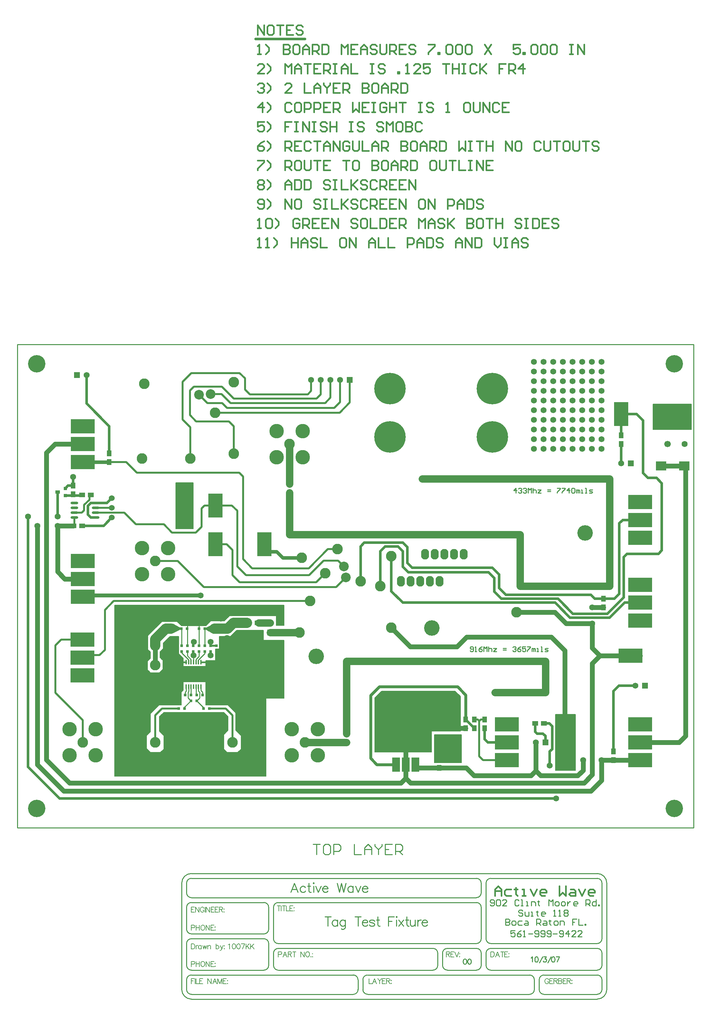
<source format=gtl>
%FSLAX24Y24*%
%MOIN*%
G70*
G01*
G75*
G04 Layer_Physical_Order=1*
G04 Layer_Color=255*
%ADD10R,0.2500X0.1500*%
%ADD11R,0.0500X0.0600*%
%ADD12R,0.1500X0.2500*%
%ADD13R,0.0600X0.0500*%
%ADD14R,0.0300X0.0300*%
%ADD15R,0.0300X0.0300*%
%ADD16O,0.0157X0.0472*%
%ADD17O,0.0800X0.0240*%
%ADD18R,0.0360X0.0360*%
%ADD19R,0.0500X0.0360*%
%ADD20R,0.1102X0.0965*%
%ADD21R,0.0550X0.0400*%
%ADD22R,0.1250X0.0750*%
%ADD23R,0.0820X0.1500*%
%ADD24R,0.4500X0.3500*%
%ADD25C,0.0080*%
%ADD26C,0.0200*%
%ADD27C,0.0250*%
%ADD28C,0.0500*%
%ADD29C,0.0350*%
%ADD30C,0.0100*%
%ADD31C,0.0400*%
%ADD32C,0.0300*%
%ADD33C,0.0780*%
%ADD34C,0.0150*%
%ADD35C,0.1080*%
%ADD36C,0.0090*%
%ADD37C,0.0050*%
%ADD38C,0.1100*%
%ADD39C,0.1000*%
%ADD40C,0.1600*%
%ADD41O,0.0830X0.1100*%
%ADD42C,0.1500*%
%ADD43C,0.0620*%
%ADD44R,0.2500X0.1500*%
%ADD45C,0.1800*%
%ADD46R,0.0620X0.0620*%
%ADD47C,0.0600*%
%ADD48R,0.0620X0.0620*%
%ADD49C,0.0669*%
%ADD50C,0.0630*%
%ADD51C,0.3250*%
D10*
X35000Y2600D02*
D03*
D11*
X19900Y-4900D02*
D03*
Y-4000D02*
D03*
X18850D02*
D03*
Y-4900D02*
D03*
X17950Y-4000D02*
D03*
Y-4900D02*
D03*
X15200Y-9000D02*
D03*
Y-8100D02*
D03*
X-18950Y22650D02*
D03*
Y23550D02*
D03*
X33250Y-8200D02*
D03*
Y-7300D02*
D03*
X5600Y-5450D02*
D03*
Y-6350D02*
D03*
X-270Y20380D02*
D03*
Y19480D02*
D03*
X-22700Y19300D02*
D03*
Y20200D02*
D03*
X32200Y7600D02*
D03*
Y8500D02*
D03*
X34050Y25400D02*
D03*
Y24500D02*
D03*
D12*
X28200Y-6500D02*
D03*
X-11160Y18150D02*
D03*
X-2350Y800D02*
D03*
X-7950Y18150D02*
D03*
X-2900Y14150D02*
D03*
X-7950D02*
D03*
X34050Y27600D02*
D03*
D13*
X26050Y-4400D02*
D03*
X25150D02*
D03*
X-21750Y19250D02*
D03*
X-20850D02*
D03*
X-22650Y16050D02*
D03*
X-21750D02*
D03*
X-3600Y6000D02*
D03*
X-4500D02*
D03*
D14*
X-8600Y-2850D02*
D03*
X-9200D02*
D03*
X-8700Y-1450D02*
D03*
X-11700D02*
D03*
X-10900Y5400D02*
D03*
X-11500D02*
D03*
X-9300Y-1450D02*
D03*
X-11100D02*
D03*
X-11750Y-2850D02*
D03*
X-11150D02*
D03*
X-9050Y5400D02*
D03*
X-9650D02*
D03*
D15*
Y3650D02*
D03*
X-10850D02*
D03*
X-9650Y3050D02*
D03*
X-10850D02*
D03*
X-11450Y3650D02*
D03*
Y3050D02*
D03*
X-9900Y-2050D02*
D03*
Y-1450D02*
D03*
X-10500Y-2050D02*
D03*
Y-1450D02*
D03*
X-9050Y3650D02*
D03*
Y3050D02*
D03*
X-10250D02*
D03*
Y3650D02*
D03*
X-8450D02*
D03*
Y3050D02*
D03*
X-7850D02*
D03*
Y3650D02*
D03*
D16*
X-9450Y-570D02*
D03*
X-9706D02*
D03*
X-9962D02*
D03*
X-10474D02*
D03*
X-10730D02*
D03*
X-10985D02*
D03*
Y1950D02*
D03*
X-10730D02*
D03*
X-10474D02*
D03*
X-10218D02*
D03*
X-9962D02*
D03*
X-9706D02*
D03*
X-9450D02*
D03*
X-10218Y-570D02*
D03*
D17*
X-22550Y16900D02*
D03*
Y17400D02*
D03*
Y17900D02*
D03*
Y18400D02*
D03*
X-20350D02*
D03*
Y17900D02*
D03*
Y17400D02*
D03*
Y16900D02*
D03*
D18*
X-23500Y19925D02*
D03*
Y19175D02*
D03*
D19*
X-24300Y19555D02*
D03*
D20*
X40581Y22256D02*
D03*
X38180D02*
D03*
X40581Y26744D02*
D03*
X38180D02*
D03*
D21*
X15200Y-4950D02*
D03*
Y-6250D02*
D03*
D22*
X16700Y-4050D02*
D03*
Y-6050D02*
D03*
D23*
X11750Y-8650D02*
D03*
X10750D02*
D03*
X12750D02*
D03*
D24*
X11750Y-4150D02*
D03*
D25*
X-12060Y19850D02*
X-10260D01*
X-12060Y19800D02*
X-10260D01*
X-12060Y20000D02*
X-10260D01*
X-12060Y19700D02*
X-10260D01*
X-12060Y19750D02*
X-10260D01*
X-12060Y20450D02*
X-10260D01*
X-12060Y20500D02*
X-10260D01*
X-12060Y20350D02*
X-10260D01*
X-12060Y20400D02*
X-10260D01*
X-12060Y18200D02*
X-10260D01*
X-12060Y19450D02*
X-10260D01*
X-12060Y17100D02*
X-10260D01*
X-12060Y17250D02*
X-10260D01*
X-12060Y19600D02*
X-10260D01*
X-12060Y19650D02*
X-10260D01*
X-12060Y19500D02*
X-10260D01*
X-12060Y19550D02*
X-10260D01*
X-10870Y15750D02*
Y20500D01*
X-10820Y15750D02*
Y20500D01*
X-10920Y15750D02*
Y20500D01*
X-10720Y15750D02*
Y20500D01*
X-10770Y15750D02*
Y20500D01*
X-12060Y17000D02*
X-10260D01*
X-12060Y17050D02*
X-10260D01*
X-12060Y16850D02*
X-10260D01*
X-12060Y16950D02*
X-10260D01*
X-12060Y16250D02*
X-10260D01*
X-12060Y16350D02*
X-10260D01*
X-12060Y15850D02*
X-10260D01*
X-12060Y15900D02*
X-10260D01*
X-12060Y16750D02*
X-10260D01*
X-12060Y16800D02*
X-10260D01*
X-12060Y16550D02*
X-10260D01*
X-12060Y16700D02*
X-10260D01*
X-11020Y15750D02*
Y20500D01*
X-10970Y15750D02*
Y20500D01*
X-11070Y15750D02*
Y20500D01*
X-10620Y15750D02*
Y20500D01*
X-10670Y15750D02*
Y20500D01*
X-11220Y15750D02*
Y20500D01*
X-11270Y15750D02*
Y20500D01*
X-11120Y15750D02*
Y20500D01*
X-11170Y15750D02*
Y20500D01*
X-10320Y15750D02*
Y20500D01*
X-10370Y15750D02*
Y20500D01*
X-10260Y15750D02*
Y20500D01*
X-10270Y15750D02*
Y20500D01*
X-10520Y15750D02*
Y20500D01*
X-10570Y15750D02*
Y20500D01*
X-10420Y15750D02*
Y20500D01*
X-10470Y15750D02*
Y20500D01*
X-11820Y15750D02*
Y20500D01*
X-11870Y15750D02*
Y20500D01*
X-11720Y15750D02*
Y20500D01*
X-11770Y15750D02*
Y20500D01*
X-12020Y15750D02*
Y20500D01*
X-12060Y15750D02*
Y20500D01*
X-11920Y15750D02*
Y20500D01*
X-11970Y15750D02*
Y20500D01*
X-11420Y15750D02*
Y20500D01*
X-11470Y15750D02*
Y20500D01*
X-11320Y15750D02*
Y20500D01*
X-11370Y15750D02*
Y20500D01*
X-11620Y15750D02*
Y20500D01*
X-11670Y15750D02*
Y20500D01*
X-11520Y15750D02*
Y20500D01*
X-11570Y15750D02*
Y20500D01*
X-12060Y18700D02*
X-10260D01*
X-12060Y18650D02*
X-10260D01*
X-12060Y18750D02*
X-10260D01*
X-12060Y18550D02*
X-10260D01*
X-12060Y18600D02*
X-10260D01*
X-12060Y18900D02*
X-10260D01*
X-12060Y18950D02*
X-10260D01*
X-12060Y18800D02*
X-10260D01*
X-12060Y18850D02*
X-10260D01*
X-12060Y18250D02*
X-10260D01*
X-12060Y18300D02*
X-10260D01*
X-12060Y18100D02*
X-10260D01*
X-12060Y18150D02*
X-10260D01*
X-12060Y18450D02*
X-10260D01*
X-12060Y18500D02*
X-10260D01*
X-12060Y18350D02*
X-10260D01*
X-12060Y18400D02*
X-10260D01*
X-12060Y20050D02*
X-10260D01*
X-12060Y19950D02*
X-10260D01*
X-12060Y20100D02*
X-10260D01*
X-12060Y19400D02*
X-10260D01*
X-12060Y19900D02*
X-10260D01*
X-12060Y20250D02*
X-10260D01*
X-12060Y20300D02*
X-10260D01*
X-12060Y20150D02*
X-10260D01*
X-12060Y20200D02*
X-10260D01*
X-12060Y19100D02*
X-10260D01*
X-12060Y19150D02*
X-10260D01*
X-12060Y19000D02*
X-10260D01*
X-12060Y19050D02*
X-10260D01*
X-12060Y19300D02*
X-10260D01*
X-12060Y19350D02*
X-10260D01*
X-12060Y19200D02*
X-10260D01*
X-12060Y19250D02*
X-10260D01*
X-12060Y16500D02*
X-10260D01*
X-12060Y16450D02*
X-10260D01*
X-12060Y16600D02*
X-10260D01*
X-12060Y16300D02*
X-10260D01*
X-12060Y16400D02*
X-10260D01*
X-12060Y17150D02*
X-10260D01*
X-12060Y17200D02*
X-10260D01*
X-12060Y16650D02*
X-10260D01*
X-12060Y16900D02*
X-10260D01*
X-12060Y15950D02*
X-10260D01*
X-12060Y16000D02*
X-10260D01*
X-12060Y15750D02*
X-10260D01*
X-12060Y15800D02*
X-10260D01*
X-12060Y16150D02*
X-10260D01*
X-12060Y16200D02*
X-10260D01*
X-12060Y16050D02*
X-10260D01*
X-12060Y16100D02*
X-10260D01*
X-12060Y17800D02*
X-10260D01*
X-12060Y17850D02*
X-10260D01*
X-12060Y17700D02*
X-10260D01*
X-12060Y17750D02*
X-10260D01*
X-12060Y18000D02*
X-10260D01*
X-12060Y18050D02*
X-10260D01*
X-12060Y17900D02*
X-10260D01*
X-12060Y17950D02*
X-10260D01*
X-12060Y17400D02*
X-10260D01*
X-12060Y17450D02*
X-10260D01*
X-12060Y17300D02*
X-10260D01*
X-12060Y17350D02*
X-10260D01*
X-12060Y17600D02*
X-10260D01*
X-12060Y17650D02*
X-10260D01*
X-12060Y17500D02*
X-10260D01*
X-12060Y17550D02*
X-10260D01*
X14930Y-8450D02*
Y-5550D01*
X14880Y-8450D02*
Y-5550D01*
X15080Y-8450D02*
Y-5550D01*
X15130Y-8450D02*
Y-5550D01*
X14980Y-8450D02*
Y-5550D01*
X15030Y-8450D02*
Y-5550D01*
X15280Y-8450D02*
Y-5550D01*
X15180Y-8450D02*
Y-5550D01*
X15230Y-8450D02*
Y-5550D01*
X15430Y-8450D02*
Y-5550D01*
X15480Y-8450D02*
Y-5550D01*
X15330Y-8450D02*
Y-5550D01*
X15380Y-8450D02*
Y-5550D01*
X15530Y-8450D02*
Y-5550D01*
X14700Y-7450D02*
X17500D01*
X14700Y-7350D02*
X17500D01*
X14700Y-7400D02*
X17500D01*
X14700Y-7250D02*
X17500D01*
X14700Y-7300D02*
X17500D01*
X14700Y-7150D02*
X17500D01*
X14700Y-7200D02*
X17500D01*
X14700Y-7100D02*
X17500D01*
X14700Y-7000D02*
X17500D01*
X14700Y-7050D02*
X17500D01*
X14700Y-6900D02*
X17500D01*
X14700Y-6950D02*
X17500D01*
X14700Y-6800D02*
X17500D01*
X14700Y-6850D02*
X17500D01*
X14700Y-6750D02*
X17500D01*
X16380Y-8450D02*
Y-5550D01*
X16530Y-8450D02*
Y-5550D01*
X16430Y-8450D02*
Y-5550D01*
X16480Y-8450D02*
Y-5550D01*
X16730Y-8450D02*
Y-5550D01*
X16780Y-8450D02*
Y-5550D01*
X16580Y-8450D02*
Y-5550D01*
X16630Y-8450D02*
Y-5550D01*
X16680Y-8450D02*
Y-5550D01*
X16930Y-8450D02*
Y-5550D01*
X16980Y-8450D02*
Y-5550D01*
X16830Y-8450D02*
Y-5550D01*
X16880Y-8450D02*
Y-5550D01*
X17030Y-8450D02*
Y-5550D01*
X14700Y-8250D02*
X17500D01*
X14700Y-8150D02*
X17500D01*
X14700Y-8200D02*
X17500D01*
X14700Y-8400D02*
X17500D01*
X14700Y-8450D02*
X17500D01*
X14700Y-8300D02*
X17500D01*
X14700Y-8350D02*
X17500D01*
X14700Y-7850D02*
X17500D01*
X14700Y-7900D02*
X17500D01*
X14700Y-7500D02*
X17500D01*
X14700Y-8050D02*
X17500D01*
X14700Y-8100D02*
X17500D01*
X14700Y-7950D02*
X17500D01*
X14700Y-8000D02*
X17500D01*
X14700Y-7750D02*
X17500D01*
X14700Y-7800D02*
X17500D01*
X14700Y-7650D02*
X17500D01*
X14700Y-7700D02*
X17500D01*
X14700Y-7550D02*
X17500D01*
X14700Y-7600D02*
X17500D01*
X14700Y-6650D02*
X17500D01*
X14700Y-6550D02*
X17500D01*
X14700Y-6600D02*
X17500D01*
X14700Y-6700D02*
X17500D01*
X14700Y-6250D02*
X17500D01*
X14700Y-6300D02*
X17500D01*
X14700Y-6150D02*
X17500D01*
X14700Y-6200D02*
X17500D01*
X14700Y-6450D02*
X17500D01*
X14700Y-6500D02*
X17500D01*
X14700Y-6350D02*
X17500D01*
X14700Y-6400D02*
X17500D01*
X14700Y-6100D02*
X17500D01*
X14700Y-6050D02*
X17500D01*
X14700Y-6000D02*
X17500D01*
X14700Y-5950D02*
X17500D01*
X14700Y-5650D02*
X17500D01*
X14700Y-5700D02*
X17500D01*
X14700Y-5550D02*
X17500D01*
X14700Y-5600D02*
X17500D01*
X14700Y-5850D02*
X17500D01*
X14700Y-5900D02*
X17500D01*
X14700Y-5750D02*
X17500D01*
X14700Y-5800D02*
X17500D01*
X14830Y-8450D02*
Y-5550D01*
X15580Y-8450D02*
Y-5550D01*
X14780Y-8450D02*
Y-5550D01*
X14700Y-8450D02*
Y-5550D01*
X14730Y-8450D02*
Y-5550D01*
X16180Y-8450D02*
Y-5550D01*
X16080Y-8450D02*
Y-5550D01*
X16130Y-8450D02*
Y-5550D01*
X16330Y-8450D02*
Y-5550D01*
X16230Y-8450D02*
Y-5550D01*
X16280Y-8450D02*
Y-5550D01*
X15980Y-8450D02*
Y-5550D01*
X16030Y-8450D02*
Y-5550D01*
X15630Y-8450D02*
Y-5550D01*
X15680Y-8450D02*
Y-5550D01*
X15730Y-8450D02*
Y-5550D01*
X15880Y-8450D02*
Y-5550D01*
X15930Y-8450D02*
Y-5550D01*
X15780Y-8450D02*
Y-5550D01*
X15830Y-8450D02*
Y-5550D01*
X17130Y-8450D02*
Y-5550D01*
X17180Y-8450D02*
Y-5550D01*
X17080Y-8450D02*
Y-5550D01*
X17330Y-8450D02*
Y-5550D01*
X17380Y-8450D02*
Y-5550D01*
X17230Y-8450D02*
Y-5550D01*
X17280Y-8450D02*
Y-5550D01*
X17430Y-8450D02*
Y-5550D01*
X17480Y-8450D02*
Y-5550D01*
X17500Y-8450D02*
Y-5550D01*
X27250Y-8500D02*
X29300D01*
X27250Y-8600D02*
X29300D01*
X27250Y-8550D02*
X29300D01*
X27250Y-8400D02*
X29300D01*
X27980Y-9250D02*
Y-3450D01*
X28030Y-9250D02*
Y-3450D01*
X27930Y-9250D02*
Y-3450D01*
X27880Y-9250D02*
Y-3450D01*
X28230Y-9250D02*
Y-3450D01*
X28330Y-9250D02*
Y-3450D01*
X28280Y-9250D02*
Y-3450D01*
X28080Y-9250D02*
Y-3450D01*
X28180Y-9250D02*
Y-3450D01*
X28130Y-9250D02*
Y-3450D01*
X28430Y-9250D02*
Y-3450D01*
X28380Y-9250D02*
Y-3450D01*
X28530Y-9250D02*
Y-3450D01*
X28480Y-9250D02*
Y-3450D01*
X27250Y-8850D02*
X29300D01*
X27250Y-8900D02*
X29300D01*
X27250Y-8700D02*
X29300D01*
X27250Y-8800D02*
X29300D01*
X27250Y-8750D02*
X29300D01*
X27250Y-9100D02*
X29300D01*
X27250Y-8950D02*
X29300D01*
X27250Y-9050D02*
X29300D01*
X27250Y-9000D02*
X29300D01*
X27250Y-8650D02*
X29300D01*
X27250Y-8450D02*
X29300D01*
X27250Y-4250D02*
X29300D01*
X27250Y-4350D02*
X29300D01*
X27250Y-4300D02*
X29300D01*
X27250Y-4100D02*
X29300D01*
X27250Y-4200D02*
X29300D01*
X27250Y-4150D02*
X29300D01*
X27250Y-3700D02*
X29300D01*
X27250Y-3650D02*
X29300D01*
X27250Y-3950D02*
X29300D01*
X27250Y-4050D02*
X29300D01*
X27250Y-4000D02*
X29300D01*
X27250Y-3750D02*
X29300D01*
X27250Y-3900D02*
X29300D01*
X27250Y-3850D02*
X29300D01*
X27250Y-3800D02*
X29300D01*
X27830Y-9250D02*
Y-3450D01*
X27380Y-9250D02*
Y-3450D01*
X27480Y-9250D02*
Y-3450D01*
X27430Y-9250D02*
Y-3450D01*
X27250Y-9250D02*
Y-3450D01*
X27330Y-9250D02*
Y-3450D01*
X27280Y-9250D02*
Y-3450D01*
X27680Y-9250D02*
Y-3450D01*
X27780Y-9250D02*
Y-3450D01*
X27730Y-9250D02*
Y-3450D01*
X27530Y-9250D02*
Y-3450D01*
X27630Y-9250D02*
Y-3450D01*
X27580Y-9250D02*
Y-3450D01*
X28630Y-9250D02*
Y-3450D01*
X28830Y-9250D02*
Y-3450D01*
X28680Y-9250D02*
Y-3450D01*
X28580Y-9250D02*
Y-3450D01*
X28880Y-9250D02*
Y-3450D01*
X28930Y-9250D02*
Y-3450D01*
X29030Y-9250D02*
Y-3450D01*
X28980Y-9250D02*
Y-3450D01*
X29230Y-9250D02*
Y-3450D01*
X29300Y-9250D02*
Y-3450D01*
X29280Y-9250D02*
Y-3450D01*
X29080Y-9250D02*
Y-3450D01*
X29180Y-9250D02*
Y-3450D01*
X29130Y-9250D02*
Y-3450D01*
X28730Y-9250D02*
Y-3450D01*
X28780Y-9250D02*
Y-3450D01*
X27250Y-8350D02*
X29300D01*
X27250Y-8050D02*
X29300D01*
X27250Y-8150D02*
X29300D01*
X27250Y-7450D02*
X29300D01*
X27250Y-7950D02*
X29300D01*
X27250Y-7600D02*
X29300D01*
X27250Y-8200D02*
X29300D01*
X27250Y-8300D02*
X29300D01*
X27250Y-7300D02*
X29300D01*
X27250Y-7250D02*
X29300D01*
X27250Y-7400D02*
X29300D01*
X27250Y-7350D02*
X29300D01*
X27250Y-7050D02*
X29300D01*
X27250Y-7150D02*
X29300D01*
X27250Y-7100D02*
X29300D01*
X27250Y-6900D02*
X29300D01*
X27250Y-6600D02*
X29300D01*
X27250Y-6750D02*
X29300D01*
X27250Y-6650D02*
X29300D01*
X27250Y-6300D02*
X29300D01*
X27250Y-6500D02*
X29300D01*
X27250Y-6350D02*
X29300D01*
X27250Y-6150D02*
X29300D01*
X27250Y-6250D02*
X29300D01*
X27250Y-6200D02*
X29300D01*
X27250Y-5700D02*
X29300D01*
X27250Y-5800D02*
X29300D01*
X27250Y-5750D02*
X29300D01*
X27250Y-5550D02*
X29300D01*
X27250Y-5650D02*
X29300D01*
X27250Y-5600D02*
X29300D01*
X27250Y-6000D02*
X29300D01*
X27250Y-6100D02*
X29300D01*
X27250Y-6050D02*
X29300D01*
X27250Y-5850D02*
X29300D01*
X27250Y-5950D02*
X29300D01*
X27250Y-5900D02*
X29300D01*
X27250Y-5350D02*
X29300D01*
X27250Y-5500D02*
X29300D01*
X27250Y-5450D02*
X29300D01*
X27250Y-5250D02*
X29300D01*
X27250Y-5400D02*
X29300D01*
X27250Y-5300D02*
X29300D01*
X27250Y-5050D02*
X29300D01*
X27250Y-5150D02*
X29300D01*
X27250Y-5100D02*
X29300D01*
X27250Y-4900D02*
X29300D01*
X27250Y-4850D02*
X29300D01*
X27250Y-4800D02*
X29300D01*
X27250Y-5000D02*
X29300D01*
X27250Y-4950D02*
X29300D01*
X27250Y-4650D02*
X29300D01*
X27250Y-4750D02*
X29300D01*
X27250Y-4700D02*
X29300D01*
X27250Y-4550D02*
X29300D01*
X27250Y-5200D02*
X29300D01*
X27250Y-4600D02*
X29300D01*
X27250Y-4400D02*
X29300D01*
X27250Y-4500D02*
X29300D01*
X27250Y-4450D02*
X29300D01*
X27250Y-3600D02*
X29300D01*
X27250Y-3450D02*
X29300D01*
X27250Y-3550D02*
X29300D01*
X27250Y-3500D02*
X29300D01*
X27250Y-9250D02*
X29300D01*
X27250Y-9200D02*
X29300D01*
X27250Y-9150D02*
X29300D01*
X27250Y-8000D02*
X29300D01*
X27250Y-8250D02*
X29300D01*
X27250Y-8100D02*
X29300D01*
X27250Y-7900D02*
X29300D01*
X27250Y-7850D02*
X29300D01*
X27250Y-7800D02*
X29300D01*
X27250Y-7650D02*
X29300D01*
X27250Y-7750D02*
X29300D01*
X27250Y-7700D02*
X29300D01*
X27250Y-6950D02*
X29300D01*
X27250Y-7550D02*
X29300D01*
X27250Y-7500D02*
X29300D01*
X27250Y-7000D02*
X29300D01*
X27250Y-7200D02*
X29300D01*
X27250Y-6550D02*
X29300D01*
X27250Y-6800D02*
X29300D01*
X27250Y-6700D02*
X29300D01*
X27250Y-6450D02*
X29300D01*
X27250Y-6400D02*
X29300D01*
X27250Y-6850D02*
X29300D01*
X11480Y-7350D02*
Y-1050D01*
X8550Y-7300D02*
X14400D01*
X11150Y-7350D02*
X14400D01*
X8550Y-7200D02*
X14400D01*
X8550Y-7250D02*
X14400D01*
X8550Y-6900D02*
X14400D01*
X8550Y-6950D02*
X14400D01*
X8550Y-6800D02*
X14400D01*
X8550Y-6850D02*
X14400D01*
X8550Y-7100D02*
X14400D01*
X8550Y-7150D02*
X14400D01*
X8550Y-7000D02*
X14400D01*
X8550Y-7050D02*
X14400D01*
X11930Y-7350D02*
Y-1050D01*
X11980Y-7350D02*
Y-1050D01*
X11530Y-7350D02*
Y-1050D01*
X11580Y-7350D02*
Y-1050D01*
X12030Y-7350D02*
Y-1050D01*
X11630Y-7350D02*
Y-1050D01*
X11680Y-7350D02*
Y-1050D01*
X11830Y-7350D02*
Y-1050D01*
X11880Y-7350D02*
Y-1050D01*
X11730Y-7350D02*
Y-1050D01*
X11780Y-7350D02*
Y-1050D01*
X8550Y-5800D02*
X14400D01*
X8550Y-5700D02*
X14400D01*
X8550Y-5750D02*
X14400D01*
X8550Y-5950D02*
X14400D01*
X8550Y-6000D02*
X14400D01*
X8550Y-5850D02*
X14400D01*
X8550Y-5900D02*
X14400D01*
X8550Y-5400D02*
X14400D01*
X8550Y-5450D02*
X14400D01*
X8550Y-5300D02*
X14400D01*
X8550Y-5350D02*
X14400D01*
X8550Y-5600D02*
X14400D01*
X8550Y-5650D02*
X14400D01*
X8550Y-5500D02*
X14400D01*
X8550Y-5550D02*
X14400D01*
X8550Y-6550D02*
X14400D01*
X8550Y-6450D02*
X14400D01*
X8550Y-6500D02*
X14400D01*
X8550Y-6700D02*
X14400D01*
X8550Y-6750D02*
X14400D01*
X8550Y-6600D02*
X14400D01*
X8550Y-6650D02*
X14400D01*
X8550Y-6150D02*
X14400D01*
X8550Y-6200D02*
X14400D01*
X8550Y-6050D02*
X14400D01*
X8550Y-6100D02*
X14400D01*
X8550Y-6350D02*
X14400D01*
X8550Y-6400D02*
X14400D01*
X8550Y-6250D02*
X14400D01*
X8550Y-6300D02*
X14400D01*
X8550Y-5250D02*
X14400D01*
X8550Y-5050D02*
X17400D01*
X8550Y-5200D02*
X14400D01*
X8550Y-4950D02*
X17400D01*
X8550Y-5000D02*
X17400D01*
X8550Y-4600D02*
X17400D01*
X8550Y-4650D02*
X17400D01*
X8550Y-4450D02*
X17400D01*
X8550Y-4500D02*
X17400D01*
X8550Y-4400D02*
X17400D01*
X8550Y-4550D02*
X17400D01*
X8550Y-4300D02*
X17400D01*
X8550Y-4350D02*
X17400D01*
X8550Y-4800D02*
X17400D01*
X8550Y-4700D02*
X17400D01*
X8550Y-4750D02*
X17400D01*
X8550Y-5100D02*
X17400D01*
X8550Y-5150D02*
X17400D01*
X8550Y-4850D02*
X17400D01*
X8550Y-4900D02*
X17400D01*
X8550Y-4000D02*
X17400D01*
X8550Y-4050D02*
X17400D01*
X8550Y-3900D02*
X17400D01*
X8550Y-3950D02*
X17400D01*
X8550Y-4200D02*
X17400D01*
X8550Y-4250D02*
X17400D01*
X8550Y-4100D02*
X17400D01*
X8550Y-4150D02*
X17400D01*
X11430Y-7350D02*
Y-1050D01*
X8750Y-1550D02*
X17350D01*
X8800Y-1500D02*
X17300D01*
X8850Y-1450D02*
X17250D01*
X8900Y-1400D02*
X17200D01*
X9100Y-1200D02*
X17000D01*
X9150Y-1150D02*
X16950D01*
X9200Y-1100D02*
X16900D01*
X9250Y-1050D02*
X16850D01*
X8950Y-1350D02*
X17150D01*
X9000Y-1300D02*
X17100D01*
X9050Y-1250D02*
X17050D01*
X8550Y-3650D02*
X17400D01*
X8550Y-3550D02*
X17400D01*
X8550Y-3600D02*
X17400D01*
X8550Y-3800D02*
X17400D01*
X8550Y-3850D02*
X17400D01*
X8550Y-3700D02*
X17400D01*
X8550Y-3750D02*
X17400D01*
X8550Y-3250D02*
X17400D01*
X8550Y-3300D02*
X17400D01*
X8550Y-3150D02*
X17400D01*
X8550Y-3200D02*
X17400D01*
X8550Y-3450D02*
X17400D01*
X8550Y-3500D02*
X17400D01*
X8550Y-3350D02*
X17400D01*
X8550Y-3400D02*
X17400D01*
X8550Y-2900D02*
X17400D01*
X8550Y-2800D02*
X17400D01*
X8550Y-2850D02*
X17400D01*
X8550Y-3050D02*
X17400D01*
X8550Y-3100D02*
X17400D01*
X8550Y-2950D02*
X17400D01*
X8550Y-3000D02*
X17400D01*
X8550Y-2500D02*
X17400D01*
X8550Y-2550D02*
X17400D01*
X8550Y-2400D02*
X17400D01*
X8550Y-2450D02*
X17400D01*
X8550Y-2700D02*
X17400D01*
X8550Y-2750D02*
X17400D01*
X8550Y-2600D02*
X17400D01*
X8550Y-2650D02*
X17400D01*
X8550Y-2100D02*
X17400D01*
X8550Y-2150D02*
X17400D01*
X8550Y-2000D02*
X17400D01*
X8550Y-2050D02*
X17400D01*
X8550Y-2300D02*
X17400D01*
X8550Y-2350D02*
X17400D01*
X8550Y-2200D02*
X17400D01*
X8550Y-2250D02*
X17400D01*
X8550Y-1750D02*
X17400D01*
X8600Y-1700D02*
X17400D01*
X8650Y-1650D02*
X17400D01*
X8700Y-1600D02*
X17400D01*
X8550Y-1900D02*
X17400D01*
X8550Y-1950D02*
X17400D01*
X8550Y-1800D02*
X17400D01*
X8550Y-1850D02*
X17400D01*
X8550Y-7350D02*
Y-1750D01*
X8580Y-7350D02*
Y-1720D01*
X8630Y-7350D02*
Y-1670D01*
X8550Y-7350D02*
X11150D01*
X8680D02*
Y-1620D01*
X8730Y-7350D02*
Y-1570D01*
X8780Y-7350D02*
Y-1520D01*
X8830Y-7350D02*
Y-1470D01*
X8880Y-7350D02*
Y-1420D01*
X8930Y-7350D02*
Y-1370D01*
X8980Y-7350D02*
Y-1320D01*
X9030Y-7350D02*
Y-1270D01*
X9080Y-7350D02*
Y-1220D01*
X9130Y-7350D02*
Y-1170D01*
X9730Y-7350D02*
Y-1050D01*
X9630Y-7350D02*
Y-1050D01*
X9680Y-7350D02*
Y-1050D01*
X9880Y-7350D02*
Y-1050D01*
X9780Y-7350D02*
Y-1050D01*
X9830Y-7350D02*
Y-1050D01*
X9180Y-7350D02*
Y-1120D01*
X9230Y-7350D02*
Y-1070D01*
X9280Y-7350D02*
Y-1050D01*
X9330Y-7350D02*
Y-1050D01*
X9530Y-7350D02*
Y-1050D01*
X9580Y-7350D02*
Y-1050D01*
X9380Y-7350D02*
Y-1050D01*
X9480Y-7350D02*
Y-1050D01*
X10380Y-7350D02*
Y-1050D01*
X10280Y-7350D02*
Y-1050D01*
X10330Y-7350D02*
Y-1050D01*
X10530Y-7350D02*
Y-1050D01*
X10580Y-7350D02*
Y-1050D01*
X10430Y-7350D02*
Y-1050D01*
X10480Y-7350D02*
Y-1050D01*
X9980Y-7350D02*
Y-1050D01*
X10030Y-7350D02*
Y-1050D01*
X9430Y-7350D02*
Y-1050D01*
X9930Y-7350D02*
Y-1050D01*
X10180Y-7350D02*
Y-1050D01*
X10230Y-7350D02*
Y-1050D01*
X10080Y-7350D02*
Y-1050D01*
X10130Y-7350D02*
Y-1050D01*
X11130Y-7350D02*
Y-1050D01*
X11030Y-7350D02*
Y-1050D01*
X11080Y-7350D02*
Y-1050D01*
X11280Y-7350D02*
Y-1050D01*
X11330Y-7350D02*
Y-1050D01*
X11180Y-7350D02*
Y-1050D01*
X11230Y-7350D02*
Y-1050D01*
X10730Y-7350D02*
Y-1050D01*
X10780Y-7350D02*
Y-1050D01*
X10630Y-7350D02*
Y-1050D01*
X10680Y-7350D02*
Y-1050D01*
X10930Y-7350D02*
Y-1050D01*
X10980Y-7350D02*
Y-1050D01*
X10830Y-7350D02*
Y-1050D01*
X10880Y-7350D02*
Y-1050D01*
X12130Y-7350D02*
Y-1050D01*
X12180Y-7350D02*
Y-1050D01*
X12080Y-7350D02*
Y-1050D01*
X12330Y-7350D02*
Y-1050D01*
X12230Y-7350D02*
Y-1050D01*
X12280Y-7350D02*
Y-1050D01*
X12480Y-7350D02*
Y-1050D01*
X12530Y-7350D02*
Y-1050D01*
X12380Y-7350D02*
Y-1050D01*
X12430Y-7350D02*
Y-1050D01*
X11380Y-7350D02*
Y-1050D01*
X13080Y-7350D02*
Y-1050D01*
X12980Y-7350D02*
Y-1050D01*
X13030Y-7350D02*
Y-1050D01*
X13230Y-7350D02*
Y-1050D01*
X13280Y-7350D02*
Y-1050D01*
X13130Y-7350D02*
Y-1050D01*
X13180Y-7350D02*
Y-1050D01*
X12680Y-7350D02*
Y-1050D01*
X12730Y-7350D02*
Y-1050D01*
X12580Y-7350D02*
Y-1050D01*
X12630Y-7350D02*
Y-1050D01*
X12880Y-7350D02*
Y-1050D01*
X12930Y-7350D02*
Y-1050D01*
X12780Y-7350D02*
Y-1050D01*
X12830Y-7350D02*
Y-1050D01*
X13830Y-7350D02*
Y-1050D01*
X13730Y-7350D02*
Y-1050D01*
X13780Y-7350D02*
Y-1050D01*
X13980Y-7350D02*
Y-1050D01*
X14030Y-7350D02*
Y-1050D01*
X13880Y-7350D02*
Y-1050D01*
X13930Y-7350D02*
Y-1050D01*
X13430Y-7350D02*
Y-1050D01*
X13480Y-7350D02*
Y-1050D01*
X13330Y-7350D02*
Y-1050D01*
X13380Y-7350D02*
Y-1050D01*
X13630Y-7350D02*
Y-1050D01*
X13680Y-7350D02*
Y-1050D01*
X13530Y-7350D02*
Y-1050D01*
X13580Y-7350D02*
Y-1050D01*
X14180Y-7350D02*
Y-1050D01*
X14230Y-7350D02*
Y-1050D01*
X14080Y-7350D02*
Y-1050D01*
X14130Y-7350D02*
Y-1050D01*
X14380Y-7350D02*
Y-1050D01*
X14400Y-7350D02*
Y-5200D01*
X14280Y-7350D02*
Y-1050D01*
X14330Y-7350D02*
Y-1050D01*
X14430Y-5200D02*
Y-1050D01*
X14400Y-5200D02*
X17400D01*
X14580D02*
Y-1050D01*
X14480Y-5200D02*
Y-1050D01*
X14530Y-5200D02*
Y-1050D01*
X14730Y-5200D02*
Y-1050D01*
X14630Y-5200D02*
Y-1050D01*
X14680Y-5200D02*
Y-1050D01*
X14980Y-5200D02*
Y-1050D01*
X15030Y-5200D02*
Y-1050D01*
X14930Y-5200D02*
Y-1050D01*
X15180Y-5200D02*
Y-1050D01*
X15080Y-5200D02*
Y-1050D01*
X15130Y-5200D02*
Y-1050D01*
X15230Y-5200D02*
Y-1050D01*
X15280Y-5200D02*
Y-1050D01*
X15430Y-5200D02*
Y-1050D01*
X15480Y-5200D02*
Y-1050D01*
X15330Y-5200D02*
Y-1050D01*
X15380Y-5200D02*
Y-1050D01*
X16880Y-5200D02*
Y-1080D01*
X15880Y-5200D02*
Y-1050D01*
X15780Y-5200D02*
Y-1050D01*
X15830Y-5200D02*
Y-1050D01*
X16030Y-5200D02*
Y-1050D01*
X16080Y-5200D02*
Y-1050D01*
X15930Y-5200D02*
Y-1050D01*
X15980Y-5200D02*
Y-1050D01*
X14880Y-5200D02*
Y-1050D01*
X15530Y-5200D02*
Y-1050D01*
X14780Y-5200D02*
Y-1050D01*
X14830Y-5200D02*
Y-1050D01*
X15680Y-5200D02*
Y-1050D01*
X15730Y-5200D02*
Y-1050D01*
X15580Y-5200D02*
Y-1050D01*
X15630Y-5200D02*
Y-1050D01*
X16630Y-5200D02*
Y-1050D01*
X16530Y-5200D02*
Y-1050D01*
X16580Y-5200D02*
Y-1050D01*
X16780Y-5200D02*
Y-1050D01*
X16830Y-5200D02*
Y-1050D01*
X16680Y-5200D02*
Y-1050D01*
X16730Y-5200D02*
Y-1050D01*
X16230Y-5200D02*
Y-1050D01*
X16280Y-5200D02*
Y-1050D01*
X16130Y-5200D02*
Y-1050D01*
X16180Y-5200D02*
Y-1050D01*
X16430Y-5200D02*
Y-1050D01*
X16480Y-5200D02*
Y-1050D01*
X16330Y-5200D02*
Y-1050D01*
X16380Y-5200D02*
Y-1050D01*
X17030Y-5200D02*
Y-1230D01*
X16930Y-5200D02*
Y-1130D01*
X16980Y-5200D02*
Y-1180D01*
X17230Y-5200D02*
Y-1430D01*
X17080Y-5200D02*
Y-1280D01*
X17180Y-5200D02*
Y-1380D01*
X17130Y-5200D02*
Y-1330D01*
X17280Y-5200D02*
Y-1480D01*
X17400Y-5200D02*
Y-1600D01*
X17330Y-5200D02*
Y-1530D01*
X17380Y-5200D02*
Y-1580D01*
X8550Y-1750D02*
X9250Y-1050D01*
X16850D02*
X17400Y-1600D01*
X-8870Y5300D02*
Y5490D01*
X-8820Y5272D02*
Y5515D01*
X-8770Y5244D02*
Y5540D01*
X-8720Y5217D02*
Y5565D01*
X-8780Y5250D02*
X-8150D01*
X-8690Y5200D02*
X-8150D01*
X-9050Y5400D02*
X-8150Y4900D01*
X-8670Y5189D02*
Y5590D01*
X-8870Y5300D02*
X-8150D01*
X-9050Y5400D02*
X-8150D01*
X-8960Y5350D02*
X-8150D01*
X-9020Y5383D02*
Y5415D01*
X-8920Y5328D02*
Y5465D01*
X-8970Y5356D02*
Y5440D01*
X-8950Y5450D02*
X-8150D01*
X-8850Y5500D02*
X-8150D01*
X-9050Y5400D02*
X-8150Y5850D01*
X-8750Y5550D02*
X-8150D01*
X-8650Y5600D02*
X-8150D01*
X-8420Y5050D02*
Y5715D01*
X-8370Y5022D02*
Y5740D01*
X-8320Y4994D02*
Y5765D01*
X-8220Y4939D02*
Y5815D01*
X-8270Y4967D02*
Y5790D01*
X-8330Y5000D02*
X-8150D01*
X-8240Y4950D02*
X-8150D01*
X-8420Y5050D02*
X-8150D01*
Y4900D02*
Y5850D01*
X-8170Y4911D02*
Y5840D01*
X-8620Y5161D02*
Y5615D01*
X-8510Y5100D02*
X-8150D01*
X-8570Y5133D02*
Y5640D01*
X-8470Y5078D02*
Y5690D01*
X-8520Y5106D02*
Y5665D01*
X-8600Y5150D02*
X-8150D01*
X-8550Y5650D02*
X-8150D01*
X-8450Y5700D02*
X-8150D01*
X-8350Y5750D02*
X-8150D01*
X-8250Y5800D02*
X-8150D01*
X-12400Y5050D02*
X-12200D01*
X-12400Y5000D02*
X-12300D01*
X-12400Y4950D02*
Y5900D01*
Y5100D02*
X-12100D01*
X-12400Y5250D02*
X-11800D01*
X-12400Y5200D02*
X-11900D01*
X-12400Y5900D02*
X-11500Y5400D01*
X-12400Y5300D02*
X-11700D01*
X-12400Y5350D02*
X-11600D01*
X-12400Y5700D02*
X-12040D01*
X-12400Y5650D02*
X-11950D01*
X-12400Y5850D02*
X-12310D01*
X-12400Y5750D02*
X-12130D01*
X-12400Y5800D02*
X-12220D01*
X-12400Y5450D02*
X-11590D01*
X-12400Y5400D02*
X-11500D01*
X-12400Y5600D02*
X-11860D01*
X-12400Y5500D02*
X-11680D01*
X-12400Y5550D02*
X-11770D01*
X-12270Y5015D02*
Y5828D01*
X-12220Y5040D02*
Y5800D01*
X-12370Y4965D02*
Y5883D01*
X-12320Y4990D02*
Y5856D01*
X-12400Y4950D02*
X-11500Y5400D01*
X-12020Y5140D02*
Y5689D01*
X-12170Y5065D02*
Y5772D01*
X-12120Y5090D02*
Y5744D01*
X-12070Y5115D02*
Y5717D01*
X-12400Y5150D02*
X-12000D01*
X-11820Y5240D02*
Y5578D01*
X-11970Y5165D02*
Y5661D01*
X-11920Y5190D02*
Y5633D01*
X-11870Y5215D02*
Y5606D01*
X-11620Y5340D02*
Y5467D01*
X-11570Y5365D02*
Y5439D01*
X-11770Y5265D02*
Y5550D01*
X-11720Y5290D02*
Y5522D01*
X-11670Y5315D02*
Y5494D01*
X-7970Y-1800D02*
Y2100D01*
X-8020Y-1800D02*
Y2100D01*
X-7820Y-1800D02*
Y3300D01*
X-7920Y-1800D02*
Y3300D01*
X-7870Y-1800D02*
Y3300D01*
X-7670Y-1800D02*
Y3300D01*
X-7770Y-1800D02*
Y3300D01*
X-7720Y-1800D02*
Y3300D01*
X-7620Y-1800D02*
Y3300D01*
X-8950Y-1700D02*
X-850D01*
X-8950Y-1800D02*
X-850D01*
X-8950Y-1750D02*
X-850D01*
X-13770Y-1650D02*
Y850D01*
X-13720Y-1650D02*
Y880D01*
X-13670Y-1650D02*
Y930D01*
X-13620Y-1650D02*
Y980D01*
X-13270Y-1650D02*
Y3980D01*
X-13220Y-1650D02*
Y4030D01*
X-13170Y-1650D02*
Y4080D01*
X-13120Y-1650D02*
Y4130D01*
X-13070Y-1650D02*
Y4180D01*
X-13020Y-1650D02*
Y4230D01*
X-13570Y-1650D02*
Y1030D01*
X-13520Y-1650D02*
Y1080D01*
X-13470Y-1650D02*
Y1130D01*
X-13420Y-1650D02*
Y1180D01*
X-13370Y-1650D02*
Y3330D01*
X-13320Y-1650D02*
Y3930D01*
X-12720Y-1650D02*
Y4530D01*
X-12670Y-1650D02*
Y4580D01*
X-12620Y-1650D02*
Y4600D01*
X-12970Y-1650D02*
Y4280D01*
X-12920Y-1650D02*
Y4330D01*
X-12870Y-1650D02*
Y4380D01*
X-12820Y-1650D02*
Y4430D01*
X-12770Y-1650D02*
Y4480D01*
X-18400Y400D02*
X-11300D01*
X-18400Y250D02*
X-11300D01*
X-18400Y350D02*
X-11300D01*
X-18400Y300D02*
X-11300D01*
X-18400Y100D02*
X-11300D01*
X-18400Y200D02*
X-11300D01*
X-18400Y150D02*
X-11300D01*
X-18400Y750D02*
X-11300D01*
X-18400Y700D02*
X-11300D01*
X-18400Y800D02*
X-11300D01*
X-18400Y500D02*
X-11300D01*
X-18400Y450D02*
X-11300D01*
X-18400Y650D02*
X-11300D01*
X-18400Y550D02*
X-11300D01*
X-18400Y600D02*
X-11300D01*
X-14700Y850D02*
X-13750D01*
X-14700D02*
X-13750D01*
X-13400Y1200D01*
Y2150D01*
X-13500Y1100D02*
X-11300D01*
X-13450Y1150D02*
X-11300D01*
X-13400Y1200D02*
X-11300D01*
X-13750Y850D02*
X-11300D01*
X-13700Y900D02*
X-11300D01*
X-13650Y950D02*
X-11300D01*
X-13600Y1000D02*
X-11300D01*
X-13550Y1050D02*
X-11300D01*
X-13700Y2450D02*
Y3000D01*
X-13670Y2420D02*
Y3030D01*
X-13570Y2320D02*
Y3130D01*
X-13620Y2370D02*
Y3080D01*
X-13700Y2500D02*
X-11450D01*
X-13700Y2450D02*
X-13400Y2150D01*
X-13700Y2650D02*
X-11600D01*
X-13700Y2550D02*
X-11500D01*
X-13700Y2600D02*
X-11550D01*
X-13700Y2850D02*
X-11750D01*
X-13700Y2800D02*
X-11750D01*
X-13700Y2900D02*
X-11750D01*
X-13700Y2950D02*
X-11750D01*
X-13700Y2750D02*
X-11700D01*
X-13700Y2700D02*
X-11650D01*
X-13700Y3000D02*
X-11750D01*
X-13650Y3050D02*
X-11750D01*
X-13600Y3100D02*
X-11750D01*
X-13520Y2270D02*
Y3180D01*
X-13470Y2220D02*
Y3230D01*
X-13420Y2170D02*
Y3280D01*
X-13550Y3150D02*
X-11750D01*
X-13500Y3200D02*
X-11750D01*
X-13450Y2200D02*
X-11300D01*
X-13400Y2150D02*
X-11300D01*
X-13400Y2100D02*
X-11300D01*
X-13550Y2300D02*
X-11300D01*
X-13500Y2250D02*
X-11300D01*
X-13700Y2450D02*
X-11400D01*
X-13650Y2400D02*
X-11350D01*
X-13600Y2350D02*
X-11300D01*
X-18400Y6250D02*
X-11750D01*
X-18400Y6150D02*
X-13500D01*
X-18400Y6200D02*
X-11750D01*
X-18400Y6300D02*
X-11750D01*
X-18400Y6700D02*
X-11750D01*
X-18400Y6650D02*
X-11750D01*
X-18400Y6850D02*
X-11750D01*
X-18400Y6750D02*
X-11750D01*
X-18400Y6800D02*
X-11750D01*
X-18400Y6450D02*
X-11750D01*
X-18400Y6350D02*
X-11750D01*
X-18400Y6400D02*
X-11750D01*
X-18400Y6600D02*
X-11750D01*
X-18400Y6500D02*
X-11750D01*
X-18400Y6550D02*
X-11750D01*
X-14120Y5530D02*
Y7850D01*
X-13920Y5730D02*
Y7850D01*
X-13820Y5830D02*
Y7850D01*
X-14070Y5580D02*
Y7850D01*
X-14020Y5630D02*
Y7850D01*
X-13970Y5680D02*
Y7850D01*
X-13520Y6130D02*
Y7850D01*
X-13470Y6150D02*
Y7850D01*
X-13670Y5980D02*
Y7850D01*
X-13620Y6030D02*
Y7850D01*
X-13570Y6080D02*
Y7850D01*
X-13420Y6150D02*
Y7850D01*
X-13870Y5780D02*
Y7850D01*
X-13770Y5880D02*
Y7850D01*
X-13720Y5930D02*
Y7850D01*
X-12320Y-1650D02*
Y4600D01*
X-12470Y-1650D02*
Y4600D01*
X-12570Y-1650D02*
Y4600D01*
X-12520Y-1650D02*
Y4600D01*
X-12270Y-1650D02*
Y4600D01*
X-12420Y-1650D02*
Y4600D01*
X-12370Y-1650D02*
Y4600D01*
X-12220Y-1650D02*
Y4600D01*
X-13350Y3750D02*
X-11750D01*
X-13350Y3900D02*
X-11750D01*
X-13350Y3800D02*
X-11750D01*
X-13350Y3850D02*
X-11750D01*
X-13300Y3950D02*
X-11750D01*
X-13250Y4000D02*
X-11750D01*
X-13200Y4050D02*
X-11750D01*
X-13150Y4100D02*
X-11750D01*
X-13100Y4150D02*
X-11750D01*
X-13050Y4200D02*
X-11750D01*
X-13000Y4250D02*
X-11750D01*
X-12950Y4300D02*
X-11750D01*
X-12900Y4350D02*
X-11750D01*
X-12850Y4400D02*
X-11750D01*
X-12800Y4450D02*
X-11750D01*
X-13500Y6150D02*
X-11750D01*
X-12820D02*
Y7850D01*
X-12770Y6150D02*
Y7850D01*
X-12870Y6150D02*
Y7850D01*
X-12920Y6150D02*
Y7850D01*
X-12720Y6150D02*
Y7850D01*
X-12670Y6150D02*
Y7850D01*
X-12270Y6150D02*
Y7850D01*
X-12620Y6150D02*
Y7850D01*
X-12320Y6150D02*
Y7850D01*
X-12570Y6150D02*
Y7850D01*
X-12420Y6150D02*
Y7850D01*
X-12370Y6150D02*
Y7850D01*
X-12470Y6150D02*
Y7850D01*
X-12520Y6150D02*
Y7850D01*
X-11600Y400D02*
X-850D01*
X-8570Y-1800D02*
Y2100D01*
X-8620Y-1800D02*
Y2100D01*
X-8520Y-1800D02*
Y2100D01*
X-8820Y-1800D02*
Y2100D01*
X-8920Y-1800D02*
Y2100D01*
X-8870Y-1800D02*
Y2100D01*
X-8670Y-1800D02*
Y2100D01*
X-8770Y-1800D02*
Y2100D01*
X-8720Y-1800D02*
Y2100D01*
X-8970Y-100D02*
Y1500D01*
X-9070Y-100D02*
Y1500D01*
X-9020Y-100D02*
Y1500D01*
X-9120Y-100D02*
Y1500D01*
X-9170Y-100D02*
Y1500D01*
X-11600Y350D02*
X-850D01*
X-11600Y550D02*
X-850D01*
X-11600Y850D02*
X-850D01*
X-11600Y600D02*
X-850D01*
X-11600Y800D02*
X-850D01*
X-11600Y950D02*
X-850D01*
X-11600Y900D02*
X-850D01*
X-11600Y450D02*
X-850D01*
X-11600Y650D02*
X-850D01*
X-11600Y500D02*
X-850D01*
X-11600Y1000D02*
X-850D01*
X-11600Y1050D02*
X-850D01*
X-11600Y700D02*
X-850D01*
X-11600Y750D02*
X-850D01*
X-8950Y-1250D02*
X-850D01*
X-8950Y-1500D02*
X-850D01*
X-8950Y-1350D02*
X-850D01*
X-8950Y-1050D02*
X-850D01*
X-8950Y-1200D02*
X-850D01*
X-8950Y-1100D02*
X-850D01*
X-8950Y-1550D02*
X-850D01*
X-8950Y-1650D02*
X-850D01*
X-8950Y-1600D02*
X-850D01*
X-11600Y200D02*
X-850D01*
X-11600Y100D02*
X-850D01*
X-11600Y150D02*
X-850D01*
X-11600Y250D02*
X-850D01*
X-11600Y300D02*
X-850D01*
X-8950Y-850D02*
X-850D01*
X-8950Y-1000D02*
X-850D01*
X-8950Y-900D02*
X-850D01*
X-11600Y50D02*
X-850D01*
X-11600Y-50D02*
X-850D01*
X-11600Y0D02*
X-850D01*
X-8950Y-1450D02*
X-850D01*
X-8950Y-1400D02*
X-850D01*
X-8950Y-950D02*
X-850D01*
X-8950Y-1300D02*
X-850D01*
X-8950Y-1150D02*
X-850D01*
X-8950Y-700D02*
X-850D01*
X-8950Y-800D02*
X-850D01*
X-8950Y-750D02*
X-850D01*
X-8950Y-250D02*
X-850D01*
X-8950Y-350D02*
X-850D01*
X-8950Y-300D02*
X-850D01*
X-8950Y-100D02*
X-850D01*
X-8950Y-200D02*
X-850D01*
X-8950Y-150D02*
X-850D01*
X-8950Y-550D02*
X-850D01*
X-8950Y-650D02*
X-850D01*
X-8950Y-600D02*
X-850D01*
X-8950Y-400D02*
X-850D01*
X-8950Y-500D02*
X-850D01*
X-8950Y-450D02*
X-850D01*
X-11600Y1100D02*
X-850D01*
X-11600Y1200D02*
X-850D01*
X-11600Y1150D02*
X-850D01*
X-11600Y1450D02*
X-850D01*
X-11600Y1300D02*
X-850D01*
X-11600Y1250D02*
X-850D01*
X-11600Y1400D02*
X-850D01*
X-11600Y1350D02*
X-850D01*
X-8950Y1500D02*
X-850D01*
X-8950Y2100D02*
X-7950D01*
X-8950Y1550D02*
X-850D01*
X-8950Y1600D02*
X-850D01*
X-8950Y1700D02*
X-850D01*
X-8950Y1650D02*
X-850D01*
X-8950Y1950D02*
X-850D01*
X-8950Y2050D02*
X-850D01*
X-8950Y2000D02*
X-850D01*
X-8950Y1800D02*
X-850D01*
X-8950Y1750D02*
X-850D01*
X-8950Y1900D02*
X-850D01*
X-8950Y1850D02*
X-850D01*
X-7950Y2100D02*
Y3300D01*
Y2100D02*
X-850D01*
X-7950Y2150D02*
X-850D01*
X-8070Y-1800D02*
Y2100D01*
X-7950Y2700D02*
X-850D01*
X-7950Y2750D02*
X-850D01*
X-7950Y2800D02*
X-850D01*
X-7950Y2850D02*
X-850D01*
X-7950Y3300D02*
X-7550D01*
X-7950Y2900D02*
X-850D01*
X-7950Y2950D02*
X-850D01*
X-7950Y2600D02*
X-850D01*
X-7950Y2650D02*
X-850D01*
X-7950Y3150D02*
X-850D01*
X-7950Y3200D02*
X-850D01*
X-7950Y3000D02*
X-850D01*
X-7950Y3100D02*
X-850D01*
X-7950Y3050D02*
X-850D01*
X-7950Y2250D02*
X-850D01*
X-7950Y2300D02*
X-850D01*
X-7950Y2200D02*
X-850D01*
X-7950Y2500D02*
X-850D01*
X-7950Y2550D02*
X-850D01*
X-7950Y2350D02*
X-850D01*
X-7950Y2450D02*
X-850D01*
X-7950Y2400D02*
X-850D01*
X-7950Y3250D02*
X-850D01*
X-7570Y-1800D02*
Y3300D01*
X-7550D02*
Y4600D01*
Y3300D02*
X-850D01*
X-8420Y-1800D02*
Y2100D01*
X-8470Y-1800D02*
Y2100D01*
X-8270Y-1800D02*
Y2100D01*
X-8370Y-1800D02*
Y2100D01*
X-8320Y-1800D02*
Y2100D01*
X-8120Y-1800D02*
Y2100D01*
X-8220Y-1800D02*
Y2100D01*
X-8170Y-1800D02*
Y2100D01*
X-7370Y-1800D02*
Y4600D01*
X-7470Y-1800D02*
Y4600D01*
X-7420Y-1800D02*
Y4600D01*
X-7220Y-1800D02*
Y4600D01*
X-7320Y-1800D02*
Y4600D01*
X-7270Y-1800D02*
Y4600D01*
X-7520Y-1800D02*
Y4600D01*
X-6770Y-1800D02*
Y4600D01*
X-6870Y-1800D02*
Y4600D01*
X-6820Y-1800D02*
Y4600D01*
X-6620Y-1800D02*
Y4600D01*
X-6720Y-1800D02*
Y4600D01*
X-6670Y-1800D02*
Y4600D01*
X-7070Y-1800D02*
Y4600D01*
X-7170Y-1800D02*
Y4600D01*
X-7120Y-1800D02*
Y4600D01*
X-6920Y-1800D02*
Y4600D01*
X-7020Y-1800D02*
Y4600D01*
X-6970Y-1800D02*
Y4600D01*
X-6270Y-1800D02*
Y4730D01*
X-6220Y-1800D02*
Y4780D01*
X-6170Y-1800D02*
Y4830D01*
X-6120Y-1800D02*
Y4880D01*
X-6070Y-1800D02*
Y4930D01*
X-6470Y-1800D02*
Y4600D01*
X-6570Y-1800D02*
Y4600D01*
X-6520Y-1800D02*
Y4600D01*
X-6420Y-1800D02*
Y4600D01*
X-6370Y-1800D02*
Y4630D01*
X-6320Y-1800D02*
Y4680D01*
X-2270Y-1800D02*
Y4200D01*
X-6020Y-1800D02*
Y4980D01*
X-5920Y-1800D02*
Y5080D01*
X-2220Y-1800D02*
Y4200D01*
X-2120Y-1800D02*
Y4200D01*
X-5970Y-1800D02*
Y5030D01*
X-2170Y-1800D02*
Y4200D01*
X-1820Y-1800D02*
Y4200D01*
X-2070Y-1800D02*
Y4200D01*
X-1870Y-1800D02*
Y4200D01*
X-5470Y-1800D02*
Y5250D01*
X-5570Y-1800D02*
Y5250D01*
X-5520Y-1800D02*
Y5250D01*
X-5320Y-1800D02*
Y5250D01*
X-5420Y-1800D02*
Y5250D01*
X-5370Y-1800D02*
Y5250D01*
X-5870Y-1800D02*
Y5130D01*
X-5820Y-1800D02*
Y5180D01*
X-5770Y-1800D02*
Y5230D01*
X-5620Y-1800D02*
Y5250D01*
X-5720Y-1800D02*
Y5250D01*
X-5670Y-1800D02*
Y5250D01*
X-5120Y-1800D02*
Y5250D01*
X-5270Y-1800D02*
Y5250D01*
X-5170Y-1800D02*
Y5250D01*
X-5070Y-1800D02*
Y5250D01*
X-4970Y-1800D02*
Y5250D01*
X-5220Y-1800D02*
Y5250D01*
X-5020Y-1800D02*
Y5250D01*
X-4820Y-1800D02*
Y5250D01*
X-4920Y-1800D02*
Y5250D01*
X-4870Y-1800D02*
Y5250D01*
X-4670Y-1800D02*
Y5250D01*
X-4770Y-1800D02*
Y5250D01*
X-4720Y-1800D02*
Y5250D01*
X-4220Y-1800D02*
Y5250D01*
X-4320Y-1800D02*
Y5250D01*
X-4270Y-1800D02*
Y5250D01*
X-4070Y-1800D02*
Y5250D01*
X-4170Y-1800D02*
Y5250D01*
X-4120Y-1800D02*
Y5250D01*
X-4520Y-1800D02*
Y5250D01*
X-4620Y-1800D02*
Y5250D01*
X-4570Y-1800D02*
Y5250D01*
X-4370Y-1800D02*
Y5250D01*
X-4470Y-1800D02*
Y5250D01*
X-4420Y-1800D02*
Y5250D01*
X-3620Y-1800D02*
Y5250D01*
X-3720Y-1800D02*
Y5250D01*
X-3670Y-1800D02*
Y5250D01*
X-3470Y-1800D02*
Y5250D01*
X-3570Y-1800D02*
Y5250D01*
X-3520Y-1800D02*
Y5250D01*
X-3920Y-1800D02*
Y5250D01*
X-4020Y-1800D02*
Y5250D01*
X-3970Y-1800D02*
Y5250D01*
X-3770Y-1800D02*
Y5250D01*
X-3870Y-1800D02*
Y5250D01*
X-3820Y-1800D02*
Y5250D01*
X-2620Y-1800D02*
Y4200D01*
X-2720Y-1800D02*
Y4200D01*
X-2670Y-1800D02*
Y4200D01*
X-2470Y-1800D02*
Y4200D01*
X-2570Y-1800D02*
Y4200D01*
X-2520Y-1800D02*
Y4200D01*
X-2870Y-1800D02*
Y4200D01*
X-2970Y-1800D02*
Y4200D01*
X-2920Y-1800D02*
Y4200D01*
X-2820Y-1800D02*
Y4200D01*
X-2770Y-1800D02*
Y4200D01*
X-2320Y-1800D02*
Y4200D01*
X-2420Y-1800D02*
Y4200D01*
X-2370Y-1800D02*
Y4200D01*
X-1920Y-1800D02*
Y4200D01*
X-2020Y-1800D02*
Y4200D01*
X-1970Y-1800D02*
Y4200D01*
X-1220Y-1800D02*
Y4200D01*
X-1770Y-1800D02*
Y4200D01*
X-1720Y-1800D02*
Y4200D01*
X-1120Y-1800D02*
Y4200D01*
X-1070Y-1800D02*
Y4200D01*
X-3020Y-1800D02*
Y5250D01*
X-3120Y-1800D02*
Y5250D01*
X-3070Y-1800D02*
Y5250D01*
X-1570Y-1800D02*
Y4200D01*
X-1670Y-1800D02*
Y4200D01*
X-1620Y-1800D02*
Y4200D01*
X-3320Y-1800D02*
Y5250D01*
X-3420Y-1800D02*
Y5250D01*
X-3370Y-1800D02*
Y5250D01*
X-3170Y-1800D02*
Y5250D01*
X-3270Y-1800D02*
Y5250D01*
X-3220Y-1800D02*
Y5250D01*
X-970Y-1800D02*
Y4200D01*
X-1170Y-1800D02*
Y4200D01*
X-1020Y-1800D02*
Y4200D01*
X-850Y-1800D02*
Y4200D01*
X-920Y-1800D02*
Y4200D01*
X-870Y-1800D02*
Y4200D01*
X-1420Y-1800D02*
Y4200D01*
X-1520Y-1800D02*
Y4200D01*
X-1470Y-1800D02*
Y4200D01*
X-1270Y-1800D02*
Y4200D01*
X-1370Y-1800D02*
Y4200D01*
X-1320Y-1800D02*
Y4200D01*
X-8950Y-1800D02*
Y-100D01*
X-12017Y6250D02*
X-7000D01*
X-12068Y6300D02*
X-6950D01*
X-12120Y6350D02*
X-6900D01*
X-12120Y6600D02*
X-6650D01*
X-12120Y6650D02*
X-6600D01*
X-12120Y6700D02*
X-6550D01*
X-12120Y6400D02*
X-6850D01*
X-12120Y6450D02*
X-6800D01*
X-12120Y6500D02*
X-6750D01*
X-12120Y6550D02*
X-6700D01*
X-12120Y6750D02*
X-6500D01*
X-12120Y6800D02*
X-850D01*
X-7370Y6200D02*
Y7850D01*
X-7670Y6200D02*
Y7850D01*
X-7720Y6200D02*
Y7850D01*
X-7270Y6200D02*
Y7850D01*
X-7320Y6200D02*
Y7850D01*
X-7120Y6200D02*
Y7850D01*
X-7220Y6200D02*
Y7850D01*
X-7170Y6200D02*
Y7850D01*
X-7570Y6200D02*
Y7850D01*
X-7620Y6200D02*
Y7850D01*
X-7420Y6200D02*
Y7850D01*
X-7520Y6200D02*
Y7850D01*
X-7470Y6200D02*
Y7850D01*
X-8450Y6200D02*
X-7050D01*
X-7070D02*
Y7850D01*
X-7550Y4200D02*
X-3000D01*
X-7550Y4250D02*
X-3000D01*
X-7550Y4300D02*
X-3000D01*
X-7550Y4400D02*
X-3000D01*
X-7550Y4350D02*
X-3000D01*
X-7550Y4600D02*
X-6400D01*
X-7550Y4450D02*
X-3000D01*
X-7550Y4550D02*
X-3000D01*
X-7550Y4500D02*
X-3000D01*
X-7550Y4100D02*
X-850D01*
X-7550Y4150D02*
X-850D01*
X-6400Y4600D02*
X-3000D01*
X-6350Y4650D02*
X-3000D01*
X-6300Y4700D02*
X-3000D01*
X-6250Y4750D02*
X-3000D01*
X-6200Y4800D02*
X-3000D01*
X-6000Y5000D02*
X-3000D01*
X-5950Y5050D02*
X-3000D01*
X-6150Y4850D02*
X-3000D01*
X-6100Y4900D02*
X-3000D01*
X-6050Y4950D02*
X-3000D01*
X-5900Y5100D02*
X-3000D01*
X-5850Y5150D02*
X-3000D01*
X-5800Y5200D02*
X-3000D01*
X-5750Y5250D02*
X-3000D01*
X-7550Y3400D02*
X-850D01*
X-7550Y3600D02*
X-850D01*
X-7550Y3650D02*
X-850D01*
X-7550Y3450D02*
X-850D01*
X-7550Y3550D02*
X-850D01*
X-7550Y3500D02*
X-850D01*
X-7550Y3850D02*
X-850D01*
X-7550Y3900D02*
X-850D01*
X-7550Y3700D02*
X-850D01*
X-7550Y3800D02*
X-850D01*
X-7550Y3750D02*
X-850D01*
X-7550Y3950D02*
X-850D01*
X-7550Y4050D02*
X-850D01*
X-7550Y4000D02*
X-850D01*
X-12120Y7150D02*
X-850D01*
X-12120Y7250D02*
X-850D01*
X-12120Y7200D02*
X-850D01*
X-12120Y7100D02*
X-850D01*
X-12120Y6900D02*
X-850D01*
X-12120Y7350D02*
X-850D01*
X-12120Y7300D02*
X-850D01*
X-12120Y7450D02*
X-850D01*
X-12120Y7550D02*
X-850D01*
X-12120Y7500D02*
X-850D01*
X-12120Y7000D02*
X-850D01*
X-12120Y6950D02*
X-850D01*
X-12120Y7400D02*
X-850D01*
X-12120Y7050D02*
X-850D01*
X-12120Y7600D02*
X-850D01*
X-4470Y6750D02*
Y7850D01*
X-4420Y6750D02*
Y7850D01*
X-5070Y6750D02*
Y7850D01*
X-4970Y6750D02*
Y7850D01*
X-5020Y6750D02*
Y7850D01*
X-4620Y6750D02*
Y7850D01*
X-4670Y6750D02*
Y7850D01*
X-4570Y6750D02*
Y7850D01*
X-4520Y6750D02*
Y7850D01*
X-4870Y6750D02*
Y7850D01*
X-4920Y6750D02*
Y7850D01*
X-4720Y6750D02*
Y7850D01*
X-4820Y6750D02*
Y7850D01*
X-4770Y6750D02*
Y7850D01*
X-3020Y6750D02*
Y7850D01*
X-2920Y6750D02*
Y7850D01*
X-3070Y6750D02*
Y7850D01*
X-2970Y6750D02*
Y7850D01*
X-2820Y6750D02*
Y7850D01*
X-2870Y6750D02*
Y7850D01*
X-2770Y6750D02*
Y7850D01*
X-2720Y6750D02*
Y7850D01*
X-2420Y6750D02*
Y7850D01*
X-2620Y6750D02*
Y7850D01*
X-2670Y6750D02*
Y7850D01*
X-2470Y6750D02*
Y7850D01*
X-2570Y6750D02*
Y7850D01*
X-2520Y6750D02*
Y7850D01*
X-14820Y-1650D02*
Y970D01*
X-14870Y-1650D02*
Y1020D01*
X-14670Y-1650D02*
Y850D01*
X-14770Y-1650D02*
Y920D01*
X-14720Y-1650D02*
Y870D01*
X-14920Y-1650D02*
Y1070D01*
X-14970Y-1650D02*
Y1120D01*
X-14620Y-1650D02*
Y850D01*
X-15770Y-1650D02*
Y7850D01*
X-15620Y-1650D02*
Y7850D01*
X-15720Y-1650D02*
Y7850D01*
X-15670Y-1650D02*
Y7850D01*
X-15170Y-1650D02*
Y7850D01*
X-15270Y-1650D02*
Y7850D01*
X-15220Y-1650D02*
Y7850D01*
X-15020Y-1650D02*
Y7850D01*
X-15120Y-1650D02*
Y7850D01*
X-15070Y-1650D02*
Y7850D01*
X-15470Y-1650D02*
Y7850D01*
X-15570Y-1650D02*
Y7850D01*
X-15520Y-1650D02*
Y7850D01*
X-15320Y-1650D02*
Y7850D01*
X-15420Y-1650D02*
Y7850D01*
X-15370Y-1650D02*
Y7850D01*
X-18400Y1200D02*
X-15000D01*
X-18400Y1000D02*
X-14850D01*
X-18400Y950D02*
X-14800D01*
X-18400Y1150D02*
X-15000D01*
X-18400Y1050D02*
X-14900D01*
X-18400Y1100D02*
X-14950D01*
X-15000Y1150D02*
Y2050D01*
X-18400Y900D02*
X-14750D01*
X-18400Y850D02*
X-14700D01*
X-15000Y1150D02*
X-14700Y850D01*
X-18400Y2100D02*
X-14950D01*
X-14920Y2130D02*
Y3220D01*
X-18400Y2150D02*
X-14900D01*
X-18400Y3150D02*
X-14850D01*
X-18400Y2200D02*
X-14850D01*
X-14870Y2180D02*
Y3170D01*
X-18400Y3200D02*
X-14900D01*
X-18400Y3050D02*
X-14750D01*
X-18400Y2250D02*
X-14800D01*
X-18400Y2300D02*
X-14750D01*
X-18400Y3100D02*
X-14800D01*
X-14820Y2230D02*
Y3120D01*
X-14770Y2280D02*
Y3070D01*
X-14970Y2080D02*
Y7850D01*
X-18400Y2650D02*
X-14700D01*
X-18400Y2600D02*
X-14700D01*
X-18400Y2700D02*
X-14700D01*
X-18400Y2750D02*
X-14700D01*
X-18400Y2400D02*
X-14700D01*
X-18400Y2350D02*
X-14700D01*
X-18400Y2550D02*
X-14700D01*
X-18400Y2450D02*
X-14700D01*
X-18400Y2500D02*
X-14700D01*
X-15000Y2050D02*
X-14700Y2350D01*
X-18400Y2850D02*
X-14700D01*
X-14720Y2330D02*
Y3020D01*
X-18400Y2900D02*
X-14700D01*
X-18400Y2800D02*
X-14700D01*
Y2350D02*
Y3000D01*
X-18400D02*
X-14700D01*
X-18400Y2950D02*
X-14700D01*
X-18400Y4250D02*
X-14950D01*
X-18400Y4350D02*
X-14950D01*
X-18400Y4300D02*
X-14950D01*
X-18400Y4500D02*
X-14950D01*
X-18400Y4400D02*
X-14950D01*
X-18400Y4450D02*
X-14950D01*
X-18400Y4600D02*
X-14950D01*
X-18400Y4550D02*
X-14950D01*
X-18400Y4650D02*
X-14950D01*
X-18400Y4700D02*
X-14950D01*
X-18400Y4850D02*
X-14800D01*
X-18400Y4750D02*
X-14900D01*
X-18400Y4800D02*
X-14850D01*
X-18400Y4950D02*
X-14700D01*
X-18400Y4900D02*
X-14750D01*
X-18400Y-1450D02*
X-11500D01*
X-18400Y-1500D02*
X-11500D01*
X-18400Y-1650D02*
X-11500D01*
X-18400Y-1550D02*
X-11500D01*
X-18400Y-1600D02*
X-11500D01*
X-18400Y-1400D02*
X-11500D01*
X-14920Y4730D02*
Y7850D01*
X-14870Y4780D02*
Y7850D01*
X-14820Y4830D02*
Y7850D01*
X-14770Y4880D02*
Y7850D01*
X-18400Y7150D02*
X-11750D01*
X-18400Y6950D02*
X-11750D01*
X-18400Y6900D02*
X-11750D01*
X-18400Y7100D02*
X-11750D01*
X-18400Y7000D02*
X-11750D01*
X-18400Y7050D02*
X-11750D01*
X-18400Y5250D02*
X-14400D01*
X-18400Y5200D02*
X-14450D01*
X-18400Y5350D02*
X-14300D01*
X-18400Y5300D02*
X-14350D01*
X-18400Y5500D02*
X-14150D01*
X-18400Y5400D02*
X-14250D01*
X-18400Y5450D02*
X-14200D01*
X-18400Y5600D02*
X-14050D01*
X-18400Y5550D02*
X-14100D01*
X-18400Y5750D02*
X-13900D01*
X-18400Y5650D02*
X-14000D01*
X-18400Y5700D02*
X-13950D01*
X-18400Y5850D02*
X-13800D01*
X-18400Y5800D02*
X-13850D01*
X-18400Y5900D02*
X-13750D01*
X-14570Y5080D02*
Y7850D01*
X-14520Y5130D02*
Y7850D01*
X-14720Y4930D02*
Y7850D01*
X-14670Y4980D02*
Y7850D01*
X-14620Y5030D02*
Y7850D01*
X-14470Y5180D02*
Y7850D01*
X-14420Y5230D02*
Y7850D01*
X-14370Y5280D02*
Y7850D01*
X-16770Y-1650D02*
Y7850D01*
X-17220Y-1650D02*
Y7850D01*
X-17070Y-1650D02*
Y7850D01*
X-17170Y-1650D02*
Y7850D01*
X-17120Y-1650D02*
Y7850D01*
X-16570Y-1650D02*
Y7850D01*
X-16670Y-1650D02*
Y7850D01*
X-16620Y-1650D02*
Y7850D01*
X-16920Y-1650D02*
Y7850D01*
X-17020Y-1650D02*
Y7850D01*
X-16970Y-1650D02*
Y7850D01*
X-16720Y-1650D02*
Y7850D01*
X-16870Y-1650D02*
Y7850D01*
X-16820Y-1650D02*
Y7850D01*
X-18400Y-1250D02*
X-11500D01*
X-18400Y-1150D02*
X-11500D01*
X-18400Y-1200D02*
X-11500D01*
X-18400Y-1300D02*
X-11500D01*
X-18400Y-1350D02*
X-11500D01*
X-18400Y-950D02*
X-11300D01*
X-18400Y-850D02*
X-11300D01*
X-18400Y-900D02*
X-11300D01*
X-18400Y-1100D02*
X-11450D01*
X-18400Y-1050D02*
X-11400D01*
X-18400Y-1000D02*
X-11350D01*
X-18400Y5000D02*
X-14650D01*
X-18400Y5100D02*
X-14550D01*
X-18400Y5050D02*
X-14600D01*
X-18400Y5150D02*
X-14500D01*
X-12120Y6850D02*
X-850D01*
X-11420Y5700D02*
Y7850D01*
X-11470Y5719D02*
Y7850D01*
X-10870Y5700D02*
Y7850D01*
X-11320Y5700D02*
Y7850D01*
X-10770Y5700D02*
Y7850D01*
X-10820Y5700D02*
Y7850D01*
X-11370Y5700D02*
Y7850D01*
X-10920Y5700D02*
Y7850D01*
X-11070Y5700D02*
Y7850D01*
X-11120Y5700D02*
Y7850D01*
X-11020Y5700D02*
Y7850D01*
X-11270Y5700D02*
Y7850D01*
X-11170Y5700D02*
Y7850D01*
X-11220Y5700D02*
Y7850D01*
X-10970Y5700D02*
Y7850D01*
X-11970Y-1650D02*
Y4600D01*
X-12070Y-1650D02*
Y4600D01*
X-12020Y-1650D02*
Y4600D01*
X-11820Y-1650D02*
Y4600D01*
X-11920Y-1650D02*
Y4600D01*
X-11870Y-1650D02*
Y4600D01*
X-12120Y-1650D02*
Y4600D01*
X-12170Y-1650D02*
Y4600D01*
X-11570Y-100D02*
Y1500D01*
X-11600Y-100D02*
Y1500D01*
X-11520Y-100D02*
Y1500D01*
X-11470Y-100D02*
Y1500D01*
X-11670Y-1650D02*
Y2720D01*
X-11770Y-1650D02*
Y4600D01*
X-11720Y-1650D02*
Y2770D01*
X-11520Y-1650D02*
Y2570D01*
X-11620Y-1650D02*
Y2670D01*
X-11570Y-1650D02*
Y2620D01*
X-11470Y-1120D02*
Y2520D01*
X-6500Y6750D02*
X-1650D01*
X-6500D02*
X-1650D01*
X-6270D02*
Y7850D01*
X-6370Y6750D02*
Y7850D01*
X-6320Y6750D02*
Y7850D01*
X-5970Y6750D02*
Y7850D01*
X-6020Y6750D02*
Y7850D01*
X-5820Y6750D02*
Y7850D01*
X-5920Y6750D02*
Y7850D01*
X-5870Y6750D02*
Y7850D01*
X-6170Y6750D02*
Y7850D01*
X-6220Y6750D02*
Y7850D01*
X-6120Y6750D02*
Y7850D01*
X-6070Y6750D02*
Y7850D01*
X-5720Y6750D02*
Y7850D01*
X-5770Y6750D02*
Y7850D01*
X-13820Y-1650D02*
Y850D01*
X-18400Y-50D02*
X-11300D01*
X-18400Y50D02*
X-11300D01*
X-18400Y0D02*
X-11300D01*
X-18400Y-200D02*
X-11300D01*
X-18400Y-100D02*
X-11300D01*
X-18400Y-150D02*
X-11300D01*
X-18400Y-650D02*
X-11300D01*
X-18400Y-550D02*
X-11300D01*
X-18400Y-600D02*
X-11300D01*
X-18400Y-800D02*
X-11300D01*
X-18400Y-700D02*
X-11300D01*
X-18400Y-750D02*
X-11300D01*
X-18400Y-350D02*
X-11300D01*
X-18400Y-250D02*
X-11300D01*
X-18400Y-300D02*
X-11300D01*
X-18400Y-500D02*
X-11300D01*
X-18400Y-400D02*
X-11300D01*
X-18400Y-450D02*
X-11300D01*
X-13700Y3000D02*
X-13350Y3350D01*
Y3900D01*
X-13450Y3250D02*
X-11750D01*
X-13400Y3300D02*
X-11750D01*
X-13350Y3350D02*
X-11750D01*
X-13350Y3700D02*
X-11750D01*
X-13350Y3500D02*
X-11750D01*
X-13350Y3400D02*
X-11750D01*
X-13350Y3450D02*
X-11750D01*
X-13350Y3650D02*
X-11750D01*
X-13350Y3550D02*
X-11750D01*
X-13350Y3600D02*
X-11750D01*
X-13350Y3900D02*
X-12650Y4600D01*
X-13400Y1300D02*
X-11300D01*
X-13400Y1250D02*
X-11300D01*
X-13400Y1650D02*
X-11300D01*
X-13400Y1600D02*
X-11300D01*
X-13400Y1700D02*
X-11300D01*
X-13400Y1750D02*
X-11300D01*
X-13400Y1400D02*
X-11300D01*
X-13400Y1350D02*
X-11300D01*
X-13400Y1550D02*
X-11300D01*
X-13400Y1450D02*
X-11300D01*
X-13400Y1500D02*
X-11300D01*
X-13400Y1800D02*
X-11300D01*
X-13400Y1900D02*
X-11300D01*
X-13400Y1850D02*
X-11300D01*
X-13400Y1950D02*
X-11300D01*
X-13400Y2000D02*
X-11300D01*
X-13400Y2050D02*
X-11300D01*
X-12750Y4500D02*
X-11750D01*
X-12700Y4550D02*
X-11750D01*
X-12650Y4600D02*
X-11750D01*
X-18400Y-1650D02*
Y7850D01*
X-18370Y-1650D02*
Y7850D01*
X-18220Y-1650D02*
Y7850D01*
X-18320Y-1650D02*
Y7850D01*
X-18270Y-1650D02*
Y7850D01*
X-18070Y-1650D02*
Y7850D01*
X-18170Y-1650D02*
Y7850D01*
X-18120Y-1650D02*
Y7850D01*
X-17620Y-1650D02*
Y7850D01*
X-17720Y-1650D02*
Y7850D01*
X-17670Y-1650D02*
Y7850D01*
X-17570Y-1650D02*
Y7850D01*
X-17520Y-1650D02*
Y7850D01*
X-17920Y-1650D02*
Y7850D01*
X-18020Y-1650D02*
Y7850D01*
X-17970Y-1650D02*
Y7850D01*
X-17770Y-1650D02*
Y7850D01*
X-17870Y-1650D02*
Y7850D01*
X-17820Y-1650D02*
Y7850D01*
X-17370Y-1650D02*
Y7850D01*
X-17470Y-1650D02*
Y7850D01*
X-17420Y-1650D02*
Y7850D01*
X-17320Y-1650D02*
Y7850D01*
X-17270Y-1650D02*
Y7850D01*
X-16420Y-1650D02*
Y7850D01*
X-16520Y-1650D02*
Y7850D01*
X-16470Y-1650D02*
Y7850D01*
X-15920Y-1650D02*
Y7850D01*
X-16020Y-1650D02*
Y7850D01*
X-15970Y-1650D02*
Y7850D01*
X-15870Y-1650D02*
Y7850D01*
X-14220Y-1650D02*
Y850D01*
X-14320Y-1650D02*
Y850D01*
X-14270Y-1650D02*
Y850D01*
X-14170Y-1650D02*
Y850D01*
X-14120Y-1650D02*
Y850D01*
X-14520Y-1650D02*
Y850D01*
X-14570Y-1650D02*
Y850D01*
X-14370Y-1650D02*
Y850D01*
X-14470Y-1650D02*
Y850D01*
X-14420Y-1650D02*
Y850D01*
X-16070Y-1650D02*
Y7850D01*
X-15820Y-1650D02*
Y7850D01*
X-16270Y-1650D02*
Y7850D01*
X-16370Y-1650D02*
Y7850D01*
X-16320Y-1650D02*
Y7850D01*
X-16120Y-1650D02*
Y7850D01*
X-16220Y-1650D02*
Y7850D01*
X-16170Y-1650D02*
Y7850D01*
X-14020Y-1650D02*
Y850D01*
X-14070Y-1650D02*
Y850D01*
X-13870Y-1650D02*
Y850D01*
X-13970Y-1650D02*
Y850D01*
X-13920Y-1650D02*
Y850D01*
X-11420Y-100D02*
Y1500D01*
X-11370Y-100D02*
Y1500D01*
X-11320Y-100D02*
Y1500D01*
X-11270Y-100D02*
Y1500D01*
X-11220Y-100D02*
Y1500D01*
X-11370Y-1020D02*
Y2420D01*
X-11420Y-1070D02*
Y2470D01*
X-11320Y-970D02*
Y2370D01*
X-11300Y-950D02*
Y2350D01*
X-11750Y2800D02*
X-11300Y2350D01*
X-11750Y2800D02*
Y4600D01*
X-11965Y6200D02*
X-8450D01*
X-14170Y5480D02*
Y7850D01*
X-14320Y5330D02*
Y7850D01*
X-14270Y5380D02*
Y7850D01*
X-14220Y5430D02*
Y7850D01*
X-13270Y6150D02*
Y7850D01*
X-13320Y6150D02*
Y7850D01*
X-13370Y6150D02*
Y7850D01*
X-13070Y6150D02*
Y7850D01*
X-13020Y6150D02*
Y7850D01*
X-13220Y6150D02*
Y7850D01*
X-13120Y6150D02*
Y7850D01*
X-13170Y6150D02*
Y7850D01*
X-12970Y6150D02*
Y7850D01*
X-12220Y6150D02*
Y7850D01*
X-12020Y6150D02*
Y7850D01*
X-11970Y6150D02*
Y7850D01*
X-12170Y6150D02*
Y7850D01*
X-12070Y6150D02*
Y7850D01*
X-12120Y6150D02*
Y7850D01*
X-11720Y5962D02*
Y7850D01*
X-11670Y5913D02*
Y7850D01*
X-11870Y6107D02*
Y7850D01*
X-11770Y6010D02*
Y7850D01*
X-11820Y6059D02*
Y7850D01*
X-12020Y6253D02*
Y7850D01*
X-11970Y6204D02*
Y7850D01*
X-12070Y6301D02*
Y7850D01*
X-11820Y6150D02*
Y7850D01*
X-11750Y6150D02*
Y7850D01*
X-11770Y6150D02*
Y7850D01*
X-11920Y6150D02*
Y7850D01*
X-11870Y6150D02*
Y7850D01*
X-11920Y6156D02*
Y7850D01*
X-12120Y6350D02*
X-11450Y5700D01*
X-18400Y6100D02*
X-13550D01*
X-14950Y4700D02*
X-13500Y6150D01*
X-11914D02*
X-8500D01*
X-12120Y6350D02*
Y7850D01*
Y6350D02*
Y7850D01*
X-18400Y6000D02*
X-13650D01*
X-18400Y5950D02*
X-13700D01*
X-18400Y6050D02*
X-13600D01*
X-18400Y7250D02*
X-11750D01*
X-18400Y7400D02*
X-11750D01*
X-18400Y7300D02*
X-11750D01*
X-18400Y7350D02*
X-11750D01*
X-18400Y7500D02*
X-11750D01*
X-18400Y7450D02*
X-11750D01*
X-18400Y7650D02*
X-11750D01*
X-18400Y7550D02*
X-11750D01*
X-18400Y7600D02*
X-11750D01*
X-18400Y7750D02*
X-11750D01*
X-18400Y7700D02*
X-11750D01*
X-18400Y7800D02*
X-11750D01*
X-18400Y7850D02*
X-11750D01*
X-18400Y7200D02*
X-11750D01*
X-11862Y6100D02*
X-8550D01*
X-10320Y-100D02*
Y1500D01*
X-10870Y-100D02*
Y1500D01*
X-10820Y-100D02*
Y1500D01*
X-10070Y-100D02*
Y1500D01*
X-10270Y-100D02*
Y1500D01*
X-10120Y-100D02*
Y1500D01*
X-11070Y-100D02*
Y1500D01*
X-11170Y-100D02*
Y1500D01*
X-11120Y-100D02*
Y1500D01*
X-10920Y-100D02*
Y1500D01*
X-11020Y-100D02*
Y1500D01*
X-10970Y-100D02*
Y1500D01*
X-10770Y-100D02*
Y1500D01*
X-10220Y-100D02*
Y1500D01*
X-10420Y-100D02*
Y1500D01*
X-10370Y-100D02*
Y1500D01*
X-9970Y-100D02*
Y1500D01*
X-10170Y-100D02*
Y1500D01*
X-10020Y-100D02*
Y1500D01*
X-10620Y-100D02*
Y1500D01*
X-10720Y-100D02*
Y1500D01*
X-10670Y-100D02*
Y1500D01*
X-10470Y-100D02*
Y1500D01*
X-10570Y-100D02*
Y1500D01*
X-10520Y-100D02*
Y1500D01*
X-9570Y-100D02*
Y1500D01*
X-9620Y-100D02*
Y1500D01*
X-9420Y-100D02*
Y1500D01*
X-9520Y-100D02*
Y1500D01*
X-9470Y-100D02*
Y1500D01*
X-9820Y-100D02*
Y1500D01*
X-9920Y-100D02*
Y1500D01*
X-9870Y-100D02*
Y1500D01*
X-9670Y-100D02*
Y1500D01*
X-9770Y-100D02*
Y1500D01*
X-9720Y-100D02*
Y1500D01*
X-9270Y-100D02*
Y1500D01*
X-9370Y-100D02*
Y1500D01*
X-9320Y-100D02*
Y1500D01*
X-9220Y-100D02*
Y1500D01*
X-11600Y-100D02*
X-8950D01*
X-11600D02*
X-8950D01*
X-11600Y1500D02*
X-8950D01*
Y2100D01*
X-7550Y3350D02*
X-850D01*
X-6400Y4600D02*
X-5750Y5250D01*
X-3000Y4200D02*
X-850D01*
X-3000D02*
X-850D01*
X-3000D02*
Y5250D01*
X-8950Y5700D02*
X-8450Y6200D01*
X-8570Y6080D02*
Y7850D01*
X-8520Y6130D02*
Y7850D01*
X-11620Y5865D02*
Y7850D01*
X-11520Y5768D02*
Y7850D01*
X-11570Y5816D02*
Y7850D01*
X-10720Y5700D02*
Y7850D01*
X-10670Y5700D02*
Y7850D01*
X-10470Y5700D02*
Y7850D01*
X-10370Y5700D02*
Y7850D01*
X-10420Y5700D02*
Y7850D01*
X-10620Y5700D02*
Y7850D01*
X-10520Y5700D02*
Y7850D01*
X-10570Y5700D02*
Y7850D01*
X-9970Y5700D02*
Y7850D01*
X-9920Y5700D02*
Y7850D01*
X-10120Y5700D02*
Y7850D01*
X-10020Y5700D02*
Y7850D01*
X-10070Y5700D02*
Y7850D01*
X-9720Y5700D02*
Y7850D01*
X-9670Y5700D02*
Y7850D01*
X-9870Y5700D02*
Y7850D01*
X-9770Y5700D02*
Y7850D01*
X-9820Y5700D02*
Y7850D01*
X-10220Y5700D02*
Y7850D01*
X-10170Y5700D02*
Y7850D01*
X-10270Y5700D02*
Y7850D01*
X-10320Y5700D02*
Y7850D01*
X-9470Y5700D02*
Y7850D01*
X-9420Y5700D02*
Y7850D01*
X-9620Y5700D02*
Y7850D01*
X-9520Y5700D02*
Y7850D01*
X-9570Y5700D02*
Y7850D01*
X-9220Y5700D02*
Y7850D01*
X-9170Y5700D02*
Y7850D01*
X-9370Y5700D02*
Y7850D01*
X-9270Y5700D02*
Y7850D01*
X-9320Y5700D02*
Y7850D01*
X-8970Y5700D02*
Y7850D01*
X-8920Y5730D02*
Y7850D01*
X-9120Y5700D02*
Y7850D01*
X-9020Y5700D02*
Y7850D01*
X-9070Y5700D02*
Y7850D01*
X-8720Y5930D02*
Y7850D01*
X-8670Y5980D02*
Y7850D01*
X-8620Y6030D02*
Y7850D01*
X-8870Y5780D02*
Y7850D01*
X-8820Y5830D02*
Y7850D01*
X-8770Y5880D02*
Y7850D01*
X-8370Y6200D02*
Y7850D01*
X-8420Y6200D02*
Y7850D01*
X-8320Y6200D02*
Y7850D01*
X-8270Y6200D02*
Y7850D01*
X-8170Y6200D02*
Y7850D01*
X-8220Y6200D02*
Y7850D01*
X-8120Y6200D02*
Y7850D01*
X-8070Y6200D02*
Y7850D01*
X-7970Y6200D02*
Y7850D01*
X-8020Y6200D02*
Y7850D01*
X-7920Y6200D02*
Y7850D01*
X-7870Y6200D02*
Y7850D01*
X-7820Y6200D02*
Y7850D01*
X-8470Y6180D02*
Y7850D01*
X-7770Y6200D02*
Y7850D01*
X-7050Y6200D02*
X-6500Y6750D01*
X-7020Y6230D02*
Y7850D01*
X-6970Y6280D02*
Y7850D01*
X-6920Y6330D02*
Y7850D01*
X-6870Y6380D02*
Y7850D01*
X-6670Y6580D02*
Y7850D01*
X-6770Y6480D02*
Y7850D01*
X-6720Y6530D02*
Y7850D01*
X-6620Y6630D02*
Y7850D01*
X-6820Y6430D02*
Y7850D01*
X-6570Y6680D02*
Y7850D01*
X-6520Y6730D02*
Y7850D01*
X-6470Y6750D02*
Y7850D01*
X-6420Y6750D02*
Y7850D01*
X-5470Y6750D02*
Y7850D01*
X-5420Y6750D02*
Y7850D01*
X-5670Y6750D02*
Y7850D01*
X-5370Y6750D02*
Y7850D01*
X-5170Y6750D02*
Y7850D01*
X-1650Y5750D02*
Y6750D01*
X-4370D02*
Y7850D01*
X-4220Y6750D02*
Y7850D01*
X-4320Y6750D02*
Y7850D01*
X-4270Y6750D02*
Y7850D01*
X-4020Y6750D02*
Y7850D01*
X-4070Y6750D02*
Y7850D01*
X-3920Y6750D02*
Y7850D01*
X-3970Y6750D02*
Y7850D01*
X-5270Y6750D02*
Y7850D01*
X-5320Y6750D02*
Y7850D01*
X-4120Y6750D02*
Y7850D01*
X-5220Y6750D02*
Y7850D01*
X-4170Y6750D02*
Y7850D01*
X-3570Y6750D02*
Y7850D01*
X-3620Y6750D02*
Y7850D01*
X-1570Y5750D02*
Y7850D01*
X-3520Y6750D02*
Y7850D01*
X-1620Y5750D02*
Y7850D01*
X-3820Y6750D02*
Y7850D01*
X-3870Y6750D02*
Y7850D01*
X-3670Y6750D02*
Y7850D01*
X-3770Y6750D02*
Y7850D01*
X-3720Y6750D02*
Y7850D01*
X-1470Y5750D02*
Y7850D01*
X-1520Y5750D02*
Y7850D01*
X-1320Y5750D02*
Y7850D01*
X-1420Y5750D02*
Y7850D01*
X-1370Y5750D02*
Y7850D01*
X-970Y5750D02*
Y7850D01*
X-1020Y5750D02*
Y7850D01*
X-850Y5750D02*
Y7850D01*
X-920Y5750D02*
Y7850D01*
X-870Y5750D02*
Y7850D01*
X-1220Y5750D02*
Y7850D01*
X-1270Y5750D02*
Y7850D01*
X-1070Y5750D02*
Y7850D01*
X-1170Y5750D02*
Y7850D01*
X-1120Y5750D02*
Y7850D01*
X-5120Y6750D02*
Y7850D01*
X-5520Y6750D02*
Y7850D01*
X-5620Y6750D02*
Y7850D01*
X-5570Y6750D02*
Y7850D01*
X-3420Y6750D02*
Y7850D01*
X-3470Y6750D02*
Y7850D01*
X-3220Y6750D02*
Y7850D01*
X-3370Y6750D02*
Y7850D01*
X-3270Y6750D02*
Y7850D01*
X-3320Y6750D02*
Y7850D01*
X-3120Y6750D02*
Y7850D01*
X-3170Y6750D02*
Y7850D01*
X-2370Y6750D02*
Y7850D01*
X-2270Y6750D02*
Y7850D01*
X-2320Y6750D02*
Y7850D01*
X-1920Y6750D02*
Y7850D01*
X-1970Y6750D02*
Y7850D01*
X-1650Y6750D02*
X-850D01*
X-1870D02*
Y7850D01*
X-1820Y6750D02*
Y7850D01*
X-2170Y6750D02*
Y7850D01*
X-2220Y6750D02*
Y7850D01*
X-2020Y6750D02*
Y7850D01*
X-2120Y6750D02*
Y7850D01*
X-2070Y6750D02*
Y7850D01*
X-1720Y6750D02*
Y7850D01*
X-1770Y6750D02*
Y7850D01*
X-1670Y6750D02*
Y7850D01*
X-12120Y7800D02*
X-850D01*
X-12120Y7850D02*
X-850D01*
X-12120Y7650D02*
X-850D01*
X-12120Y7750D02*
X-850D01*
X-12120Y7700D02*
X-850D01*
X-18400Y1250D02*
X-15000D01*
X-18400Y1500D02*
X-15000D01*
X-18400Y1400D02*
X-15000D01*
X-18400Y1450D02*
X-15000D01*
X-18400Y1650D02*
X-15000D01*
X-18400Y1600D02*
X-15000D01*
X-18400Y1700D02*
X-15000D01*
X-18400Y1550D02*
X-15000D01*
X-18400Y1850D02*
X-15000D01*
X-18400Y1750D02*
X-15000D01*
X-18400Y1800D02*
X-15000D01*
X-18400Y1350D02*
X-15000D01*
X-18400Y1300D02*
X-15000D01*
X-18400Y1900D02*
X-15000D01*
X-18400Y1950D02*
X-15000D01*
X-18400Y2050D02*
X-15000D01*
X-18400Y2000D02*
X-15000D01*
X-18400Y3250D02*
X-14950D01*
X-18400Y3350D02*
X-14950D01*
X-18400Y3300D02*
X-14950D01*
X-18400Y3400D02*
X-14950D01*
X-18400Y3500D02*
X-14950D01*
X-18400Y3450D02*
X-14950D01*
X-18400Y3750D02*
X-14950D01*
X-18400Y3650D02*
X-14950D01*
X-18400Y3700D02*
X-14950D01*
X-18400Y4100D02*
X-14950D01*
X-18400Y4050D02*
X-14950D01*
X-18400Y4150D02*
X-14950D01*
X-18400Y4200D02*
X-14950D01*
X-18400Y3850D02*
X-14950D01*
X-18400Y3800D02*
X-14950D01*
X-18400Y4000D02*
X-14950D01*
X-18400Y3900D02*
X-14950D01*
X-18400Y3950D02*
X-14950D01*
X-18400Y3600D02*
X-14950D01*
X-18400Y3550D02*
X-14950D01*
Y3250D02*
Y4700D01*
Y3250D02*
X-14700Y3000D01*
X-11500Y-1650D02*
Y-1150D01*
X-11300Y-950D01*
X-11450Y5700D02*
X-8950D01*
X-11553Y5800D02*
X-8850D01*
X-11502Y5750D02*
X-8900D01*
X-11656Y5900D02*
X-8750D01*
X-11605Y5850D02*
X-8800D01*
X-11811Y6050D02*
X-8600D01*
X-11708Y5950D02*
X-8700D01*
X-11759Y6000D02*
X-8650D01*
X-1650Y6700D02*
X-850D01*
X-1650Y5950D02*
X-850D01*
X-1650Y6000D02*
X-850D01*
X-1650Y5900D02*
X-850D01*
X-1650Y5850D02*
X-850D01*
X-1650Y6200D02*
X-850D01*
X-1650Y6250D02*
X-850D01*
X-1650Y6050D02*
X-850D01*
X-1650Y6150D02*
X-850D01*
X-1650Y6100D02*
X-850D01*
X-1650Y6450D02*
X-850D01*
X-1650Y6500D02*
X-850D01*
X-1650Y6300D02*
X-850D01*
X-1650Y6400D02*
X-850D01*
X-1650Y6350D02*
X-850D01*
X-1650Y6550D02*
X-850D01*
X-1650Y5750D02*
X-850D01*
X-1650Y5800D02*
X-850D01*
X-1650Y6600D02*
X-850D01*
X-1650Y6650D02*
X-850D01*
X37350Y28050D02*
X41300D01*
X37350Y28000D02*
X41300D01*
X37350Y28150D02*
X41300D01*
X37350Y28100D02*
X41300D01*
X37350Y27800D02*
X41300D01*
X37350Y27750D02*
X41300D01*
X37350Y27950D02*
X41300D01*
X37350Y27850D02*
X41300D01*
X37350Y27900D02*
X41300D01*
X37350Y28450D02*
X41300D01*
X37350Y28250D02*
X41300D01*
X37350Y28200D02*
X41300D01*
X37350Y28400D02*
X41300D01*
X37350Y28300D02*
X41300D01*
X37350Y28350D02*
X41300D01*
X38430Y26000D02*
Y28650D01*
X38480Y26000D02*
Y28650D01*
X38280Y26000D02*
Y28650D01*
X38330Y26000D02*
Y28650D01*
X38530Y26000D02*
Y28650D01*
X37930Y26000D02*
Y28650D01*
X37980Y26000D02*
Y28650D01*
X37880Y26000D02*
Y28650D01*
X38180Y26000D02*
Y28650D01*
X38230Y26000D02*
Y28650D01*
X38030Y26000D02*
Y28650D01*
X38130Y26000D02*
Y28650D01*
X38080Y26000D02*
Y28650D01*
X38380Y26000D02*
Y28650D01*
X39130Y26000D02*
Y28650D01*
X39080Y26000D02*
Y28650D01*
X39230Y26000D02*
Y28650D01*
X39280Y26000D02*
Y28650D01*
X39180Y26000D02*
Y28650D01*
X39480Y26000D02*
Y28650D01*
X39530Y26000D02*
Y28650D01*
X39330Y26000D02*
Y28650D01*
X39430Y26000D02*
Y28650D01*
X39380Y26000D02*
Y28650D01*
X39680Y26000D02*
Y28650D01*
X39730Y26000D02*
Y28650D01*
X39630Y26000D02*
Y28650D01*
X39580Y26000D02*
Y28650D01*
X40380Y26000D02*
Y28650D01*
X40430Y26000D02*
Y28650D01*
X40330Y26000D02*
Y28650D01*
X40280Y26000D02*
Y28650D01*
X40530Y26000D02*
Y28650D01*
X40580Y26000D02*
Y28650D01*
X40480Y26000D02*
Y28650D01*
X40830Y26000D02*
Y28650D01*
X40880Y26000D02*
Y28650D01*
X40680Y26000D02*
Y28650D01*
X40780Y26000D02*
Y28650D01*
X40730Y26000D02*
Y28650D01*
X40630Y26000D02*
Y28650D01*
X40930Y26000D02*
Y28650D01*
X37430Y26000D02*
Y28650D01*
X37480Y26000D02*
Y28650D01*
X37380Y26000D02*
Y28650D01*
X37350Y26000D02*
Y28650D01*
X37680Y26000D02*
Y28650D01*
X37730Y26000D02*
Y28650D01*
X37530Y26000D02*
Y28650D01*
X37630Y26000D02*
Y28650D01*
X37580Y26000D02*
Y28650D01*
X38680Y26000D02*
Y28650D01*
X38730Y26000D02*
Y28650D01*
X38630Y26000D02*
Y28650D01*
X38580Y26000D02*
Y28650D01*
X37780Y26000D02*
Y28650D01*
X37830Y26000D02*
Y28650D01*
X38780Y26000D02*
Y28650D01*
X38830Y26000D02*
Y28650D01*
X38980Y26000D02*
Y28650D01*
X39030Y26000D02*
Y28650D01*
X38880Y26000D02*
Y28650D01*
X38930Y26000D02*
Y28650D01*
X40130Y26000D02*
Y28650D01*
X40180Y26000D02*
Y28650D01*
X40030Y26000D02*
Y28650D01*
X40080Y26000D02*
Y28650D01*
X40230Y26000D02*
Y28650D01*
X39930Y26000D02*
Y28650D01*
X39980Y26000D02*
Y28650D01*
X39780Y26000D02*
Y28650D01*
X39880Y26000D02*
Y28650D01*
X39830Y26000D02*
Y28650D01*
X41030Y26000D02*
Y28650D01*
X41080Y26000D02*
Y28650D01*
X40980Y26000D02*
Y28650D01*
X41280Y26000D02*
Y28650D01*
X41300Y26000D02*
Y28650D01*
X41130Y26000D02*
Y28650D01*
X41230Y26000D02*
Y28650D01*
X41180Y26000D02*
Y28650D01*
X37350Y27700D02*
X41300D01*
X37350Y28500D02*
X41300D01*
X37350Y26250D02*
X41300D01*
X37350Y26200D02*
X41300D01*
X37350Y26350D02*
X41300D01*
X37350Y26300D02*
X41300D01*
X37350Y26000D02*
X41300D01*
X37350Y26150D02*
X41300D01*
X37350Y26050D02*
X41300D01*
X37350Y26100D02*
X41300D01*
X37350Y26700D02*
X41300D01*
X37350Y26650D02*
X41300D01*
X37350Y26850D02*
X41300D01*
X37350Y26750D02*
X41300D01*
X37350Y26800D02*
X41300D01*
X37350Y26450D02*
X41300D01*
X37350Y26400D02*
X41300D01*
X37350Y26600D02*
X41300D01*
X37350Y26500D02*
X41300D01*
X37350Y26550D02*
X41300D01*
X37350Y27200D02*
X41300D01*
X37350Y27150D02*
X41300D01*
X37350Y27300D02*
X41300D01*
X37350Y27250D02*
X41300D01*
X37350Y26950D02*
X41300D01*
X37350Y26900D02*
X41300D01*
X37350Y27100D02*
X41300D01*
X37350Y27000D02*
X41300D01*
X37350Y27050D02*
X41300D01*
X37350Y27350D02*
X41300D01*
X37350Y27450D02*
X41300D01*
X37350Y27500D02*
X41300D01*
X37350Y27550D02*
X41300D01*
X37350Y27400D02*
X41300D01*
X37350Y27600D02*
X41300D01*
X37350Y27650D02*
X41300D01*
X37350Y28650D02*
X41300D01*
X37350Y28550D02*
X41300D01*
X37350Y28600D02*
X41300D01*
X-18400Y-6950D02*
X-15100D01*
X-18400Y-7050D02*
X-15050D01*
X-18400Y-7000D02*
X-15100D01*
X-18400Y-6900D02*
X-15100D01*
X-17570Y-9850D02*
Y-1350D01*
X-18400Y-6850D02*
X-15100D01*
X-18400Y-7300D02*
X-14800D01*
X-18400Y-7400D02*
X-14700D01*
X-18400Y-7350D02*
X-14750D01*
X-18400Y-7150D02*
X-14950D01*
X-18400Y-7100D02*
X-15000D01*
X-18400Y-7250D02*
X-14850D01*
X-18400Y-7200D02*
X-14900D01*
X-18400Y-6350D02*
X-15100D01*
X-18400Y-6450D02*
X-15100D01*
X-18400Y-6400D02*
X-15100D01*
X-18400Y-6200D02*
X-15100D01*
X-18400Y-6150D02*
X-15100D01*
X-18400Y-6300D02*
X-15100D01*
X-18400Y-6250D02*
X-15100D01*
X-18400Y-6700D02*
X-15100D01*
X-18400Y-6800D02*
X-15100D01*
X-18400Y-6750D02*
X-15100D01*
X-18400Y-6550D02*
X-15100D01*
X-18400Y-6500D02*
X-15100D01*
X-18400Y-6650D02*
X-15100D01*
X-18400Y-6600D02*
X-15100D01*
X-17370Y-9850D02*
Y-1350D01*
X-17270Y-9850D02*
Y-1350D01*
X-17320Y-9850D02*
Y-1350D01*
X-17520Y-9850D02*
Y-1350D01*
X-17420Y-9850D02*
Y-1350D01*
X-17470Y-9850D02*
Y-1350D01*
X-16820Y-9850D02*
Y-1350D01*
X-15020Y-9850D02*
Y-7080D01*
X-15070Y-9850D02*
Y-7030D01*
X-16970Y-9850D02*
Y-1350D01*
X-17220Y-9850D02*
Y-1350D01*
X-16870Y-9850D02*
Y-1350D01*
X-16920Y-9850D02*
Y-1350D01*
X-14820Y-9850D02*
Y-7280D01*
X-14720Y-9850D02*
Y-7380D01*
X-14770Y-9850D02*
Y-7330D01*
X-14970Y-9850D02*
Y-7130D01*
X-15100Y-7000D02*
Y-5650D01*
X-14870Y-9850D02*
Y-7230D01*
X-14920Y-9850D02*
Y-7180D01*
X-14520Y-9850D02*
Y-7400D01*
X-14420Y-9850D02*
Y-7400D01*
X-14470Y-9850D02*
Y-7400D01*
X-14670Y-9850D02*
Y-7400D01*
X-15100Y-7000D02*
X-14700Y-7400D01*
X-14570Y-9850D02*
Y-7400D01*
X-14620Y-9850D02*
Y-7400D01*
X-17170Y-9850D02*
Y-1350D01*
X-17070Y-9850D02*
Y-1350D01*
X-17120Y-9850D02*
Y-1350D01*
X-17720Y-9850D02*
Y-1350D01*
X-17620Y-9850D02*
Y-1350D01*
X-17670Y-9850D02*
Y-1350D01*
X-16620Y-9850D02*
Y-1350D01*
X-16520Y-9850D02*
Y-1350D01*
X-16570Y-9850D02*
Y-1350D01*
X-16770Y-9850D02*
Y-1350D01*
X-17020Y-9850D02*
Y-1350D01*
X-16670Y-9850D02*
Y-1350D01*
X-16720Y-9850D02*
Y-1350D01*
X-18220Y-9850D02*
Y-1350D01*
X-18120Y-9850D02*
Y-1350D01*
X-18170Y-9850D02*
Y-1350D01*
X-18370Y-9850D02*
Y-1350D01*
X-18400Y-9850D02*
Y-1350D01*
X-18270Y-9850D02*
Y-1350D01*
X-18320Y-9850D02*
Y-1350D01*
X-17870Y-9850D02*
Y-1350D01*
X-17770Y-9850D02*
Y-1350D01*
X-17820Y-9850D02*
Y-1350D01*
X-18020Y-9850D02*
Y-1350D01*
X-18070Y-9850D02*
Y-1350D01*
X-17920Y-9850D02*
Y-1350D01*
X-17970Y-9850D02*
Y-1350D01*
X-15570Y-9850D02*
Y-1350D01*
X-15470Y-9850D02*
Y-1350D01*
X-15520Y-9850D02*
Y-1350D01*
X-15720Y-9850D02*
Y-1350D01*
X-15770Y-9850D02*
Y-1350D01*
X-15620Y-9850D02*
Y-1350D01*
X-15670Y-9850D02*
Y-1350D01*
X-15220Y-9850D02*
Y-1350D01*
X-15120Y-9850D02*
Y-1350D01*
X-15170Y-9850D02*
Y-1350D01*
X-15370Y-9850D02*
Y-1350D01*
X-15420Y-9850D02*
Y-1350D01*
X-15270Y-9850D02*
Y-1350D01*
X-15320Y-9850D02*
Y-1350D01*
X-16270Y-9850D02*
Y-1350D01*
X-16170Y-9850D02*
Y-1350D01*
X-16220Y-9850D02*
Y-1350D01*
X-16420Y-9850D02*
Y-1350D01*
X-16470Y-9850D02*
Y-1350D01*
X-16320Y-9850D02*
Y-1350D01*
X-16370Y-9850D02*
Y-1350D01*
X-15920Y-9850D02*
Y-1350D01*
X-15820Y-9850D02*
Y-1350D01*
X-15870Y-9850D02*
Y-1350D01*
X-16070Y-9850D02*
Y-1350D01*
X-16120Y-9850D02*
Y-1350D01*
X-15970Y-9850D02*
Y-1350D01*
X-16020Y-9850D02*
Y-1350D01*
X-18400Y-9400D02*
X-2720D01*
X-18400Y-9500D02*
X-2720D01*
X-18400Y-9450D02*
X-2720D01*
X-18400Y-9250D02*
X-2720D01*
X-18400Y-9350D02*
X-2720D01*
X-18400Y-9300D02*
X-2720D01*
X-18400Y-9750D02*
X-2720D01*
X-18400Y-9850D02*
X-2720D01*
X-18400Y-9800D02*
X-2720D01*
X-18400Y-9600D02*
X-2720D01*
X-18400Y-9550D02*
X-2720D01*
X-18400Y-9700D02*
X-2720D01*
X-18400Y-9650D02*
X-2720D01*
X-18400Y-8750D02*
X-2720D01*
X-18400Y-8850D02*
X-2720D01*
X-18400Y-8800D02*
X-2720D01*
X-18400Y-8600D02*
X-2720D01*
X-18400Y-8550D02*
X-2720D01*
X-18400Y-8700D02*
X-2720D01*
X-18400Y-8650D02*
X-2720D01*
X-18400Y-9100D02*
X-2720D01*
X-18400Y-9200D02*
X-2720D01*
X-18400Y-9150D02*
X-2720D01*
X-18400Y-8950D02*
X-2720D01*
X-18400Y-8900D02*
X-2720D01*
X-18400Y-9050D02*
X-2720D01*
X-18400Y-9000D02*
X-2720D01*
X-18400Y-8500D02*
X-2720D01*
X-13820Y-9850D02*
Y-7400D01*
X-13870Y-9850D02*
Y-7400D01*
X-14020Y-9850D02*
Y-7400D01*
X-14070Y-9850D02*
Y-7400D01*
X-13920Y-9850D02*
Y-7400D01*
X-13970Y-9850D02*
Y-7400D01*
X-18400Y-8350D02*
X-2720D01*
X-18400Y-8450D02*
X-2720D01*
X-18400Y-8400D02*
X-2720D01*
X-18400Y-8200D02*
X-2720D01*
X-18400Y-8150D02*
X-2720D01*
X-18400Y-8300D02*
X-2720D01*
X-18400Y-8250D02*
X-2720D01*
X-18400Y-7650D02*
X-2720D01*
X-18400Y-7750D02*
X-2720D01*
X-18400Y-7700D02*
X-2720D01*
X-18400Y-7500D02*
X-2720D01*
X-18400Y-7450D02*
X-2720D01*
X-18400Y-7600D02*
X-2720D01*
X-18400Y-7550D02*
X-2720D01*
X-18400Y-8000D02*
X-2720D01*
X-18400Y-8100D02*
X-2720D01*
X-18400Y-8050D02*
X-2720D01*
X-18400Y-7850D02*
X-2720D01*
X-18400Y-7800D02*
X-2720D01*
X-18400Y-7950D02*
X-2720D01*
X-18400Y-7900D02*
X-2720D01*
X-14220Y-9850D02*
Y-7400D01*
X-14120Y-9850D02*
Y-7400D01*
X-14170Y-9850D02*
Y-7400D01*
X-14370Y-9850D02*
Y-7400D01*
X-14270Y-9850D02*
Y-7400D01*
X-14320Y-9850D02*
Y-7400D01*
X-13770Y-9850D02*
Y-7400D01*
X-13670Y-9850D02*
Y-7400D01*
X-13720Y-9850D02*
Y-7400D01*
X-13570Y-9850D02*
Y-7320D01*
X-13620Y-9850D02*
Y-7370D01*
X-13320Y-9850D02*
Y-7070D01*
X-13470Y-9850D02*
Y-7220D01*
X-14700Y-7400D02*
X-13650D01*
X-13520Y-9850D02*
Y-7270D01*
X-14700Y-7400D02*
X-13650D01*
X-13420Y-9850D02*
Y-7170D01*
X-13650Y-7400D02*
X-13300Y-7050D01*
X-13370Y-9850D02*
Y-7120D01*
X-13300Y-7050D02*
X-7100D01*
X-13650Y-7400D02*
X-6750D01*
X-13600Y-7350D02*
X-6800D01*
X-13550Y-7300D02*
X-6850D01*
X-13500Y-7250D02*
X-6900D01*
X-13450Y-7200D02*
X-6950D01*
X-13400Y-7150D02*
X-7000D01*
X-13350Y-7100D02*
X-7050D01*
X-13300Y-7050D02*
Y-5650D01*
X-13220Y-9850D02*
Y-3250D01*
X-13270Y-9850D02*
Y-3250D01*
X-13120Y-9850D02*
Y-3250D01*
X-13170Y-9850D02*
Y-3250D01*
X-13020Y-9850D02*
Y-3250D01*
X-13070Y-9850D02*
Y-3250D01*
X-13300Y-6900D02*
X-7100D01*
X-13300Y-7000D02*
X-7100D01*
X-13300Y-6950D02*
X-7100D01*
X-12920Y-9850D02*
Y-3250D01*
X-12970Y-9850D02*
Y-3250D01*
X-12820Y-9850D02*
Y-3250D01*
X-12870Y-9850D02*
Y-3250D01*
X-13300Y-6400D02*
X-7100D01*
X-13300Y-6500D02*
X-7100D01*
X-13300Y-6450D02*
X-7100D01*
X-13300Y-6250D02*
X-7100D01*
X-13300Y-6200D02*
X-7100D01*
X-13300Y-6350D02*
X-7100D01*
X-13300Y-6300D02*
X-7100D01*
X-13300Y-6750D02*
X-7100D01*
X-13300Y-6850D02*
X-7100D01*
X-13300Y-6800D02*
X-7100D01*
X-13300Y-6600D02*
X-7100D01*
X-13300Y-6550D02*
X-7100D01*
X-13300Y-6700D02*
X-7100D01*
X-13300Y-6650D02*
X-7100D01*
X-18400Y-6000D02*
X-15100D01*
X-18400Y-6100D02*
X-15100D01*
X-18400Y-6050D02*
X-15100D01*
X-18400Y-5850D02*
X-15100D01*
X-18400Y-5950D02*
X-15100D01*
X-18400Y-5900D02*
X-15100D01*
X-18400Y-5700D02*
X-15100D01*
X-18400Y-5800D02*
X-15100D01*
X-18400Y-5750D02*
X-15100D01*
X-18400Y-5550D02*
X-15000D01*
X-18400Y-5500D02*
X-14950D01*
X-18400Y-5650D02*
X-15100D01*
X-18400Y-5600D02*
X-15050D01*
X-18400Y-5350D02*
X-14800D01*
X-18400Y-5450D02*
X-14900D01*
X-18400Y-5400D02*
X-14850D01*
X-18400Y-5200D02*
X-14700D01*
X-18400Y-5150D02*
X-14700D01*
X-18400Y-5300D02*
X-14750D01*
X-18400Y-5250D02*
X-14700D01*
X-18400Y-5000D02*
X-14700D01*
X-18400Y-5100D02*
X-14700D01*
X-18400Y-5050D02*
X-14700D01*
X-18400Y-4850D02*
X-14700D01*
X-18400Y-4800D02*
X-14700D01*
X-18400Y-4950D02*
X-14700D01*
X-18400Y-4900D02*
X-14700D01*
X-18400Y-4700D02*
X-14700D01*
X-15100Y-5650D02*
X-14700Y-5250D01*
X-18400Y-4750D02*
X-14700D01*
X-18400Y-4550D02*
X-14700D01*
X-18400Y-4350D02*
X-14700D01*
X-18400Y-4650D02*
X-14700D01*
X-18400Y-4600D02*
X-14700D01*
X-18400Y-4400D02*
X-14700D01*
X-18400Y-4500D02*
X-14700D01*
X-18400Y-4450D02*
X-14700D01*
X-13750Y-5200D02*
Y-3700D01*
X-18400Y-4300D02*
X-14700D01*
X-13670Y-5280D02*
Y-3620D01*
X-13720Y-5230D02*
Y-3670D01*
X-18400Y-3800D02*
X-14700D01*
X-18400Y-3900D02*
X-14700D01*
X-18400Y-3850D02*
X-14700D01*
X-18400Y-3650D02*
X-14700D01*
X-18400Y-3600D02*
X-14700D01*
X-18400Y-3750D02*
X-14700D01*
X-18400Y-3700D02*
X-14700D01*
X-18400Y-4150D02*
X-14700D01*
X-18400Y-4250D02*
X-14700D01*
X-18400Y-4200D02*
X-14700D01*
X-18400Y-4000D02*
X-14700D01*
X-18400Y-3950D02*
X-14700D01*
X-18400Y-4100D02*
X-14700D01*
X-18400Y-4050D02*
X-14700D01*
X-18400Y-3550D02*
X-14700D01*
X-14920Y-5470D02*
Y-1350D01*
X-14870Y-5420D02*
Y-1350D01*
X-15070Y-5620D02*
Y-1350D01*
X-15020Y-5570D02*
Y-1350D01*
X-14970Y-5520D02*
Y-1350D01*
X-18400Y-3400D02*
X-14700D01*
X-18400Y-3500D02*
X-14700D01*
X-18400Y-3450D02*
X-14700D01*
X-18400Y-3250D02*
X-14550D01*
X-18400Y-3200D02*
X-14500D01*
X-18400Y-3350D02*
X-14650D01*
X-18400Y-3300D02*
X-14600D01*
X-18400Y-3050D02*
X-14350D01*
X-18400Y-3150D02*
X-14450D01*
X-18400Y-3100D02*
X-14400D01*
X-18400Y-2900D02*
X-14200D01*
X-18400Y-2850D02*
X-14150D01*
X-18400Y-3000D02*
X-14300D01*
X-18400Y-2950D02*
X-14250D01*
X-18400Y-2700D02*
X-14000D01*
X-18400Y-2800D02*
X-14100D01*
X-18400Y-2750D02*
X-14050D01*
X-18400Y-2550D02*
X-13850D01*
X-18400Y-2500D02*
X-13800D01*
X-18400Y-2650D02*
X-13950D01*
X-18400Y-2600D02*
X-13900D01*
X-14770Y-5320D02*
Y-1350D01*
X-14720Y-5270D02*
Y-1350D01*
X-14700Y-5250D02*
Y-3400D01*
X-14820Y-5370D02*
Y-1350D01*
X-14670Y-3370D02*
Y-1350D01*
X-14620Y-3320D02*
Y-1350D01*
X-14570Y-3270D02*
Y-1350D01*
X-14700Y-3400D02*
X-13800Y-2500D01*
X-13750Y-3700D02*
X-13650Y-3600D01*
X-14320Y-3020D02*
Y-1350D01*
X-14520Y-3220D02*
Y-1350D01*
X-14470Y-3170D02*
Y-1350D01*
X-14420Y-3120D02*
Y-1350D01*
X-14370Y-3070D02*
Y-1350D01*
X-14070Y-2770D02*
Y-1350D01*
X-14020Y-2720D02*
Y-1350D01*
X-13970Y-2670D02*
Y-1350D01*
X-14270Y-2970D02*
Y-1350D01*
X-14220Y-2920D02*
Y-1350D01*
X-14170Y-2870D02*
Y-1350D01*
X-14120Y-2820D02*
Y-1350D01*
X-13720Y-2500D02*
Y-1350D01*
X-13620Y-2500D02*
Y-1350D01*
X-13670Y-2500D02*
Y-1350D01*
X-13920Y-2620D02*
Y-1350D01*
X-13870Y-2570D02*
Y-1350D01*
X-13820Y-2520D02*
Y-1350D01*
X-13770Y-2500D02*
Y-1350D01*
X-13750Y-5150D02*
X-6700D01*
X-13750Y-5200D02*
X-13350Y-5600D01*
X-13750Y-5200D02*
X-6750D01*
X-13750Y-5000D02*
X-6650D01*
X-13750Y-5100D02*
X-6650D01*
X-13750Y-5050D02*
X-6650D01*
X-13750Y-4850D02*
X-6650D01*
X-13750Y-4950D02*
X-6650D01*
X-13750Y-4900D02*
X-6650D01*
X-13750Y-4700D02*
X-6650D01*
X-13750Y-4650D02*
X-6650D01*
X-13750Y-4800D02*
X-6650D01*
X-13750Y-4750D02*
X-6650D01*
X-13750Y-3900D02*
X-6650D01*
X-13750Y-4000D02*
X-6650D01*
X-13750Y-3950D02*
X-6650D01*
X-13750Y-3750D02*
X-6650D01*
X-13750Y-3700D02*
X-6650D01*
X-13750Y-3850D02*
X-6650D01*
X-13750Y-3800D02*
X-6650D01*
X-13750Y-4500D02*
X-6650D01*
X-13750Y-4600D02*
X-6650D01*
X-13750Y-4550D02*
X-6650D01*
X-13750Y-4300D02*
X-6650D01*
X-13750Y-4250D02*
X-6650D01*
X-13750Y-4450D02*
X-6650D01*
X-13750Y-4400D02*
X-6650D01*
X-13300Y-6050D02*
X-7100D01*
X-13300Y-6150D02*
X-7100D01*
X-13300Y-6100D02*
X-7100D01*
X-13300Y-5900D02*
X-7100D01*
X-13350Y-5600D02*
X-13300Y-5650D01*
Y-6000D02*
X-7100D01*
X-13300Y-5950D02*
X-7100D01*
X-13300Y-5750D02*
X-7100D01*
X-13300Y-5850D02*
X-7100D01*
X-13300Y-5800D02*
X-7100D01*
X-13350Y-5600D02*
X-7100D01*
X-13400Y-5550D02*
X-7100D01*
X-13300Y-5700D02*
X-7100D01*
X-13300Y-5650D02*
X-7100D01*
X-13550Y-5400D02*
X-6950D01*
X-13450Y-5500D02*
X-7050D01*
X-13500Y-5450D02*
X-7000D01*
X-13650Y-5300D02*
X-6850D01*
X-13700Y-5250D02*
X-6800D01*
X-13600Y-5350D02*
X-6900D01*
X-13620Y-5330D02*
Y-3570D01*
X-13750Y-4150D02*
X-6650D01*
X-13750Y-4350D02*
X-6650D01*
X-13750Y-4200D02*
X-6650D01*
X-13750Y-4100D02*
X-6650D01*
X-13750Y-4050D02*
X-6650D01*
X-13700Y-3650D02*
X-6700D01*
X-13650Y-3600D02*
X-6750D01*
X-13800Y-2500D02*
X-11500D01*
X-13650Y-3600D02*
X-13300Y-3250D01*
X-13800Y-2500D02*
X-11500D01*
X-18400Y-2350D02*
X-11500D01*
X-18400Y-2450D02*
X-11500D01*
X-18400Y-2400D02*
X-11500D01*
X-18400Y-2250D02*
X-11500D01*
X-13600Y-3550D02*
X-6800D01*
X-18400Y-2300D02*
X-11500D01*
X-18400Y-2100D02*
X-11500D01*
X-18400Y-2050D02*
X-11500D01*
X-18400Y-2200D02*
X-11500D01*
X-18400Y-2150D02*
X-11500D01*
X-18400Y-1550D02*
X-11500D01*
X-18400Y-1650D02*
X-11500D01*
X-18400Y-1600D02*
X-11500D01*
X-18400Y-1400D02*
X-11500D01*
X-18400Y-1350D02*
X-11500D01*
X-18400Y-1500D02*
X-11500D01*
X-18400Y-1450D02*
X-11500D01*
X-18400Y-1900D02*
X-11500D01*
X-18400Y-2000D02*
X-11500D01*
X-18400Y-1950D02*
X-11500D01*
X-18400Y-1750D02*
X-11500D01*
X-18400Y-1700D02*
X-11500D01*
X-18400Y-1850D02*
X-11500D01*
X-18400Y-1800D02*
X-11500D01*
X-13570Y-5380D02*
Y-3520D01*
X-13470Y-5480D02*
Y-3420D01*
X-13520Y-5430D02*
Y-3470D01*
X-13370Y-5580D02*
Y-3320D01*
X-13420Y-5530D02*
Y-3370D01*
X-13320Y-5630D02*
Y-3270D01*
X-12970Y-2500D02*
Y-1350D01*
X-13550Y-3500D02*
X-6850D01*
X-13500Y-3450D02*
X-6900D01*
X-13450Y-3400D02*
X-6950D01*
X-13400Y-3350D02*
X-7000D01*
X-13350Y-3300D02*
X-7050D01*
X-13300Y-3250D02*
X-7100D01*
X-12920Y-2500D02*
Y-1350D01*
X-13370Y-2500D02*
Y-1350D01*
X-13270Y-2500D02*
Y-1350D01*
X-13320Y-2500D02*
Y-1350D01*
X-13520Y-2500D02*
Y-1350D01*
X-13570Y-2500D02*
Y-1350D01*
X-13420Y-2500D02*
Y-1350D01*
X-13470Y-2500D02*
Y-1350D01*
X-13020Y-2500D02*
Y-1350D01*
X-12820Y-2500D02*
Y-1350D01*
X-12870Y-2500D02*
Y-1350D01*
X-13170Y-2500D02*
Y-1350D01*
X-13220Y-2500D02*
Y-1350D01*
X-13070Y-2500D02*
Y-1350D01*
X-13120Y-2500D02*
Y-1350D01*
X-9170Y-9850D02*
Y-3250D01*
X-9070Y-9850D02*
Y-3250D01*
X-9120Y-9850D02*
Y-3250D01*
X-9320Y-9850D02*
Y-3250D01*
X-9220Y-9850D02*
Y-3250D01*
X-9270Y-9850D02*
Y-3250D01*
X-8820Y-9850D02*
Y-3250D01*
X-8720Y-9850D02*
Y-3250D01*
X-8770Y-9850D02*
Y-3250D01*
X-8970Y-9850D02*
Y-3250D01*
X-9020Y-9850D02*
Y-3250D01*
X-8870Y-9850D02*
Y-3250D01*
X-8920Y-9850D02*
Y-3250D01*
X-9820Y-9850D02*
Y-3250D01*
X-9720Y-9850D02*
Y-3250D01*
X-9770Y-9850D02*
Y-3250D01*
X-9970Y-9850D02*
Y-3250D01*
X-10020Y-9850D02*
Y-3250D01*
X-9870Y-9850D02*
Y-3250D01*
X-9920Y-9850D02*
Y-3250D01*
X-9470Y-9850D02*
Y-3250D01*
X-9370Y-9850D02*
Y-3250D01*
X-9420Y-9850D02*
Y-3250D01*
X-9620Y-9850D02*
Y-3250D01*
X-9670Y-9850D02*
Y-3250D01*
X-9520Y-9850D02*
Y-3250D01*
X-9570Y-9850D02*
Y-3250D01*
X-7820Y-9850D02*
Y-3250D01*
X-7720Y-9850D02*
Y-3250D01*
X-7770Y-9850D02*
Y-3250D01*
X-7970Y-9850D02*
Y-3250D01*
X-7870Y-9850D02*
Y-3250D01*
X-7920Y-9850D02*
Y-3250D01*
X-7470Y-9850D02*
Y-3250D01*
X-7370Y-9850D02*
Y-3250D01*
X-7420Y-9850D02*
Y-3250D01*
X-7620Y-9850D02*
Y-3250D01*
X-7670Y-9850D02*
Y-3250D01*
X-7520Y-9850D02*
Y-3250D01*
X-7570Y-9850D02*
Y-3250D01*
X-8470Y-9850D02*
Y-3250D01*
X-8370Y-9850D02*
Y-3250D01*
X-8420Y-9850D02*
Y-3250D01*
X-8620Y-9850D02*
Y-3250D01*
X-8670Y-9850D02*
Y-3250D01*
X-8520Y-9850D02*
Y-3250D01*
X-8570Y-9850D02*
Y-3250D01*
X-8120Y-9850D02*
Y-3250D01*
X-8020Y-9850D02*
Y-3250D01*
X-8070Y-9850D02*
Y-3250D01*
X-8270Y-9850D02*
Y-3250D01*
X-8320Y-9850D02*
Y-3250D01*
X-8170Y-9850D02*
Y-3250D01*
X-8220Y-9850D02*
Y-3250D01*
X-11920Y-9850D02*
Y-3250D01*
X-11820Y-9850D02*
Y-3250D01*
X-11870Y-9850D02*
Y-3250D01*
X-12070Y-9850D02*
Y-3250D01*
X-11970Y-9850D02*
Y-3250D01*
X-12020Y-9850D02*
Y-3250D01*
X-11570Y-9850D02*
Y-3250D01*
X-11470Y-9850D02*
Y-3250D01*
X-11520Y-9850D02*
Y-3250D01*
X-11720Y-9850D02*
Y-3250D01*
X-11770Y-9850D02*
Y-3250D01*
X-11620Y-9850D02*
Y-3250D01*
X-11670Y-9850D02*
Y-3250D01*
X-12570Y-9850D02*
Y-3250D01*
X-12470Y-9850D02*
Y-3250D01*
X-12520Y-9850D02*
Y-3250D01*
X-12720Y-9850D02*
Y-3250D01*
X-12770Y-9850D02*
Y-3250D01*
X-12620Y-9850D02*
Y-3250D01*
X-12670Y-9850D02*
Y-3250D01*
X-12220Y-9850D02*
Y-3250D01*
X-12120Y-9850D02*
Y-3250D01*
X-12170Y-9850D02*
Y-3250D01*
X-12370Y-9850D02*
Y-3250D01*
X-12420Y-9850D02*
Y-3250D01*
X-12270Y-9850D02*
Y-3250D01*
X-12320Y-9850D02*
Y-3250D01*
X-10520Y-9850D02*
Y-3250D01*
X-10420Y-9850D02*
Y-3250D01*
X-10470Y-9850D02*
Y-3250D01*
X-10670Y-9850D02*
Y-3250D01*
X-10720Y-9850D02*
Y-3250D01*
X-10570Y-9850D02*
Y-3250D01*
X-10620Y-9850D02*
Y-3250D01*
X-10170Y-9850D02*
Y-3250D01*
X-10070Y-9850D02*
Y-3250D01*
X-10120Y-9850D02*
Y-3250D01*
X-10320Y-9850D02*
Y-3250D01*
X-10370Y-9850D02*
Y-3250D01*
X-10220Y-9850D02*
Y-3250D01*
X-10270Y-9850D02*
Y-3250D01*
X-11220Y-9850D02*
Y-3250D01*
X-11120Y-9850D02*
Y-3250D01*
X-11170Y-9850D02*
Y-3250D01*
X-11370Y-9850D02*
Y-3250D01*
X-11420Y-9850D02*
Y-3250D01*
X-11270Y-9850D02*
Y-3250D01*
X-11320Y-9850D02*
Y-3250D01*
X-10870Y-9850D02*
Y-3250D01*
X-10770Y-9850D02*
Y-3250D01*
X-10820Y-9850D02*
Y-3250D01*
X-11020Y-9850D02*
Y-3250D01*
X-11070Y-9850D02*
Y-3250D01*
X-10920Y-9850D02*
Y-3250D01*
X-10970Y-9850D02*
Y-3250D01*
X-7020Y-9850D02*
Y-7130D01*
X-6920Y-9850D02*
Y-7230D01*
X-6970Y-9850D02*
Y-7180D01*
X-7270Y-9850D02*
Y-3250D01*
X-7070Y-9850D02*
Y-7080D01*
X-7220Y-9850D02*
Y-3250D01*
X-6670Y-9850D02*
Y-7400D01*
X-6270Y-9850D02*
Y-7400D01*
X-6320Y-9850D02*
Y-7400D01*
X-6820Y-9850D02*
Y-7330D01*
X-6870Y-9850D02*
Y-7280D01*
X-6720Y-9850D02*
Y-7400D01*
X-6770Y-9850D02*
Y-7380D01*
X-6570Y-9850D02*
Y-7400D01*
X-6470Y-9850D02*
Y-7400D01*
X-6520Y-9850D02*
Y-7400D01*
X-7100Y-7050D02*
X-7050Y-7100D01*
X-7100Y-7050D02*
Y-5550D01*
X-6620Y-9850D02*
Y-7400D01*
X-7050Y-7100D02*
X-6750Y-7400D01*
X-5650D01*
X-6120Y-9850D02*
Y-7400D01*
X-6750D02*
X-5650D01*
X-6370Y-9850D02*
Y-7400D01*
X-6420Y-9850D02*
Y-7400D01*
X-6170Y-9850D02*
Y-7400D01*
X-6220Y-9850D02*
Y-7400D01*
X-5820Y-9850D02*
Y-7400D01*
X-5720Y-9850D02*
Y-7400D01*
X-5770Y-9850D02*
Y-7400D01*
X-6020Y-9850D02*
Y-7400D01*
X-6070Y-9850D02*
Y-7400D01*
X-5920Y-9850D02*
Y-7400D01*
X-5970Y-9850D02*
Y-7400D01*
X-5670Y-9850D02*
Y-7400D01*
X-5570Y-9850D02*
Y-7320D01*
X-5620Y-9850D02*
Y-7370D01*
X-5470Y-9850D02*
Y-7220D01*
X-5520Y-9850D02*
Y-7270D01*
X-5370Y-9850D02*
Y-7120D01*
X-5420Y-9850D02*
Y-7170D01*
X-5870Y-9850D02*
Y-7400D01*
X-5650D02*
X-2720D01*
X-5600Y-7350D02*
X-2720D01*
X-5650Y-7400D02*
X-5300Y-7050D01*
X-5550Y-7300D02*
X-2720D01*
X-5320Y-9850D02*
Y-7070D01*
X-5300Y-7050D02*
Y-5650D01*
X-5500Y-7250D02*
X-2720D01*
X-5450Y-7200D02*
X-2720D01*
X-5400Y-7150D02*
X-2720D01*
X-5350Y-7100D02*
X-2720D01*
X-5300Y-7050D02*
X-2720D01*
X-5300Y-7000D02*
X-2720D01*
X-5300Y-6950D02*
X-2720D01*
X-4570Y-9850D02*
Y-1800D01*
X-4470Y-9850D02*
Y-1800D01*
X-4520Y-9850D02*
Y-1800D01*
X-4720Y-9850D02*
Y-1800D01*
X-4620Y-9850D02*
Y-1800D01*
X-4670Y-9850D02*
Y-1800D01*
X-4220Y-9850D02*
Y-1800D01*
X-4120Y-9850D02*
Y-1800D01*
X-4170Y-9850D02*
Y-1800D01*
X-4370Y-9850D02*
Y-1800D01*
X-4420Y-9850D02*
Y-1800D01*
X-4270Y-9850D02*
Y-1800D01*
X-4320Y-9850D02*
Y-1800D01*
X-7320Y-9850D02*
Y-3250D01*
X-7120Y-9850D02*
Y-3250D01*
X-7170Y-9850D02*
Y-3250D01*
X-5220Y-9850D02*
Y-1800D01*
X-5270Y-9850D02*
Y-1800D01*
X-5120Y-9850D02*
Y-1800D01*
X-5170Y-9850D02*
Y-1800D01*
X-4870Y-9850D02*
Y-1800D01*
X-4770Y-9850D02*
Y-1800D01*
X-4820Y-9850D02*
Y-1800D01*
X-5020Y-9850D02*
Y-1800D01*
X-5070Y-9850D02*
Y-1800D01*
X-4920Y-9850D02*
Y-1800D01*
X-4970Y-9850D02*
Y-1800D01*
X-3170Y-9850D02*
Y-1800D01*
X-3070Y-9850D02*
Y-1800D01*
X-3120Y-9850D02*
Y-1800D01*
X-3320Y-9850D02*
Y-1800D01*
X-3370Y-9850D02*
Y-1800D01*
X-3220Y-9850D02*
Y-1800D01*
X-3270Y-9850D02*
Y-1800D01*
X-2820Y-9850D02*
Y-1800D01*
X-2720Y-9850D02*
Y-1800D01*
X-2770Y-9850D02*
Y-1800D01*
X-2970Y-9850D02*
Y-1800D01*
X-3020Y-9850D02*
Y-1800D01*
X-2870Y-9850D02*
Y-1800D01*
X-2920Y-9850D02*
Y-1800D01*
X-3870Y-9850D02*
Y-1800D01*
X-3770Y-9850D02*
Y-1800D01*
X-3820Y-9850D02*
Y-1800D01*
X-4020Y-9850D02*
Y-1800D01*
X-4070Y-9850D02*
Y-1800D01*
X-3920Y-9850D02*
Y-1800D01*
X-3970Y-9850D02*
Y-1800D01*
X-3520Y-9850D02*
Y-1800D01*
X-3420Y-9850D02*
Y-1800D01*
X-3470Y-9850D02*
Y-1800D01*
X-3670Y-9850D02*
Y-1800D01*
X-3720Y-9850D02*
Y-1800D01*
X-3570Y-9850D02*
Y-1800D01*
X-3620Y-9850D02*
Y-1800D01*
X-8170Y-2500D02*
Y-1800D01*
X-8070Y-2500D02*
Y-1800D01*
X-8120Y-2500D02*
Y-1800D01*
X-8320Y-2500D02*
Y-1800D01*
X-8220Y-2500D02*
Y-1800D01*
X-8270Y-2500D02*
Y-1800D01*
X-7820Y-2500D02*
Y-1800D01*
X-7720Y-2500D02*
Y-1800D01*
X-7770Y-2500D02*
Y-1800D01*
X-7970Y-2500D02*
Y-1800D01*
X-8020Y-2500D02*
Y-1800D01*
X-7870Y-2500D02*
Y-1800D01*
X-7920Y-2500D02*
Y-1800D01*
X-8770Y-2500D02*
Y-1800D01*
X-8670Y-2500D02*
Y-1800D01*
X-8720Y-2500D02*
Y-1800D01*
X-8920Y-2500D02*
Y-1800D01*
X-8950Y-2500D02*
Y-1800D01*
X-8820Y-2500D02*
Y-1800D01*
X-8870Y-2500D02*
Y-1800D01*
X-8950Y-2500D02*
X-6650D01*
X-8370D02*
Y-1800D01*
X-8420Y-2500D02*
Y-1800D01*
X-8570Y-2500D02*
Y-1800D01*
X-8620Y-2500D02*
Y-1800D01*
X-8470Y-2500D02*
Y-1800D01*
X-8520Y-2500D02*
Y-1800D01*
X-6870Y-5320D02*
Y-3480D01*
X-6820Y-5270D02*
Y-3530D01*
X-6770Y-5220D02*
Y-3580D01*
X-7070Y-5520D02*
Y-3280D01*
X-7020Y-5470D02*
Y-3330D01*
X-6970Y-5420D02*
Y-3380D01*
X-6920Y-5370D02*
Y-3430D01*
X-7100Y-5550D02*
X-6650Y-5100D01*
X-6670Y-5120D02*
Y-3680D01*
X-6650Y-5100D02*
Y-3700D01*
X-6720Y-5170D02*
Y-3630D01*
X-7100Y-3250D02*
X-6650Y-3700D01*
X-5850Y-5100D02*
Y-3300D01*
X-6650Y-2500D02*
X-5850Y-3300D01*
X-7470Y-2500D02*
Y-1800D01*
X-7370Y-2500D02*
Y-1800D01*
X-7420Y-2500D02*
Y-1800D01*
X-7620Y-2500D02*
Y-1800D01*
X-7670Y-2500D02*
Y-1800D01*
X-7520Y-2500D02*
Y-1800D01*
X-7570Y-2500D02*
Y-1800D01*
X-6170Y-2980D02*
Y-1800D01*
X-6070Y-3080D02*
Y-1800D01*
X-6120Y-3030D02*
Y-1800D01*
X-6420Y-2730D02*
Y-1800D01*
X-7320Y-2500D02*
Y-1800D01*
X-6220Y-2930D02*
Y-1800D01*
X-6370Y-2780D02*
Y-1800D01*
X-11920Y-2500D02*
Y-1350D01*
X-11820Y-2500D02*
Y-1350D01*
X-11870Y-2500D02*
Y-1350D01*
X-12070Y-2500D02*
Y-1350D01*
X-11970Y-2500D02*
Y-1350D01*
X-12020Y-2500D02*
Y-1350D01*
X-11570Y-2500D02*
Y-1350D01*
X-11500Y-2500D02*
Y-1350D01*
X-11520Y-2500D02*
Y-1350D01*
X-11720Y-2500D02*
Y-1350D01*
X-11770Y-2500D02*
Y-1350D01*
X-11620Y-2500D02*
Y-1350D01*
X-11670Y-2500D02*
Y-1350D01*
X-12570Y-2500D02*
Y-1350D01*
X-12470Y-2500D02*
Y-1350D01*
X-12520Y-2500D02*
Y-1350D01*
X-12720Y-2500D02*
Y-1350D01*
X-12770Y-2500D02*
Y-1350D01*
X-12620Y-2500D02*
Y-1350D01*
X-12670Y-2500D02*
Y-1350D01*
X-12220Y-2500D02*
Y-1350D01*
X-12120Y-2500D02*
Y-1350D01*
X-12170Y-2500D02*
Y-1350D01*
X-12370Y-2500D02*
Y-1350D01*
X-12420Y-2500D02*
Y-1350D01*
X-12270Y-2500D02*
Y-1350D01*
X-12320Y-2500D02*
Y-1350D01*
X-6270Y-2880D02*
Y-1800D01*
X-5970Y-3180D02*
Y-1800D01*
X-6020Y-3130D02*
Y-1800D01*
X-6520Y-2630D02*
Y-1800D01*
X-6570Y-2580D02*
Y-1800D01*
X-6320Y-2830D02*
Y-1800D01*
X-6470Y-2680D02*
Y-1800D01*
X-5720Y-5230D02*
Y-1800D01*
X-5620Y-5330D02*
Y-1800D01*
X-5670Y-5280D02*
Y-1800D01*
X-5870Y-3280D02*
Y-1800D01*
X-5920Y-3230D02*
Y-1800D01*
X-5770Y-5180D02*
Y-1800D01*
X-5820Y-5130D02*
Y-1800D01*
X-7070Y-2500D02*
Y-1800D01*
X-6970Y-2500D02*
Y-1800D01*
X-7020Y-2500D02*
Y-1800D01*
X-7220Y-2500D02*
Y-1800D01*
X-7270Y-2500D02*
Y-1800D01*
X-7120Y-2500D02*
Y-1800D01*
X-7170Y-2500D02*
Y-1800D01*
X-6720Y-2500D02*
Y-1800D01*
X-6620Y-2530D02*
Y-1800D01*
X-6670Y-2500D02*
Y-1800D01*
X-6870Y-2500D02*
Y-1800D01*
X-6920Y-2500D02*
Y-1800D01*
X-6770Y-2500D02*
Y-1800D01*
X-6820Y-2500D02*
Y-1800D01*
X-5550Y-5400D02*
X-2720D01*
X-5450Y-5500D02*
X-2720D01*
X-5500Y-5450D02*
X-2720D01*
X-5850Y-5100D02*
X-5300Y-5650D01*
X-5600Y-5350D02*
X-2720D01*
X-5650Y-5300D02*
X-2720D01*
X-5800Y-5150D02*
X-2720D01*
X-5700Y-5250D02*
X-2720D01*
X-5750Y-5200D02*
X-2720D01*
X-5850Y-5000D02*
X-2720D01*
X-5850Y-4950D02*
X-2720D01*
X-5850Y-5100D02*
X-2720D01*
X-5850Y-5050D02*
X-2720D01*
X-5850Y-4450D02*
X-2720D01*
X-5850Y-4550D02*
X-2720D01*
X-5850Y-4500D02*
X-2720D01*
X-5850Y-4300D02*
X-2720D01*
X-5850Y-4250D02*
X-2720D01*
X-5850Y-4400D02*
X-2720D01*
X-5850Y-4350D02*
X-2720D01*
X-5850Y-4800D02*
X-2720D01*
X-5850Y-4900D02*
X-2720D01*
X-5850Y-4850D02*
X-2720D01*
X-5850Y-4650D02*
X-2720D01*
X-5850Y-4600D02*
X-2720D01*
X-5850Y-4750D02*
X-2720D01*
X-5850Y-4700D02*
X-2720D01*
X-5300Y-6450D02*
X-2720D01*
X-5300Y-6550D02*
X-2720D01*
X-5300Y-6500D02*
X-2720D01*
X-5300Y-6300D02*
X-2720D01*
X-5300Y-6250D02*
X-2720D01*
X-5300Y-6400D02*
X-2720D01*
X-5300Y-6350D02*
X-2720D01*
X-5300Y-6800D02*
X-2720D01*
X-5300Y-6900D02*
X-2720D01*
X-5300Y-6850D02*
X-2720D01*
X-5300Y-6650D02*
X-2720D01*
X-5300Y-6600D02*
X-2720D01*
X-5300Y-6750D02*
X-2720D01*
X-5300Y-6700D02*
X-2720D01*
X-5300Y-5750D02*
X-2720D01*
X-5300Y-5850D02*
X-2720D01*
X-5300Y-5800D02*
X-2720D01*
X-5350Y-5600D02*
X-2720D01*
X-5400Y-5550D02*
X-2720D01*
X-5300Y-5700D02*
X-2720D01*
X-5300Y-5650D02*
X-2720D01*
X-5300Y-6100D02*
X-2720D01*
X-5300Y-6200D02*
X-2720D01*
X-5300Y-6150D02*
X-2720D01*
X-5300Y-5950D02*
X-2720D01*
X-5300Y-5900D02*
X-2720D01*
X-5300Y-6050D02*
X-2720D01*
X-5300Y-6000D02*
X-2720D01*
X-6500Y-2650D02*
X-2720D01*
X-6400Y-2750D02*
X-2720D01*
X-6450Y-2700D02*
X-2720D01*
X-6650Y-2500D02*
X-2720D01*
X-6550Y-2600D02*
X-2720D01*
X-6600Y-2550D02*
X-2720D01*
X-6150Y-3000D02*
X-2720D01*
X-6050Y-3100D02*
X-2720D01*
X-6100Y-3050D02*
X-2720D01*
X-6300Y-2850D02*
X-2720D01*
X-6350Y-2800D02*
X-2720D01*
X-6200Y-2950D02*
X-2720D01*
X-6250Y-2900D02*
X-2720D01*
X-8950Y-2000D02*
X-2720D01*
X-8950Y-2100D02*
X-2720D01*
X-8950Y-2050D02*
X-2720D01*
X-8950Y-1850D02*
X-2720D01*
X-8950Y-1800D02*
X-2720D01*
X-8950Y-1950D02*
X-2720D01*
X-8950Y-1900D02*
X-2720D01*
X-8950Y-2350D02*
X-2720D01*
X-8950Y-2450D02*
X-2720D01*
X-8950Y-2400D02*
X-2720D01*
X-8950Y-2200D02*
X-2720D01*
X-8950Y-2150D02*
X-2720D01*
X-8950Y-2300D02*
X-2720D01*
X-8950Y-2250D02*
X-2720D01*
X-5850Y-4200D02*
X-2720D01*
X-5320Y-5630D02*
Y-1800D01*
X-5370Y-5580D02*
Y-1800D01*
X-5520Y-5430D02*
Y-1800D01*
X-5570Y-5380D02*
Y-1800D01*
X-5420Y-5530D02*
Y-1800D01*
X-5470Y-5480D02*
Y-1800D01*
X-5850Y-4050D02*
X-2720D01*
X-5850Y-4150D02*
X-2720D01*
X-5850Y-4100D02*
X-2720D01*
X-5850Y-3900D02*
X-2720D01*
X-5850Y-3850D02*
X-2720D01*
X-5850Y-4000D02*
X-2720D01*
X-5850Y-3950D02*
X-2720D01*
X-5850Y-3350D02*
X-2720D01*
X-5850Y-3450D02*
X-2720D01*
X-5850Y-3400D02*
X-2720D01*
X-5950Y-3200D02*
X-2720D01*
X-6000Y-3150D02*
X-2720D01*
X-5850Y-3300D02*
X-2720D01*
X-5900Y-3250D02*
X-2720D01*
X-5850Y-3700D02*
X-2720D01*
X-5850Y-3800D02*
X-2720D01*
X-5850Y-3750D02*
X-2720D01*
X-5850Y-3550D02*
X-2720D01*
X-5850Y-3500D02*
X-2720D01*
X-5850Y-3650D02*
X-2720D01*
X-5850Y-3600D02*
X-2720D01*
X-6611Y-27291D02*
X-6560Y-27265D01*
X-6484Y-27189D01*
Y-27722D01*
X-6068Y-27189D02*
X-6144Y-27215D01*
X-6195Y-27291D01*
X-6220Y-27418D01*
Y-27494D01*
X-6195Y-27621D01*
X-6144Y-27697D01*
X-6068Y-27722D01*
X-6017D01*
X-5941Y-27697D01*
X-5890Y-27621D01*
X-5865Y-27494D01*
Y-27418D01*
X-5890Y-27291D01*
X-5941Y-27215D01*
X-6017Y-27189D01*
X-6068D01*
X-5593D02*
X-5669Y-27215D01*
X-5720Y-27291D01*
X-5745Y-27418D01*
Y-27494D01*
X-5720Y-27621D01*
X-5669Y-27697D01*
X-5593Y-27722D01*
X-5542D01*
X-5466Y-27697D01*
X-5415Y-27621D01*
X-5390Y-27494D01*
Y-27418D01*
X-5415Y-27291D01*
X-5466Y-27215D01*
X-5542Y-27189D01*
X-5593D01*
X-4915D02*
X-5169Y-27722D01*
X-5270Y-27189D02*
X-4915D01*
X-4796D02*
Y-27722D01*
X-4440Y-27189D02*
X-4796Y-27545D01*
X-4669Y-27418D02*
X-4440Y-27722D01*
X-4321Y-27189D02*
Y-27722D01*
X-3965Y-27189D02*
X-4321Y-27545D01*
X-4194Y-27418D02*
X-3965Y-27722D01*
D26*
X-9100Y18150D02*
X-6250D01*
X-9400Y15950D02*
Y17850D01*
X-13300Y16200D02*
X-12450Y15350D01*
X-10000D02*
X-9400Y15950D01*
X-12450Y15350D02*
X-10000D01*
X-16200Y16200D02*
X-13300D01*
X-20350Y17400D02*
X-17400D01*
X-9400Y17850D02*
X-9100Y18150D01*
X-17400Y17400D02*
X-16200Y16200D01*
X-5100Y12600D02*
Y21150D01*
X-17200Y22650D02*
X-16100Y21550D01*
X-5500D01*
X-5100Y21150D01*
X-10560Y23020D02*
Y26260D01*
X-11350Y27050D02*
X-10560Y26260D01*
X-11350Y27050D02*
Y30950D01*
X-10450Y31850D01*
X-5450D01*
X-4900Y31300D01*
Y30150D02*
Y31300D01*
Y30150D02*
X-4400Y29650D01*
X1600D01*
X1950Y30000D01*
Y31150D01*
X-6050Y23500D02*
Y26350D01*
X-6550Y26850D02*
X-6050Y26350D01*
X-9950Y26850D02*
X-6550D01*
X-10600Y27500D02*
X-9950Y26850D01*
X-10600Y27500D02*
Y30050D01*
X-10200Y30450D01*
X-7300D01*
X-6050Y29200D01*
X2500D01*
X2950Y29650D01*
Y31150D01*
X-8440Y29670D02*
X-7320D01*
X-6400Y28750D01*
X3400D01*
X3950Y29300D01*
Y31150D01*
X-9650Y29630D02*
X-8770Y28750D01*
X-7250D01*
X-6750Y28250D01*
X4350D01*
X4950Y28850D01*
Y31150D01*
X-8000Y27760D02*
X4910D01*
X5950Y28800D01*
Y31150D01*
X-18950Y22650D02*
X-17200D01*
X-9150Y9700D02*
X4550D01*
X-14200Y12400D02*
X-11850D01*
X-9150Y9700D01*
X-6200Y10950D02*
Y13550D01*
X-7950Y14150D02*
X-6800D01*
X-6200Y13550D01*
X-5700Y11850D02*
Y17600D01*
X-6250Y18150D02*
X-5700Y17600D01*
X4550Y9700D02*
X5550Y10700D01*
X-18470Y8280D02*
X1860D01*
X-21680Y2680D02*
X-19950D01*
X-19400Y3230D01*
Y7350D01*
X-18470Y8280D01*
X-21000Y18750D02*
Y19250D01*
X-22550Y16050D02*
Y16900D01*
X-8450Y3650D02*
X-7850D01*
X-7950Y18150D02*
Y19000D01*
X-8000Y19050D02*
X-7950Y19000D01*
X-23920Y4270D02*
X-21720D01*
X-24520Y3670D02*
X-23920Y4270D01*
X-21700Y-6350D02*
Y-4050D01*
X-21720Y2420D02*
X-21700Y2400D01*
X19500Y-4000D02*
X19750D01*
X18850D02*
X19200D01*
X19350Y-4150D02*
X19500Y-4000D01*
X19350Y-7800D02*
Y-4150D01*
X19200Y-4000D02*
X19350Y-4150D01*
X19750Y-8200D02*
X22200D01*
X19350Y-7800D02*
X19750Y-8200D01*
X-4150Y11650D02*
X1700D01*
X-5100Y12600D02*
X-4150Y11650D01*
X-5700Y11850D02*
X-4800Y10950D01*
X1750D01*
X3250Y12450D01*
X2480Y10200D02*
X3420Y11140D01*
X-5450Y10200D02*
X2480D01*
X-6200Y10950D02*
X-5450Y10200D01*
X3690Y13640D02*
X4670D01*
X1700Y11650D02*
X3690Y13640D01*
X-7950Y13400D02*
X-7900Y13350D01*
X-7950Y13400D02*
Y14150D01*
X-20350Y17900D02*
X-18679D01*
X-21550Y17650D02*
Y18200D01*
X-21800Y17400D02*
X-21550Y17650D01*
X-22550Y17400D02*
X-21800D01*
X-21550Y18200D02*
X-21000Y18750D01*
X4760Y12450D02*
X5360Y11850D01*
X3250Y12450D02*
X4760D01*
X-24520Y-1230D02*
X-21700Y-4050D01*
X-24520Y-1230D02*
Y3670D01*
X-13500Y-2850D02*
X-11750D01*
X-14200Y-3550D02*
X-13500Y-2850D01*
X-14200Y-6350D02*
Y-3550D01*
X-8600Y-2850D02*
X-6900D01*
X-6200Y-3550D01*
Y-6350D02*
Y-3550D01*
D27*
X-18950Y23550D02*
Y26350D01*
X-21300Y28700D02*
Y31650D01*
Y28700D02*
X-18950Y26350D01*
X10950Y13900D02*
X11450Y13400D01*
Y11800D02*
Y13400D01*
Y11800D02*
X12000Y11250D01*
X20900Y9250D02*
X21650Y8500D01*
X27500D01*
X20900Y9250D02*
Y10650D01*
X20300Y11250D02*
X20900Y10650D01*
X12000Y11250D02*
X20300D01*
X11450Y14300D02*
X11900Y13850D01*
Y12200D02*
Y13850D01*
X21400Y9600D02*
X22100Y8900D01*
X11900Y12200D02*
X12400Y11700D01*
X22100Y8900D02*
X30900D01*
X21400Y9600D02*
Y11000D01*
X20700Y11700D02*
X21400Y11000D01*
X12400Y11700D02*
X20700D01*
X-22700Y19175D02*
X-21825D01*
X-23500D02*
X-22700D01*
X-20350Y18400D02*
X-19179D01*
X-20850D02*
X-20350D01*
X-24100Y-12150D02*
X27300D01*
X17950Y-4000D02*
X18850Y-4900D01*
X16500Y-6250D02*
X16700Y-6050D01*
X15200Y-6250D02*
X16500D01*
X20240Y-6350D02*
X22200D01*
X19900Y-6010D02*
X20240Y-6350D01*
X19900Y-6010D02*
Y-4900D01*
X33810Y-500D02*
X35500D01*
X33250Y-1060D02*
X33810Y-500D01*
X33250Y-7300D02*
Y-1060D01*
X10250Y9290D02*
Y12900D01*
X-23500Y19925D02*
X-23225Y20200D01*
X-22700D01*
Y21100D01*
X-24300Y17000D02*
Y19555D01*
X-27350Y-8900D02*
Y17000D01*
Y-8900D02*
X-24100Y-12150D01*
X-19179Y18400D02*
X-18679Y18900D01*
X-21150Y18100D02*
X-20850Y18400D01*
X-21150Y17200D02*
Y18100D01*
X-20850Y16900D02*
X-20350D01*
X-21150Y17200D02*
X-20850Y16900D01*
X-21000Y19250D02*
X-20850D01*
X-21750Y16050D02*
X-19529D01*
X-18679Y16900D01*
X26200Y-6350D02*
Y-5700D01*
X25350Y-5450D02*
X25950D01*
X25150Y-5250D02*
X25350Y-5450D01*
X25150Y-5250D02*
Y-4400D01*
X25950Y-5450D02*
X26200Y-5700D01*
X26050Y-4400D02*
X26600D01*
X26900Y-4700D01*
Y-7050D02*
Y-4700D01*
X26650Y-7300D02*
X26900Y-7050D01*
X26650Y-8750D02*
Y-7300D01*
X10250Y9290D02*
X11440Y8100D01*
X34400D02*
X36000D01*
X11440D02*
X27200D01*
X30900Y8900D02*
X31300Y8500D01*
X32200D01*
X7070Y13920D02*
X7450Y14300D01*
X11450D01*
X7070Y10310D02*
Y13920D01*
X28750Y6550D02*
X32850D01*
X27200Y8100D02*
X28750Y6550D01*
X32850D02*
X34400Y8100D01*
X33850Y9000D02*
Y16300D01*
X34200Y16650D01*
X33350Y8500D02*
X33850Y9000D01*
X32200Y8500D02*
X33350D01*
X34200Y16650D02*
X36000D01*
X9120Y9830D02*
Y13420D01*
X9600Y13900D01*
X10950D01*
X27500Y8500D02*
X29050Y6950D01*
X32600D01*
X34300Y8650D01*
Y12800D01*
X34650Y13150D01*
X37900D01*
X38250Y13500D01*
X36800Y21000D02*
X37700D01*
X36300Y21500D02*
X36800Y21000D01*
X36300Y21500D02*
Y26950D01*
X35650Y27600D02*
X36300Y26950D01*
X34050Y27600D02*
X35650D01*
X34050Y25400D02*
Y27600D01*
X37700Y21000D02*
X38250Y20450D01*
Y13500D02*
Y20450D01*
X34050Y22500D02*
Y24500D01*
X-3794Y66405D02*
X1306D01*
D28*
X10260Y5500D02*
X12210Y3550D01*
X17050D02*
X18050Y4550D01*
X26800D01*
X12210Y3550D02*
X17050D01*
X31850Y2600D02*
X36000D01*
X31050Y3400D02*
Y5950D01*
Y-9700D02*
Y1800D01*
Y3400D02*
X31850Y2600D01*
X31050Y1800D02*
X31850Y2600D01*
X33250Y-8200D02*
X36000D01*
X32000D02*
X33250D01*
X15200Y-9000D02*
X18000D01*
X12800D02*
X15200D01*
X16675Y-4025D02*
X16700Y-4000D01*
X16650Y-4050D02*
X16675Y-4025D01*
X11750Y-4150D02*
Y-4000D01*
Y-8500D02*
Y-4150D01*
X-23550Y10550D02*
X-21700D01*
X-24300Y11300D02*
X-23550Y10550D01*
X-24300Y11300D02*
Y16050D01*
X-23650Y-11400D02*
X30900D01*
X-23060Y-10540D02*
X11260D01*
X30100Y-9250D02*
Y-8200D01*
X29550Y-9800D02*
X30100Y-9250D01*
X18000Y-9000D02*
X18800Y-9800D01*
X12240Y-10540D02*
X30210D01*
X31050Y-9700D01*
X16700Y-4700D02*
Y-4050D01*
Y-4700D02*
X16900Y-4900D01*
X17950D01*
X11750Y-10050D02*
Y-8650D01*
X11260Y-10540D02*
X11750Y-10050D01*
X12240Y-10540D01*
X12750Y-9050D02*
Y-8650D01*
Y-9050D02*
X12800Y-9000D01*
X15450Y-4050D02*
X16650D01*
X15200Y-4950D02*
Y-4300D01*
X11800Y-4050D02*
X14950D01*
X15200Y-4300D02*
X15450Y-4050D01*
X14950D02*
X15200Y-4300D01*
X11750Y-4000D02*
X11800Y-4050D01*
X38180Y22256D02*
X40581D01*
X32000Y-10300D02*
Y-8200D01*
X30900Y-11400D02*
X32000Y-10300D01*
X-25450Y-8150D02*
X-23060Y-10540D01*
X-26400Y-8650D02*
X-23650Y-11400D01*
X-25450Y23600D02*
X-24550Y24500D01*
X-25450Y-8150D02*
Y23600D01*
X-24550Y24500D02*
X-21700D01*
X25200Y-9300D02*
X25700Y-9800D01*
X24700D02*
X25200Y-9300D01*
X18800Y-9800D02*
X24700D01*
X25700D02*
X29550D01*
X25200Y-9300D02*
Y-6350D01*
X-26400Y-8650D02*
Y16050D01*
X-24300D02*
X-22650D01*
X31050Y7600D02*
X32200D01*
X28350Y5950D02*
X31050D01*
X27189Y7111D02*
X28350Y5950D01*
X23225Y7111D02*
X27189D01*
X26800Y4550D02*
X28200Y3150D01*
Y-4000D02*
Y3150D01*
X40050Y-6350D02*
X40700Y-5700D01*
Y22137D01*
X40581Y22256D02*
X40700Y22137D01*
X36000Y-6350D02*
X40050D01*
X-14200Y1650D02*
Y3650D01*
D29*
X-1000Y12750D02*
X980D01*
X-1623Y13373D02*
X-1000Y12750D01*
X-2823Y13373D02*
Y14073D01*
Y13373D02*
X-1623D01*
X-2900Y14150D02*
X-2823Y14073D01*
X-21700Y22650D02*
X-18950D01*
D30*
X-8650Y-2850D02*
X-8600D01*
X-10218Y2650D02*
Y3018D01*
Y1950D02*
Y2650D01*
X-11450Y3650D02*
Y5400D01*
X-9650D02*
Y5900D01*
Y3650D02*
Y5400D01*
X-10850D02*
Y5900D01*
Y3650D02*
Y5400D01*
X-11950D02*
X-11500D01*
X-11150Y-2850D02*
Y-2700D01*
X-10500Y-2050D01*
X-9200Y-2850D02*
Y-2750D01*
X-9900Y-2050D02*
X-9200Y-2750D01*
X-10250Y3050D02*
X-10218Y3018D01*
X-9706Y1950D02*
Y2194D01*
X-9050Y2850D02*
Y3050D01*
X-9706Y2194D02*
X-9050Y2850D01*
X-10730Y1950D02*
Y2180D01*
X-11450Y2900D02*
X-10730Y2180D01*
X-11450Y2900D02*
Y3050D01*
X-10474Y1950D02*
Y2224D01*
X-10850Y2600D02*
Y3050D01*
Y2600D02*
X-10474Y2224D01*
X-9962Y1950D02*
Y2238D01*
X-9650Y2550D02*
Y3050D01*
X-9962Y2238D02*
X-9650Y2550D01*
X-9962Y-1388D02*
Y-570D01*
Y-1388D02*
X-9900Y-1450D01*
X-10474Y-1424D02*
Y-570D01*
X-10500Y-1450D02*
X-10474Y-1424D01*
X-10730Y-1080D02*
Y-570D01*
X-10800Y-1150D02*
X-10730Y-1080D01*
X-10800Y-1750D02*
Y-1150D01*
Y-1750D02*
X-10500Y-2050D01*
X-9706Y-1044D02*
Y-570D01*
Y-1044D02*
X-9600Y-1150D01*
Y-1750D02*
Y-1150D01*
X-9900Y-2050D02*
X-9600Y-1750D01*
X-10985Y-1035D02*
Y-570D01*
X-11100Y-1150D02*
X-10985Y-1035D01*
X-11100Y-1450D02*
Y-1150D01*
X-9450Y-1000D02*
Y-570D01*
Y-1000D02*
X-9300Y-1150D01*
Y-1450D02*
Y-1150D01*
X-9050Y3650D02*
Y5400D01*
X18400Y3133D02*
X18483Y3050D01*
X18650D01*
X18733Y3133D01*
Y3467D01*
X18650Y3550D01*
X18483D01*
X18400Y3467D01*
Y3383D01*
X18483Y3300D01*
X18733D01*
X18900Y3050D02*
X19066D01*
X18983D01*
Y3550D01*
X18900Y3467D01*
X19650Y3550D02*
X19483Y3467D01*
X19316Y3300D01*
Y3133D01*
X19400Y3050D01*
X19566D01*
X19650Y3133D01*
Y3217D01*
X19566Y3300D01*
X19316D01*
X19816Y3050D02*
Y3550D01*
X19983Y3383D01*
X20149Y3550D01*
Y3050D01*
X20316Y3550D02*
Y3050D01*
Y3300D01*
X20399Y3383D01*
X20566D01*
X20649Y3300D01*
Y3050D01*
X20816Y3383D02*
X21149D01*
X20816Y3050D01*
X21149D01*
X21816Y3217D02*
X22149D01*
X21816Y3383D02*
X22149D01*
X22815Y3467D02*
X22899Y3550D01*
X23065D01*
X23148Y3467D01*
Y3383D01*
X23065Y3300D01*
X22982D01*
X23065D01*
X23148Y3217D01*
Y3133D01*
X23065Y3050D01*
X22899D01*
X22815Y3133D01*
X23648Y3550D02*
X23482Y3467D01*
X23315Y3300D01*
Y3133D01*
X23398Y3050D01*
X23565D01*
X23648Y3133D01*
Y3217D01*
X23565Y3300D01*
X23315D01*
X24148Y3550D02*
X23815D01*
Y3300D01*
X23982Y3383D01*
X24065D01*
X24148Y3300D01*
Y3133D01*
X24065Y3050D01*
X23898D01*
X23815Y3133D01*
X24315Y3550D02*
X24648D01*
Y3467D01*
X24315Y3133D01*
Y3050D01*
X24815D02*
Y3383D01*
X24898D01*
X24981Y3300D01*
Y3050D01*
Y3300D01*
X25065Y3383D01*
X25148Y3300D01*
Y3050D01*
X25314D02*
X25481D01*
X25398D01*
Y3383D01*
X25314D01*
X25731Y3050D02*
X25898D01*
X25814D01*
Y3550D01*
X25731D01*
X26147Y3050D02*
X26397D01*
X26481Y3133D01*
X26397Y3217D01*
X26231D01*
X26147Y3300D01*
X26231Y3383D01*
X26481D01*
X23150Y19450D02*
Y19950D01*
X22900Y19700D01*
X23233D01*
X23400Y19867D02*
X23483Y19950D01*
X23650D01*
X23733Y19867D01*
Y19783D01*
X23650Y19700D01*
X23566D01*
X23650D01*
X23733Y19617D01*
Y19533D01*
X23650Y19450D01*
X23483D01*
X23400Y19533D01*
X23900Y19867D02*
X23983Y19950D01*
X24150D01*
X24233Y19867D01*
Y19783D01*
X24150Y19700D01*
X24066D01*
X24150D01*
X24233Y19617D01*
Y19533D01*
X24150Y19450D01*
X23983D01*
X23900Y19533D01*
X24400Y19450D02*
Y19950D01*
X24566Y19783D01*
X24733Y19950D01*
Y19450D01*
X24899Y19950D02*
Y19450D01*
Y19700D01*
X24983Y19783D01*
X25149D01*
X25233Y19700D01*
Y19450D01*
X25399Y19783D02*
X25732D01*
X25399Y19450D01*
X25732D01*
X26399Y19617D02*
X26732D01*
X26399Y19783D02*
X26732D01*
X27399Y19950D02*
X27732D01*
Y19867D01*
X27399Y19533D01*
Y19450D01*
X27898Y19950D02*
X28232D01*
Y19867D01*
X27898Y19533D01*
Y19450D01*
X28648D02*
Y19950D01*
X28398Y19700D01*
X28731D01*
X28898Y19867D02*
X28981Y19950D01*
X29148D01*
X29231Y19867D01*
Y19533D01*
X29148Y19450D01*
X28981D01*
X28898Y19533D01*
Y19867D01*
X29398Y19450D02*
Y19783D01*
X29481D01*
X29565Y19700D01*
Y19450D01*
Y19700D01*
X29648Y19783D01*
X29731Y19700D01*
Y19450D01*
X29898D02*
X30064D01*
X29981D01*
Y19783D01*
X29898D01*
X30314Y19450D02*
X30481D01*
X30398D01*
Y19950D01*
X30314D01*
X30731Y19450D02*
X30981D01*
X31064Y19533D01*
X30981Y19617D01*
X30814D01*
X30731Y19700D01*
X30814Y19783D01*
X31064D01*
X2160Y-16894D02*
X2871D01*
X2515D01*
Y-17960D01*
X3759Y-16894D02*
X3404D01*
X3226Y-17071D01*
Y-17782D01*
X3404Y-17960D01*
X3759D01*
X3937Y-17782D01*
Y-17071D01*
X3759Y-16894D01*
X4293Y-17960D02*
Y-16894D01*
X4826D01*
X5004Y-17071D01*
Y-17427D01*
X4826Y-17605D01*
X4293D01*
X6425Y-16894D02*
Y-17960D01*
X7136D01*
X7492D02*
Y-17249D01*
X7847Y-16894D01*
X8202Y-17249D01*
Y-17960D01*
Y-17427D01*
X7492D01*
X8558Y-16894D02*
Y-17071D01*
X8913Y-17427D01*
X9269Y-17071D01*
Y-16894D01*
X8913Y-17427D02*
Y-17960D01*
X10335Y-16894D02*
X9624D01*
Y-17960D01*
X10335D01*
X9624Y-17427D02*
X9980D01*
X10691Y-17960D02*
Y-16894D01*
X11224D01*
X11401Y-17071D01*
Y-17427D01*
X11224Y-17605D01*
X10691D01*
X11046D02*
X11401Y-17960D01*
X6809Y-30912D02*
G03*
X6309Y-30412I-500J0D01*
G01*
X6321Y-32412D02*
G03*
X6809Y-31915I8J480D01*
G01*
X7809Y-30412D02*
G03*
X7309Y-30912I0J-500D01*
G01*
Y-31912D02*
G03*
X7800Y-32412I500J0D01*
G01*
X25059Y-30912D02*
G03*
X24559Y-30412I-500J0D01*
G01*
X24571Y-32412D02*
G03*
X25059Y-31915I8J480D01*
G01*
X25559Y-31922D02*
G03*
X26058Y-32412I490J0D01*
G01*
X26059Y-30412D02*
G03*
X25559Y-30912I0J-500D01*
G01*
X-2441Y-23402D02*
G03*
X-2931Y-22912I-490J0D01*
G01*
X-2921Y-26162D02*
G03*
X-2441Y-25682I0J480D01*
G01*
Y-27152D02*
G03*
X-2948Y-26662I-490J0D01*
G01*
X-1941Y-26672D02*
G03*
X-1451Y-27162I490J0D01*
G01*
X-1941Y-29422D02*
G03*
X-1451Y-29912I490J0D01*
G01*
X-2931D02*
G03*
X-2441Y-29422I0J490D01*
G01*
X15059Y-28152D02*
G03*
X14569Y-27662I-490J0D01*
G01*
Y-29912D02*
G03*
X15059Y-29413I0J490D01*
G01*
X15559Y-29402D02*
G03*
X16060Y-29912I510J0D01*
G01*
X16039Y-27662D02*
G03*
X15560Y-28167I0J-480D01*
G01*
X-1441Y-27662D02*
G03*
X-1941Y-28162I0J-500D01*
G01*
X-1441Y-22912D02*
G03*
X-1941Y-23412I0J-500D01*
G01*
X-10941Y-29412D02*
G03*
X-10450Y-29912I500J0D01*
G01*
X-10441Y-26662D02*
G03*
X-10941Y-27162I0J-500D01*
G01*
Y-25662D02*
G03*
X-10441Y-26162I500J0D01*
G01*
Y-22912D02*
G03*
X-10941Y-23412I0J-500D01*
G01*
Y-21912D02*
G03*
X-10441Y-22412I500J0D01*
G01*
Y-20412D02*
G03*
X-10941Y-20912I0J-500D01*
G01*
X19559D02*
G03*
X19059Y-20412I-500J0D01*
G01*
X20559D02*
G03*
X20059Y-20912I0J-500D01*
G01*
X19059Y-22412D02*
G03*
X19559Y-21912I0J500D01*
G01*
Y-23412D02*
G03*
X19059Y-22912I-500J0D01*
G01*
X-10441Y-30412D02*
G03*
X-10941Y-30912I0J-500D01*
G01*
X19068Y-27162D02*
G03*
X19559Y-26662I-9J500D01*
G01*
X-10941Y-31912D02*
G03*
X-10450Y-32412I500J0D01*
G01*
X19559Y-28152D02*
G03*
X19069Y-27662I-490J0D01*
G01*
X20059Y-29422D02*
G03*
X20558Y-29912I490J0D01*
G01*
X19059Y-29912D02*
G03*
X19559Y-29412I0J500D01*
G01*
X31559Y-32412D02*
G03*
X32059Y-31912I0J500D01*
G01*
X32059Y-30903D02*
G03*
X31559Y-30412I-500J-9D01*
G01*
Y-29912D02*
G03*
X32059Y-29412I0J500D01*
G01*
Y-20902D02*
G03*
X31552Y-20412I-490J0D01*
G01*
X32559Y-20912D02*
G03*
X31559Y-19912I-1000J0D01*
G01*
Y-32912D02*
G03*
X32559Y-31912I0J1000D01*
G01*
X-11441Y-31902D02*
G03*
X-10448Y-32912I1010J0D01*
G01*
X-10441Y-19912D02*
G03*
X-11441Y-20912I0J-1000D01*
G01*
X20059Y-26662D02*
G03*
X20559Y-27162I500J0D01*
G01*
X31559D02*
G03*
X32059Y-26662I0J500D01*
G01*
X20559Y-27662D02*
G03*
X20059Y-28162I0J-500D01*
G01*
X32059Y-28152D02*
G03*
X31569Y-27662I-490J0D01*
G01*
X7809Y-32412D02*
X24559D01*
X-10441D02*
X6309D01*
X-10441Y-30412D02*
X6309D01*
X7809D02*
X24559D01*
X26059Y-32412D02*
X31559D01*
X26059Y-30412D02*
X31559D01*
X-10441Y-20412D02*
X19059D01*
X-10441Y-32912D02*
X31559D01*
X-10441Y-19912D02*
X31559D01*
X-10441Y-29912D02*
X-2941D01*
X-10441Y-26662D02*
X-2941D01*
X-10441Y-26162D02*
X-2941D01*
X-10441Y-22912D02*
X-2941D01*
X-10441Y-22412D02*
X19059D01*
X-1441Y-22912D02*
X19059D01*
X-1441Y-27662D02*
X14559D01*
X-1441Y-29912D02*
X14559D01*
X16059D02*
X19059D01*
X16059Y-27662D02*
X19059D01*
X20559Y-29912D02*
X31559D01*
X20559Y-20412D02*
X31559D01*
X-1441Y-27162D02*
X19059D01*
X20559D02*
X31559D01*
X20559Y-27662D02*
X31559D01*
X6809Y-31912D02*
Y-30912D01*
X7309Y-31912D02*
Y-30912D01*
X25059Y-31912D02*
Y-30912D01*
X25559Y-31912D02*
Y-30912D01*
X32559Y-31912D02*
Y-20912D01*
X-10941Y-29412D02*
Y-27162D01*
X-2441Y-29412D02*
Y-27162D01*
X-10941Y-25662D02*
Y-23412D01*
X-2441Y-25662D02*
Y-23412D01*
X-10941Y-21912D02*
Y-20912D01*
X19559Y-21912D02*
Y-20912D01*
Y-26662D02*
Y-23412D01*
X-1941Y-26662D02*
Y-23412D01*
X15059Y-29412D02*
Y-28162D01*
X-1941Y-29412D02*
Y-28162D01*
X15559Y-29412D02*
Y-28162D01*
X19559Y-29412D02*
Y-28162D01*
X32059Y-31912D02*
Y-30912D01*
X-10941Y-31912D02*
Y-30912D01*
X-11441Y-31912D02*
Y-20912D01*
X20059Y-26662D02*
Y-20912D01*
X32059Y-26662D02*
Y-20912D01*
X20059Y-29412D02*
Y-28162D01*
X32059Y-29412D02*
Y-28152D01*
X22075Y-24619D02*
Y-25259D01*
X22395D01*
X22502Y-25152D01*
Y-25046D01*
X22395Y-24939D01*
X22075D01*
X22395D01*
X22502Y-24832D01*
Y-24726D01*
X22395Y-24619D01*
X22075D01*
X22822Y-25259D02*
X23035D01*
X23142Y-25152D01*
Y-24939D01*
X23035Y-24832D01*
X22822D01*
X22715Y-24939D01*
Y-25152D01*
X22822Y-25259D01*
X23781Y-24832D02*
X23461D01*
X23355Y-24939D01*
Y-25152D01*
X23461Y-25259D01*
X23781D01*
X24101Y-24832D02*
X24314D01*
X24421Y-24939D01*
Y-25259D01*
X24101D01*
X23995Y-25152D01*
X24101Y-25046D01*
X24421D01*
X25274Y-25259D02*
Y-24619D01*
X25594D01*
X25701Y-24726D01*
Y-24939D01*
X25594Y-25046D01*
X25274D01*
X25487D02*
X25701Y-25259D01*
X26021Y-24832D02*
X26234D01*
X26341Y-24939D01*
Y-25259D01*
X26021D01*
X25914Y-25152D01*
X26021Y-25046D01*
X26341D01*
X26660Y-24726D02*
Y-24832D01*
X26554D01*
X26767D01*
X26660D01*
Y-25152D01*
X26767Y-25259D01*
X27194D02*
X27407D01*
X27513Y-25152D01*
Y-24939D01*
X27407Y-24832D01*
X27194D01*
X27087Y-24939D01*
Y-25152D01*
X27194Y-25259D01*
X27727D02*
Y-24832D01*
X28047D01*
X28153Y-24939D01*
Y-25259D01*
X29433Y-24619D02*
X29006D01*
Y-24939D01*
X29220D01*
X29006D01*
Y-25259D01*
X29646Y-24619D02*
Y-25259D01*
X30073D01*
X30286D02*
Y-25152D01*
X30393D01*
Y-25259D01*
X30286D01*
X20475Y-23152D02*
X20582Y-23259D01*
X20795D01*
X20902Y-23152D01*
Y-22726D01*
X20795Y-22619D01*
X20582D01*
X20475Y-22726D01*
Y-22832D01*
X20582Y-22939D01*
X20902D01*
X21115Y-22726D02*
X21222Y-22619D01*
X21435D01*
X21542Y-22726D01*
Y-23152D01*
X21435Y-23259D01*
X21222D01*
X21115Y-23152D01*
Y-22726D01*
X22181Y-23259D02*
X21755D01*
X22181Y-22832D01*
Y-22726D01*
X22075Y-22619D01*
X21861D01*
X21755Y-22726D01*
X23461D02*
X23354Y-22619D01*
X23141D01*
X23034Y-22726D01*
Y-23152D01*
X23141Y-23259D01*
X23354D01*
X23461Y-23152D01*
X23674Y-23259D02*
X23887D01*
X23781D01*
Y-22619D01*
X23674D01*
X24207Y-23259D02*
X24421D01*
X24314D01*
Y-22832D01*
X24207D01*
X24741Y-23259D02*
Y-22832D01*
X25060D01*
X25167Y-22939D01*
Y-23259D01*
X25487Y-22726D02*
Y-22832D01*
X25380D01*
X25594D01*
X25487D01*
Y-23152D01*
X25594Y-23259D01*
X26553D02*
Y-22619D01*
X26767Y-22832D01*
X26980Y-22619D01*
Y-23259D01*
X27300D02*
X27513D01*
X27620Y-23152D01*
Y-22939D01*
X27513Y-22832D01*
X27300D01*
X27193Y-22939D01*
Y-23152D01*
X27300Y-23259D01*
X27939D02*
X28153D01*
X28259Y-23152D01*
Y-22939D01*
X28153Y-22832D01*
X27939D01*
X27833Y-22939D01*
Y-23152D01*
X27939Y-23259D01*
X28473Y-22832D02*
Y-23259D01*
Y-23046D01*
X28579Y-22939D01*
X28686Y-22832D01*
X28793D01*
X29432Y-23259D02*
X29219D01*
X29112Y-23152D01*
Y-22939D01*
X29219Y-22832D01*
X29432D01*
X29539Y-22939D01*
Y-23046D01*
X29112D01*
X30392Y-23259D02*
Y-22619D01*
X30712D01*
X30819Y-22726D01*
Y-22939D01*
X30712Y-23046D01*
X30392D01*
X30605D02*
X30819Y-23259D01*
X31458Y-22619D02*
Y-23259D01*
X31138D01*
X31032Y-23152D01*
Y-22939D01*
X31138Y-22832D01*
X31458D01*
X31672Y-23259D02*
Y-23152D01*
X31778D01*
Y-23259D01*
X31672D01*
X23052Y-25819D02*
X22625D01*
Y-26139D01*
X22838Y-26032D01*
X22945D01*
X23052Y-26139D01*
Y-26352D01*
X22945Y-26459D01*
X22732D01*
X22625Y-26352D01*
X23692Y-25819D02*
X23478Y-25926D01*
X23265Y-26139D01*
Y-26352D01*
X23372Y-26459D01*
X23585D01*
X23692Y-26352D01*
Y-26246D01*
X23585Y-26139D01*
X23265D01*
X23905Y-26459D02*
X24118D01*
X24011D01*
Y-25819D01*
X23905Y-25926D01*
X24438Y-26139D02*
X24864D01*
X25078Y-26352D02*
X25184Y-26459D01*
X25398D01*
X25504Y-26352D01*
Y-25926D01*
X25398Y-25819D01*
X25184D01*
X25078Y-25926D01*
Y-26032D01*
X25184Y-26139D01*
X25504D01*
X25718Y-26352D02*
X25824Y-26459D01*
X26037D01*
X26144Y-26352D01*
Y-25926D01*
X26037Y-25819D01*
X25824D01*
X25718Y-25926D01*
Y-26032D01*
X25824Y-26139D01*
X26144D01*
X26357Y-26352D02*
X26464Y-26459D01*
X26677D01*
X26784Y-26352D01*
Y-25926D01*
X26677Y-25819D01*
X26464D01*
X26357Y-25926D01*
Y-26032D01*
X26464Y-26139D01*
X26784D01*
X26997D02*
X27424D01*
X27637Y-26352D02*
X27744Y-26459D01*
X27957D01*
X28063Y-26352D01*
Y-25926D01*
X27957Y-25819D01*
X27744D01*
X27637Y-25926D01*
Y-26032D01*
X27744Y-26139D01*
X28063D01*
X28597Y-26459D02*
Y-25819D01*
X28277Y-26139D01*
X28703D01*
X29343Y-26459D02*
X28917D01*
X29343Y-26032D01*
Y-25926D01*
X29236Y-25819D01*
X29023D01*
X28917Y-25926D01*
X29983Y-26459D02*
X29556D01*
X29983Y-26032D01*
Y-25926D01*
X29876Y-25819D01*
X29663D01*
X29556Y-25926D01*
X23852Y-23776D02*
X23745Y-23669D01*
X23532D01*
X23425Y-23776D01*
Y-23882D01*
X23532Y-23989D01*
X23745D01*
X23852Y-24096D01*
Y-24202D01*
X23745Y-24309D01*
X23532D01*
X23425Y-24202D01*
X24065Y-23882D02*
Y-24202D01*
X24172Y-24309D01*
X24492D01*
Y-23882D01*
X24705Y-24309D02*
X24918D01*
X24811D01*
Y-23882D01*
X24705D01*
X25345Y-23776D02*
Y-23882D01*
X25238D01*
X25451D01*
X25345D01*
Y-24202D01*
X25451Y-24309D01*
X26091D02*
X25878D01*
X25771Y-24202D01*
Y-23989D01*
X25878Y-23882D01*
X26091D01*
X26198Y-23989D01*
Y-24096D01*
X25771D01*
X27051Y-24309D02*
X27264D01*
X27157D01*
Y-23669D01*
X27051Y-23776D01*
X27584Y-24309D02*
X27797D01*
X27691D01*
Y-23669D01*
X27584Y-23776D01*
X28117D02*
X28224Y-23669D01*
X28437D01*
X28544Y-23776D01*
Y-23882D01*
X28437Y-23989D01*
X28544Y-24096D01*
Y-24202D01*
X28437Y-24309D01*
X28224D01*
X28117Y-24202D01*
Y-24096D01*
X28224Y-23989D01*
X28117Y-23882D01*
Y-23776D01*
X28224Y-23989D02*
X28437D01*
X-28450Y34800D02*
X41550D01*
X-28450Y-15200D02*
Y34800D01*
Y-15200D02*
X41550D01*
Y34800D01*
D31*
X-21550Y8850D02*
X-9500D01*
X-21700Y8700D02*
X-21550Y8850D01*
D32*
X17950Y-4000D02*
Y-1450D01*
X17100Y-600D02*
X17950Y-1450D01*
X9000Y-600D02*
X17100D01*
X8100Y-1500D02*
X9000Y-600D01*
X8100Y-8000D02*
Y-1500D01*
Y-8000D02*
X8750Y-8650D01*
X10750D01*
D33*
X-270Y15160D02*
X23570D01*
X-270Y20380D02*
Y24500D01*
Y15160D02*
Y19480D01*
X32840Y9810D02*
Y20910D01*
X23570Y9810D02*
X32840D01*
X13440Y20910D02*
X32840D01*
X23570Y9810D02*
Y15160D01*
X-2300Y5000D02*
Y5010D01*
X1300Y-6350D02*
X5600D01*
Y-5450D02*
Y2050D01*
X26200D01*
Y-1200D02*
Y2050D01*
X20980Y-1200D02*
X26200D01*
X-2300Y5010D02*
X760D01*
X-3500Y6010D02*
X-2300D01*
D34*
X-11550Y1950D02*
X-10985D01*
X-9450D02*
X-8885D01*
X20975Y-22209D02*
Y-21543D01*
X21308Y-21209D01*
X21642Y-21543D01*
Y-22209D01*
Y-21709D01*
X20975D01*
X22641Y-21543D02*
X22142D01*
X21975Y-21709D01*
Y-22042D01*
X22142Y-22209D01*
X22641D01*
X23141Y-21376D02*
Y-21543D01*
X22975D01*
X23308D01*
X23141D01*
Y-22042D01*
X23308Y-22209D01*
X23808D02*
X24141D01*
X23974D01*
Y-21543D01*
X23808D01*
X24641D02*
X24974Y-22209D01*
X25307Y-21543D01*
X26140Y-22209D02*
X25807D01*
X25640Y-22042D01*
Y-21709D01*
X25807Y-21543D01*
X26140D01*
X26307Y-21709D01*
Y-21876D01*
X25640D01*
X27640Y-21209D02*
Y-22209D01*
X27973Y-21876D01*
X28306Y-22209D01*
Y-21209D01*
X28806Y-21543D02*
X29139D01*
X29306Y-21709D01*
Y-22209D01*
X28806D01*
X28639Y-22042D01*
X28806Y-21876D01*
X29306D01*
X29639Y-21543D02*
X29972Y-22209D01*
X30306Y-21543D01*
X31139Y-22209D02*
X30805D01*
X30639Y-22042D01*
Y-21709D01*
X30805Y-21543D01*
X31139D01*
X31305Y-21709D01*
Y-21876D01*
X30639D01*
X-3594Y44855D02*
X-3261D01*
X-3427D01*
Y45855D01*
X-3594Y45688D01*
X-2761Y44855D02*
X-2428D01*
X-2594D01*
Y45855D01*
X-2761Y45688D01*
X-1928Y44855D02*
X-1595Y45188D01*
Y45521D01*
X-1928Y45855D01*
X-95D02*
Y44855D01*
Y45355D01*
X571D01*
Y45855D01*
Y44855D01*
X905D02*
Y45521D01*
X1238Y45855D01*
X1571Y45521D01*
Y44855D01*
Y45355D01*
X905D01*
X2571Y45688D02*
X2404Y45855D01*
X2071D01*
X1904Y45688D01*
Y45521D01*
X2071Y45355D01*
X2404D01*
X2571Y45188D01*
Y45022D01*
X2404Y44855D01*
X2071D01*
X1904Y45022D01*
X2904Y45855D02*
Y44855D01*
X3570D01*
X5403Y45855D02*
X5070D01*
X4903Y45688D01*
Y45022D01*
X5070Y44855D01*
X5403D01*
X5570Y45022D01*
Y45688D01*
X5403Y45855D01*
X5903Y44855D02*
Y45855D01*
X6569Y44855D01*
Y45855D01*
X7902Y44855D02*
Y45521D01*
X8235Y45855D01*
X8569Y45521D01*
Y44855D01*
Y45355D01*
X7902D01*
X8902Y45855D02*
Y44855D01*
X9568D01*
X9902Y45855D02*
Y44855D01*
X10568D01*
X11901D02*
Y45855D01*
X12401D01*
X12567Y45688D01*
Y45355D01*
X12401Y45188D01*
X11901D01*
X12901Y44855D02*
Y45521D01*
X13234Y45855D01*
X13567Y45521D01*
Y44855D01*
Y45355D01*
X12901D01*
X13900Y45855D02*
Y44855D01*
X14400D01*
X14567Y45022D01*
Y45688D01*
X14400Y45855D01*
X13900D01*
X15566Y45688D02*
X15400Y45855D01*
X15067D01*
X14900Y45688D01*
Y45521D01*
X15067Y45355D01*
X15400D01*
X15566Y45188D01*
Y45022D01*
X15400Y44855D01*
X15067D01*
X14900Y45022D01*
X16899Y44855D02*
Y45521D01*
X17233Y45855D01*
X17566Y45521D01*
Y44855D01*
Y45355D01*
X16899D01*
X17899Y44855D02*
Y45855D01*
X18565Y44855D01*
Y45855D01*
X18899D02*
Y44855D01*
X19399D01*
X19565Y45022D01*
Y45688D01*
X19399Y45855D01*
X18899D01*
X20898D02*
Y45188D01*
X21231Y44855D01*
X21565Y45188D01*
Y45855D01*
X21898D02*
X22231D01*
X22064D01*
Y44855D01*
X21898D01*
X22231D01*
X22731D02*
Y45521D01*
X23064Y45855D01*
X23397Y45521D01*
Y44855D01*
Y45355D01*
X22731D01*
X24397Y45688D02*
X24230Y45855D01*
X23897D01*
X23730Y45688D01*
Y45521D01*
X23897Y45355D01*
X24230D01*
X24397Y45188D01*
Y45022D01*
X24230Y44855D01*
X23897D01*
X23730Y45022D01*
X-2928Y62855D02*
X-3594D01*
X-2928Y63521D01*
Y63688D01*
X-3094Y63855D01*
X-3427D01*
X-3594Y63688D01*
X-2594Y62855D02*
X-2261Y63188D01*
Y63521D01*
X-2594Y63855D01*
X-762Y62855D02*
Y63855D01*
X-428Y63521D01*
X-95Y63855D01*
Y62855D01*
X238D02*
Y63521D01*
X571Y63855D01*
X905Y63521D01*
Y62855D01*
Y63355D01*
X238D01*
X1238Y63855D02*
X1904D01*
X1571D01*
Y62855D01*
X2904Y63855D02*
X2237D01*
Y62855D01*
X2904D01*
X2237Y63355D02*
X2571D01*
X3237Y62855D02*
Y63855D01*
X3737D01*
X3904Y63688D01*
Y63355D01*
X3737Y63188D01*
X3237D01*
X3570D02*
X3904Y62855D01*
X4237Y63855D02*
X4570D01*
X4403D01*
Y62855D01*
X4237D01*
X4570D01*
X5070D02*
Y63521D01*
X5403Y63855D01*
X5736Y63521D01*
Y62855D01*
Y63355D01*
X5070D01*
X6069Y63855D02*
Y62855D01*
X6736D01*
X8069Y63855D02*
X8402D01*
X8235D01*
Y62855D01*
X8069D01*
X8402D01*
X9568Y63688D02*
X9402Y63855D01*
X9069D01*
X8902Y63688D01*
Y63521D01*
X9069Y63355D01*
X9402D01*
X9568Y63188D01*
Y63022D01*
X9402Y62855D01*
X9069D01*
X8902Y63022D01*
X10901Y62855D02*
Y63022D01*
X11068D01*
Y62855D01*
X10901D01*
X11734D02*
X12068D01*
X11901D01*
Y63855D01*
X11734Y63688D01*
X13234Y62855D02*
X12567D01*
X13234Y63521D01*
Y63688D01*
X13067Y63855D01*
X12734D01*
X12567Y63688D01*
X14234Y63855D02*
X13567D01*
Y63355D01*
X13900Y63521D01*
X14067D01*
X14234Y63355D01*
Y63022D01*
X14067Y62855D01*
X13734D01*
X13567Y63022D01*
X15566Y63855D02*
X16233D01*
X15900D01*
Y62855D01*
X16566Y63855D02*
Y62855D01*
Y63355D01*
X17233D01*
Y63855D01*
Y62855D01*
X17566Y63855D02*
X17899D01*
X17732D01*
Y62855D01*
X17566D01*
X17899D01*
X19065Y63688D02*
X18899Y63855D01*
X18565D01*
X18399Y63688D01*
Y63022D01*
X18565Y62855D01*
X18899D01*
X19065Y63022D01*
X19399Y63855D02*
Y62855D01*
Y63188D01*
X20065Y63855D01*
X19565Y63355D01*
X20065Y62855D01*
X22064Y63855D02*
X21398D01*
Y63355D01*
X21731D01*
X21398D01*
Y62855D01*
X22398D02*
Y63855D01*
X22897D01*
X23064Y63688D01*
Y63355D01*
X22897Y63188D01*
X22398D01*
X22731D02*
X23064Y62855D01*
X23897D02*
Y63855D01*
X23397Y63355D01*
X24064D01*
X-3594Y49022D02*
X-3427Y48855D01*
X-3094D01*
X-2928Y49022D01*
Y49688D01*
X-3094Y49855D01*
X-3427D01*
X-3594Y49688D01*
Y49521D01*
X-3427Y49355D01*
X-2928D01*
X-2594Y48855D02*
X-2261Y49188D01*
Y49521D01*
X-2594Y49855D01*
X-762Y48855D02*
Y49855D01*
X-95Y48855D01*
Y49855D01*
X738D02*
X405D01*
X238Y49688D01*
Y49022D01*
X405Y48855D01*
X738D01*
X905Y49022D01*
Y49688D01*
X738Y49855D01*
X2904Y49688D02*
X2737Y49855D01*
X2404D01*
X2237Y49688D01*
Y49521D01*
X2404Y49355D01*
X2737D01*
X2904Y49188D01*
Y49022D01*
X2737Y48855D01*
X2404D01*
X2237Y49022D01*
X3237Y49855D02*
X3570D01*
X3404D01*
Y48855D01*
X3237D01*
X3570D01*
X4070Y49855D02*
Y48855D01*
X4737D01*
X5070Y49855D02*
Y48855D01*
Y49188D01*
X5736Y49855D01*
X5236Y49355D01*
X5736Y48855D01*
X6736Y49688D02*
X6569Y49855D01*
X6236D01*
X6069Y49688D01*
Y49521D01*
X6236Y49355D01*
X6569D01*
X6736Y49188D01*
Y49022D01*
X6569Y48855D01*
X6236D01*
X6069Y49022D01*
X7736Y49688D02*
X7569Y49855D01*
X7236D01*
X7069Y49688D01*
Y49022D01*
X7236Y48855D01*
X7569D01*
X7736Y49022D01*
X8069Y48855D02*
Y49855D01*
X8569D01*
X8735Y49688D01*
Y49355D01*
X8569Y49188D01*
X8069D01*
X8402D02*
X8735Y48855D01*
X9735Y49855D02*
X9069D01*
Y48855D01*
X9735D01*
X9069Y49355D02*
X9402D01*
X10735Y49855D02*
X10068D01*
Y48855D01*
X10735D01*
X10068Y49355D02*
X10401D01*
X11068Y48855D02*
Y49855D01*
X11734Y48855D01*
Y49855D01*
X13567D02*
X13234D01*
X13067Y49688D01*
Y49022D01*
X13234Y48855D01*
X13567D01*
X13734Y49022D01*
Y49688D01*
X13567Y49855D01*
X14067Y48855D02*
Y49855D01*
X14733Y48855D01*
Y49855D01*
X16066Y48855D02*
Y49855D01*
X16566D01*
X16733Y49688D01*
Y49355D01*
X16566Y49188D01*
X16066D01*
X17066Y48855D02*
Y49521D01*
X17399Y49855D01*
X17732Y49521D01*
Y48855D01*
Y49355D01*
X17066D01*
X18066Y49855D02*
Y48855D01*
X18565D01*
X18732Y49022D01*
Y49688D01*
X18565Y49855D01*
X18066D01*
X19732Y49688D02*
X19565Y49855D01*
X19232D01*
X19065Y49688D01*
Y49521D01*
X19232Y49355D01*
X19565D01*
X19732Y49188D01*
Y49022D01*
X19565Y48855D01*
X19232D01*
X19065Y49022D01*
X-3594Y51688D02*
X-3427Y51855D01*
X-3094D01*
X-2928Y51688D01*
Y51521D01*
X-3094Y51355D01*
X-2928Y51188D01*
Y51022D01*
X-3094Y50855D01*
X-3427D01*
X-3594Y51022D01*
Y51188D01*
X-3427Y51355D01*
X-3594Y51521D01*
Y51688D01*
X-3427Y51355D02*
X-3094D01*
X-2594Y50855D02*
X-2261Y51188D01*
Y51521D01*
X-2594Y51855D01*
X-762Y50855D02*
Y51521D01*
X-428Y51855D01*
X-95Y51521D01*
Y50855D01*
Y51355D01*
X-762D01*
X238Y51855D02*
Y50855D01*
X738D01*
X905Y51022D01*
Y51688D01*
X738Y51855D01*
X238D01*
X1238D02*
Y50855D01*
X1738D01*
X1904Y51022D01*
Y51688D01*
X1738Y51855D01*
X1238D01*
X3904Y51688D02*
X3737Y51855D01*
X3404D01*
X3237Y51688D01*
Y51521D01*
X3404Y51355D01*
X3737D01*
X3904Y51188D01*
Y51022D01*
X3737Y50855D01*
X3404D01*
X3237Y51022D01*
X4237Y51855D02*
X4570D01*
X4403D01*
Y50855D01*
X4237D01*
X4570D01*
X5070Y51855D02*
Y50855D01*
X5736D01*
X6069Y51855D02*
Y50855D01*
Y51188D01*
X6736Y51855D01*
X6236Y51355D01*
X6736Y50855D01*
X7736Y51688D02*
X7569Y51855D01*
X7236D01*
X7069Y51688D01*
Y51521D01*
X7236Y51355D01*
X7569D01*
X7736Y51188D01*
Y51022D01*
X7569Y50855D01*
X7236D01*
X7069Y51022D01*
X8735Y51688D02*
X8569Y51855D01*
X8235D01*
X8069Y51688D01*
Y51022D01*
X8235Y50855D01*
X8569D01*
X8735Y51022D01*
X9069Y50855D02*
Y51855D01*
X9568D01*
X9735Y51688D01*
Y51355D01*
X9568Y51188D01*
X9069D01*
X9402D02*
X9735Y50855D01*
X10735Y51855D02*
X10068D01*
Y50855D01*
X10735D01*
X10068Y51355D02*
X10401D01*
X11734Y51855D02*
X11068D01*
Y50855D01*
X11734D01*
X11068Y51355D02*
X11401D01*
X12068Y50855D02*
Y51855D01*
X12734Y50855D01*
Y51855D01*
X-3594Y53855D02*
X-2928D01*
Y53688D01*
X-3594Y53022D01*
Y52855D01*
X-2594D02*
X-2261Y53188D01*
Y53521D01*
X-2594Y53855D01*
X-762Y52855D02*
Y53855D01*
X-262D01*
X-95Y53688D01*
Y53355D01*
X-262Y53188D01*
X-762D01*
X-428D02*
X-95Y52855D01*
X738Y53855D02*
X405D01*
X238Y53688D01*
Y53022D01*
X405Y52855D01*
X738D01*
X905Y53022D01*
Y53688D01*
X738Y53855D01*
X1238D02*
Y53022D01*
X1404Y52855D01*
X1738D01*
X1904Y53022D01*
Y53855D01*
X2237D02*
X2904D01*
X2571D01*
Y52855D01*
X3904Y53855D02*
X3237D01*
Y52855D01*
X3904D01*
X3237Y53355D02*
X3570D01*
X5236Y53855D02*
X5903D01*
X5570D01*
Y52855D01*
X6736Y53855D02*
X6403D01*
X6236Y53688D01*
Y53022D01*
X6403Y52855D01*
X6736D01*
X6903Y53022D01*
Y53688D01*
X6736Y53855D01*
X8235D02*
Y52855D01*
X8735D01*
X8902Y53022D01*
Y53188D01*
X8735Y53355D01*
X8235D01*
X8735D01*
X8902Y53521D01*
Y53688D01*
X8735Y53855D01*
X8235D01*
X9735D02*
X9402D01*
X9235Y53688D01*
Y53022D01*
X9402Y52855D01*
X9735D01*
X9902Y53022D01*
Y53688D01*
X9735Y53855D01*
X10235Y52855D02*
Y53521D01*
X10568Y53855D01*
X10901Y53521D01*
Y52855D01*
Y53355D01*
X10235D01*
X11235Y52855D02*
Y53855D01*
X11734D01*
X11901Y53688D01*
Y53355D01*
X11734Y53188D01*
X11235D01*
X11568D02*
X11901Y52855D01*
X12234Y53855D02*
Y52855D01*
X12734D01*
X12901Y53022D01*
Y53688D01*
X12734Y53855D01*
X12234D01*
X14733D02*
X14400D01*
X14234Y53688D01*
Y53022D01*
X14400Y52855D01*
X14733D01*
X14900Y53022D01*
Y53688D01*
X14733Y53855D01*
X15233D02*
Y53022D01*
X15400Y52855D01*
X15733D01*
X15900Y53022D01*
Y53855D01*
X16233D02*
X16899D01*
X16566D01*
Y52855D01*
X17233Y53855D02*
Y52855D01*
X17899D01*
X18232Y53855D02*
X18565D01*
X18399D01*
Y52855D01*
X18232D01*
X18565D01*
X19065D02*
Y53855D01*
X19732Y52855D01*
Y53855D01*
X20731D02*
X20065D01*
Y52855D01*
X20731D01*
X20065Y53355D02*
X20398D01*
X-2928Y55855D02*
X-3261Y55688D01*
X-3594Y55355D01*
Y55022D01*
X-3427Y54855D01*
X-3094D01*
X-2928Y55022D01*
Y55188D01*
X-3094Y55355D01*
X-3594D01*
X-2594Y54855D02*
X-2261Y55188D01*
Y55521D01*
X-2594Y55855D01*
X-762Y54855D02*
Y55855D01*
X-262D01*
X-95Y55688D01*
Y55355D01*
X-262Y55188D01*
X-762D01*
X-428D02*
X-95Y54855D01*
X905Y55855D02*
X238D01*
Y54855D01*
X905D01*
X238Y55355D02*
X571D01*
X1904Y55688D02*
X1738Y55855D01*
X1404D01*
X1238Y55688D01*
Y55022D01*
X1404Y54855D01*
X1738D01*
X1904Y55022D01*
X2237Y55855D02*
X2904D01*
X2571D01*
Y54855D01*
X3237D02*
Y55521D01*
X3570Y55855D01*
X3904Y55521D01*
Y54855D01*
Y55355D01*
X3237D01*
X4237Y54855D02*
Y55855D01*
X4903Y54855D01*
Y55855D01*
X5903Y55688D02*
X5736Y55855D01*
X5403D01*
X5236Y55688D01*
Y55022D01*
X5403Y54855D01*
X5736D01*
X5903Y55022D01*
Y55355D01*
X5570D01*
X6236Y55855D02*
Y55022D01*
X6403Y54855D01*
X6736D01*
X6903Y55022D01*
Y55855D01*
X7236D02*
Y54855D01*
X7902D01*
X8235D02*
Y55521D01*
X8569Y55855D01*
X8902Y55521D01*
Y54855D01*
Y55355D01*
X8235D01*
X9235Y54855D02*
Y55855D01*
X9735D01*
X9902Y55688D01*
Y55355D01*
X9735Y55188D01*
X9235D01*
X9568D02*
X9902Y54855D01*
X11235Y55855D02*
Y54855D01*
X11734D01*
X11901Y55022D01*
Y55188D01*
X11734Y55355D01*
X11235D01*
X11734D01*
X11901Y55521D01*
Y55688D01*
X11734Y55855D01*
X11235D01*
X12734D02*
X12401D01*
X12234Y55688D01*
Y55022D01*
X12401Y54855D01*
X12734D01*
X12901Y55022D01*
Y55688D01*
X12734Y55855D01*
X13234Y54855D02*
Y55521D01*
X13567Y55855D01*
X13900Y55521D01*
Y54855D01*
Y55355D01*
X13234D01*
X14234Y54855D02*
Y55855D01*
X14733D01*
X14900Y55688D01*
Y55355D01*
X14733Y55188D01*
X14234D01*
X14567D02*
X14900Y54855D01*
X15233Y55855D02*
Y54855D01*
X15733D01*
X15900Y55022D01*
Y55688D01*
X15733Y55855D01*
X15233D01*
X17233D02*
Y54855D01*
X17566Y55188D01*
X17899Y54855D01*
Y55855D01*
X18232D02*
X18565D01*
X18399D01*
Y54855D01*
X18232D01*
X18565D01*
X19065Y55855D02*
X19732D01*
X19399D01*
Y54855D01*
X20065Y55855D02*
Y54855D01*
Y55355D01*
X20731D01*
Y55855D01*
Y54855D01*
X22064D02*
Y55855D01*
X22731Y54855D01*
Y55855D01*
X23564D02*
X23231D01*
X23064Y55688D01*
Y55022D01*
X23231Y54855D01*
X23564D01*
X23730Y55022D01*
Y55688D01*
X23564Y55855D01*
X25730Y55688D02*
X25563Y55855D01*
X25230D01*
X25063Y55688D01*
Y55022D01*
X25230Y54855D01*
X25563D01*
X25730Y55022D01*
X26063Y55855D02*
Y55022D01*
X26230Y54855D01*
X26563D01*
X26730Y55022D01*
Y55855D01*
X27063D02*
X27729D01*
X27396D01*
Y54855D01*
X28562Y55855D02*
X28229D01*
X28062Y55688D01*
Y55022D01*
X28229Y54855D01*
X28562D01*
X28729Y55022D01*
Y55688D01*
X28562Y55855D01*
X29062D02*
Y55022D01*
X29229Y54855D01*
X29562D01*
X29729Y55022D01*
Y55855D01*
X30062D02*
X30728D01*
X30395D01*
Y54855D01*
X31728Y55688D02*
X31561Y55855D01*
X31228D01*
X31061Y55688D01*
Y55521D01*
X31228Y55355D01*
X31561D01*
X31728Y55188D01*
Y55022D01*
X31561Y54855D01*
X31228D01*
X31061Y55022D01*
X-2928Y57855D02*
X-3594D01*
Y57355D01*
X-3261Y57521D01*
X-3094D01*
X-2928Y57355D01*
Y57022D01*
X-3094Y56855D01*
X-3427D01*
X-3594Y57022D01*
X-2594Y56855D02*
X-2261Y57188D01*
Y57521D01*
X-2594Y57855D01*
X-95D02*
X-762D01*
Y57355D01*
X-428D01*
X-762D01*
Y56855D01*
X238Y57855D02*
X571D01*
X405D01*
Y56855D01*
X238D01*
X571D01*
X1071D02*
Y57855D01*
X1738Y56855D01*
Y57855D01*
X2071D02*
X2404D01*
X2237D01*
Y56855D01*
X2071D01*
X2404D01*
X3570Y57688D02*
X3404Y57855D01*
X3070D01*
X2904Y57688D01*
Y57521D01*
X3070Y57355D01*
X3404D01*
X3570Y57188D01*
Y57022D01*
X3404Y56855D01*
X3070D01*
X2904Y57022D01*
X3904Y57855D02*
Y56855D01*
Y57355D01*
X4570D01*
Y57855D01*
Y56855D01*
X5903Y57855D02*
X6236D01*
X6069D01*
Y56855D01*
X5903D01*
X6236D01*
X7402Y57688D02*
X7236Y57855D01*
X6903D01*
X6736Y57688D01*
Y57521D01*
X6903Y57355D01*
X7236D01*
X7402Y57188D01*
Y57022D01*
X7236Y56855D01*
X6903D01*
X6736Y57022D01*
X9402Y57688D02*
X9235Y57855D01*
X8902D01*
X8735Y57688D01*
Y57521D01*
X8902Y57355D01*
X9235D01*
X9402Y57188D01*
Y57022D01*
X9235Y56855D01*
X8902D01*
X8735Y57022D01*
X9735Y56855D02*
Y57855D01*
X10068Y57521D01*
X10401Y57855D01*
Y56855D01*
X11235Y57855D02*
X10901D01*
X10735Y57688D01*
Y57022D01*
X10901Y56855D01*
X11235D01*
X11401Y57022D01*
Y57688D01*
X11235Y57855D01*
X11734D02*
Y56855D01*
X12234D01*
X12401Y57022D01*
Y57188D01*
X12234Y57355D01*
X11734D01*
X12234D01*
X12401Y57521D01*
Y57688D01*
X12234Y57855D01*
X11734D01*
X13400Y57688D02*
X13234Y57855D01*
X12901D01*
X12734Y57688D01*
Y57022D01*
X12901Y56855D01*
X13234D01*
X13400Y57022D01*
X-3094Y58855D02*
Y59855D01*
X-3594Y59355D01*
X-2928D01*
X-2594Y58855D02*
X-2261Y59188D01*
Y59521D01*
X-2594Y59855D01*
X-95Y59688D02*
X-262Y59855D01*
X-595D01*
X-762Y59688D01*
Y59022D01*
X-595Y58855D01*
X-262D01*
X-95Y59022D01*
X738Y59855D02*
X405D01*
X238Y59688D01*
Y59022D01*
X405Y58855D01*
X738D01*
X905Y59022D01*
Y59688D01*
X738Y59855D01*
X1238Y58855D02*
Y59855D01*
X1738D01*
X1904Y59688D01*
Y59355D01*
X1738Y59188D01*
X1238D01*
X2237Y58855D02*
Y59855D01*
X2737D01*
X2904Y59688D01*
Y59355D01*
X2737Y59188D01*
X2237D01*
X3904Y59855D02*
X3237D01*
Y58855D01*
X3904D01*
X3237Y59355D02*
X3570D01*
X4237Y58855D02*
Y59855D01*
X4737D01*
X4903Y59688D01*
Y59355D01*
X4737Y59188D01*
X4237D01*
X4570D02*
X4903Y58855D01*
X6236Y59855D02*
Y58855D01*
X6569Y59188D01*
X6903Y58855D01*
Y59855D01*
X7902D02*
X7236D01*
Y58855D01*
X7902D01*
X7236Y59355D02*
X7569D01*
X8235Y59855D02*
X8569D01*
X8402D01*
Y58855D01*
X8235D01*
X8569D01*
X9735Y59688D02*
X9568Y59855D01*
X9235D01*
X9069Y59688D01*
Y59022D01*
X9235Y58855D01*
X9568D01*
X9735Y59022D01*
Y59355D01*
X9402D01*
X10068Y59855D02*
Y58855D01*
Y59355D01*
X10735D01*
Y59855D01*
Y58855D01*
X11068Y59855D02*
X11734D01*
X11401D01*
Y58855D01*
X13067Y59855D02*
X13400D01*
X13234D01*
Y58855D01*
X13067D01*
X13400D01*
X14567Y59688D02*
X14400Y59855D01*
X14067D01*
X13900Y59688D01*
Y59521D01*
X14067Y59355D01*
X14400D01*
X14567Y59188D01*
Y59022D01*
X14400Y58855D01*
X14067D01*
X13900Y59022D01*
X15900Y58855D02*
X16233D01*
X16066D01*
Y59855D01*
X15900Y59688D01*
X18232Y59855D02*
X17899D01*
X17732Y59688D01*
Y59022D01*
X17899Y58855D01*
X18232D01*
X18399Y59022D01*
Y59688D01*
X18232Y59855D01*
X18732D02*
Y59022D01*
X18899Y58855D01*
X19232D01*
X19399Y59022D01*
Y59855D01*
X19732Y58855D02*
Y59855D01*
X20398Y58855D01*
Y59855D01*
X21398Y59688D02*
X21231Y59855D01*
X20898D01*
X20731Y59688D01*
Y59022D01*
X20898Y58855D01*
X21231D01*
X21398Y59022D01*
X22398Y59855D02*
X21731D01*
Y58855D01*
X22398D01*
X21731Y59355D02*
X22064D01*
X-3594Y61688D02*
X-3427Y61855D01*
X-3094D01*
X-2928Y61688D01*
Y61521D01*
X-3094Y61355D01*
X-3261D01*
X-3094D01*
X-2928Y61188D01*
Y61022D01*
X-3094Y60855D01*
X-3427D01*
X-3594Y61022D01*
X-2594Y60855D02*
X-2261Y61188D01*
Y61521D01*
X-2594Y61855D01*
X-95Y60855D02*
X-762D01*
X-95Y61521D01*
Y61688D01*
X-262Y61855D01*
X-595D01*
X-762Y61688D01*
X1238Y61855D02*
Y60855D01*
X1904D01*
X2237D02*
Y61521D01*
X2571Y61855D01*
X2904Y61521D01*
Y60855D01*
Y61355D01*
X2237D01*
X3237Y61855D02*
Y61688D01*
X3570Y61355D01*
X3904Y61688D01*
Y61855D01*
X3570Y61355D02*
Y60855D01*
X4903Y61855D02*
X4237D01*
Y60855D01*
X4903D01*
X4237Y61355D02*
X4570D01*
X5236Y60855D02*
Y61855D01*
X5736D01*
X5903Y61688D01*
Y61355D01*
X5736Y61188D01*
X5236D01*
X5570D02*
X5903Y60855D01*
X7236Y61855D02*
Y60855D01*
X7736D01*
X7902Y61022D01*
Y61188D01*
X7736Y61355D01*
X7236D01*
X7736D01*
X7902Y61521D01*
Y61688D01*
X7736Y61855D01*
X7236D01*
X8735D02*
X8402D01*
X8235Y61688D01*
Y61022D01*
X8402Y60855D01*
X8735D01*
X8902Y61022D01*
Y61688D01*
X8735Y61855D01*
X9235Y60855D02*
Y61521D01*
X9568Y61855D01*
X9902Y61521D01*
Y60855D01*
Y61355D01*
X9235D01*
X10235Y60855D02*
Y61855D01*
X10735D01*
X10901Y61688D01*
Y61355D01*
X10735Y61188D01*
X10235D01*
X10568D02*
X10901Y60855D01*
X11235Y61855D02*
Y60855D01*
X11734D01*
X11901Y61022D01*
Y61688D01*
X11734Y61855D01*
X11235D01*
X-3594Y46855D02*
X-3261D01*
X-3427D01*
Y47855D01*
X-3594Y47688D01*
X-2761D02*
X-2594Y47855D01*
X-2261D01*
X-2095Y47688D01*
Y47022D01*
X-2261Y46855D01*
X-2594D01*
X-2761Y47022D01*
Y47688D01*
X-1761Y46855D02*
X-1428Y47188D01*
Y47521D01*
X-1761Y47855D01*
X738Y47688D02*
X571Y47855D01*
X238D01*
X71Y47688D01*
Y47022D01*
X238Y46855D01*
X571D01*
X738Y47022D01*
Y47355D01*
X405D01*
X1071Y46855D02*
Y47855D01*
X1571D01*
X1738Y47688D01*
Y47355D01*
X1571Y47188D01*
X1071D01*
X1404D02*
X1738Y46855D01*
X2737Y47855D02*
X2071D01*
Y46855D01*
X2737D01*
X2071Y47355D02*
X2404D01*
X3737Y47855D02*
X3070D01*
Y46855D01*
X3737D01*
X3070Y47355D02*
X3404D01*
X4070Y46855D02*
Y47855D01*
X4737Y46855D01*
Y47855D01*
X6736Y47688D02*
X6569Y47855D01*
X6236D01*
X6069Y47688D01*
Y47521D01*
X6236Y47355D01*
X6569D01*
X6736Y47188D01*
Y47022D01*
X6569Y46855D01*
X6236D01*
X6069Y47022D01*
X7569Y47855D02*
X7236D01*
X7069Y47688D01*
Y47022D01*
X7236Y46855D01*
X7569D01*
X7736Y47022D01*
Y47688D01*
X7569Y47855D01*
X8069D02*
Y46855D01*
X8735D01*
X9069Y47855D02*
Y46855D01*
X9568D01*
X9735Y47022D01*
Y47688D01*
X9568Y47855D01*
X9069D01*
X10735D02*
X10068D01*
Y46855D01*
X10735D01*
X10068Y47355D02*
X10401D01*
X11068Y46855D02*
Y47855D01*
X11568D01*
X11734Y47688D01*
Y47355D01*
X11568Y47188D01*
X11068D01*
X11401D02*
X11734Y46855D01*
X13067D02*
Y47855D01*
X13400Y47521D01*
X13734Y47855D01*
Y46855D01*
X14067D02*
Y47521D01*
X14400Y47855D01*
X14733Y47521D01*
Y46855D01*
Y47355D01*
X14067D01*
X15733Y47688D02*
X15566Y47855D01*
X15233D01*
X15067Y47688D01*
Y47521D01*
X15233Y47355D01*
X15566D01*
X15733Y47188D01*
Y47022D01*
X15566Y46855D01*
X15233D01*
X15067Y47022D01*
X16066Y47855D02*
Y46855D01*
Y47188D01*
X16733Y47855D01*
X16233Y47355D01*
X16733Y46855D01*
X18066Y47855D02*
Y46855D01*
X18565D01*
X18732Y47022D01*
Y47188D01*
X18565Y47355D01*
X18066D01*
X18565D01*
X18732Y47521D01*
Y47688D01*
X18565Y47855D01*
X18066D01*
X19565D02*
X19232D01*
X19065Y47688D01*
Y47022D01*
X19232Y46855D01*
X19565D01*
X19732Y47022D01*
Y47688D01*
X19565Y47855D01*
X20065D02*
X20731D01*
X20398D01*
Y46855D01*
X21065Y47855D02*
Y46855D01*
Y47355D01*
X21731D01*
Y47855D01*
Y46855D01*
X23730Y47688D02*
X23564Y47855D01*
X23231D01*
X23064Y47688D01*
Y47521D01*
X23231Y47355D01*
X23564D01*
X23730Y47188D01*
Y47022D01*
X23564Y46855D01*
X23231D01*
X23064Y47022D01*
X24064Y47855D02*
X24397D01*
X24230D01*
Y46855D01*
X24064D01*
X24397D01*
X24897Y47855D02*
Y46855D01*
X25397D01*
X25563Y47022D01*
Y47688D01*
X25397Y47855D01*
X24897D01*
X26563D02*
X25896D01*
Y46855D01*
X26563D01*
X25896Y47355D02*
X26230D01*
X27563Y47688D02*
X27396Y47855D01*
X27063D01*
X26896Y47688D01*
Y47521D01*
X27063Y47355D01*
X27396D01*
X27563Y47188D01*
Y47022D01*
X27396Y46855D01*
X27063D01*
X26896Y47022D01*
X-3594Y66855D02*
Y67855D01*
X-2928Y66855D01*
Y67855D01*
X-2095D02*
X-2428D01*
X-2594Y67688D01*
Y67022D01*
X-2428Y66855D01*
X-2095D01*
X-1928Y67022D01*
Y67688D01*
X-2095Y67855D01*
X-1595D02*
X-928D01*
X-1261D01*
Y66855D01*
X71Y67855D02*
X-595D01*
Y66855D01*
X71D01*
X-595Y67355D02*
X-262D01*
X1071Y67688D02*
X905Y67855D01*
X571D01*
X405Y67688D01*
Y67521D01*
X571Y67355D01*
X905D01*
X1071Y67188D01*
Y67022D01*
X905Y66855D01*
X571D01*
X405Y67022D01*
X-3594Y64855D02*
X-3261D01*
X-3427D01*
Y65855D01*
X-3594Y65688D01*
X-2761Y64855D02*
X-2428Y65188D01*
Y65521D01*
X-2761Y65855D01*
X-928D02*
Y64855D01*
X-428D01*
X-262Y65022D01*
Y65188D01*
X-428Y65355D01*
X-928D01*
X-428D01*
X-262Y65521D01*
Y65688D01*
X-428Y65855D01*
X-928D01*
X571D02*
X238D01*
X71Y65688D01*
Y65022D01*
X238Y64855D01*
X571D01*
X738Y65022D01*
Y65688D01*
X571Y65855D01*
X1071Y64855D02*
Y65521D01*
X1404Y65855D01*
X1738Y65521D01*
Y64855D01*
Y65355D01*
X1071D01*
X2071Y64855D02*
Y65855D01*
X2571D01*
X2737Y65688D01*
Y65355D01*
X2571Y65188D01*
X2071D01*
X2404D02*
X2737Y64855D01*
X3070Y65855D02*
Y64855D01*
X3570D01*
X3737Y65022D01*
Y65688D01*
X3570Y65855D01*
X3070D01*
X5070Y64855D02*
Y65855D01*
X5403Y65521D01*
X5736Y65855D01*
Y64855D01*
X6736Y65855D02*
X6069D01*
Y64855D01*
X6736D01*
X6069Y65355D02*
X6403D01*
X7069Y64855D02*
Y65521D01*
X7402Y65855D01*
X7736Y65521D01*
Y64855D01*
Y65355D01*
X7069D01*
X8735Y65688D02*
X8569Y65855D01*
X8235D01*
X8069Y65688D01*
Y65521D01*
X8235Y65355D01*
X8569D01*
X8735Y65188D01*
Y65022D01*
X8569Y64855D01*
X8235D01*
X8069Y65022D01*
X9069Y65855D02*
Y65022D01*
X9235Y64855D01*
X9568D01*
X9735Y65022D01*
Y65855D01*
X10068Y64855D02*
Y65855D01*
X10568D01*
X10735Y65688D01*
Y65355D01*
X10568Y65188D01*
X10068D01*
X10401D02*
X10735Y64855D01*
X11734Y65855D02*
X11068D01*
Y64855D01*
X11734D01*
X11068Y65355D02*
X11401D01*
X12734Y65688D02*
X12567Y65855D01*
X12234D01*
X12068Y65688D01*
Y65521D01*
X12234Y65355D01*
X12567D01*
X12734Y65188D01*
Y65022D01*
X12567Y64855D01*
X12234D01*
X12068Y65022D01*
X14067Y65855D02*
X14733D01*
Y65688D01*
X14067Y65022D01*
Y64855D01*
X15067D02*
Y65022D01*
X15233D01*
Y64855D01*
X15067D01*
X15900Y65688D02*
X16066Y65855D01*
X16400D01*
X16566Y65688D01*
Y65022D01*
X16400Y64855D01*
X16066D01*
X15900Y65022D01*
Y65688D01*
X16899D02*
X17066Y65855D01*
X17399D01*
X17566Y65688D01*
Y65022D01*
X17399Y64855D01*
X17066D01*
X16899Y65022D01*
Y65688D01*
X17899D02*
X18066Y65855D01*
X18399D01*
X18565Y65688D01*
Y65022D01*
X18399Y64855D01*
X18066D01*
X17899Y65022D01*
Y65688D01*
X19898Y65855D02*
X20565Y64855D01*
Y65855D02*
X19898Y64855D01*
X23564Y65855D02*
X22897D01*
Y65355D01*
X23231Y65521D01*
X23397D01*
X23564Y65355D01*
Y65022D01*
X23397Y64855D01*
X23064D01*
X22897Y65022D01*
X23897Y64855D02*
Y65022D01*
X24064D01*
Y64855D01*
X23897D01*
X24730Y65688D02*
X24897Y65855D01*
X25230D01*
X25397Y65688D01*
Y65022D01*
X25230Y64855D01*
X24897D01*
X24730Y65022D01*
Y65688D01*
X25730D02*
X25896Y65855D01*
X26230D01*
X26396Y65688D01*
Y65022D01*
X26230Y64855D01*
X25896D01*
X25730Y65022D01*
Y65688D01*
X26730D02*
X26896Y65855D01*
X27229D01*
X27396Y65688D01*
Y65022D01*
X27229Y64855D01*
X26896D01*
X26730Y65022D01*
Y65688D01*
X28729Y65855D02*
X29062D01*
X28895D01*
Y64855D01*
X28729D01*
X29062D01*
X29562D02*
Y65855D01*
X30228Y64855D01*
Y65855D01*
D35*
X-8050Y5400D02*
X-6700D01*
X-6100Y6000D01*
X-4700D01*
X-13100Y5400D02*
X-12550D01*
X-14200Y4300D02*
X-13100Y5400D01*
X-14200Y3650D02*
Y4300D01*
D36*
X3690Y-24390D02*
Y-25350D01*
X3370Y-24390D02*
X4010D01*
X4673Y-24710D02*
Y-25350D01*
Y-24847D02*
X4581Y-24756D01*
X4490Y-24710D01*
X4353D01*
X4261Y-24756D01*
X4170Y-24847D01*
X4124Y-24984D01*
Y-25076D01*
X4170Y-25213D01*
X4261Y-25304D01*
X4353Y-25350D01*
X4490D01*
X4581Y-25304D01*
X4673Y-25213D01*
X5477Y-24710D02*
Y-25441D01*
X5431Y-25579D01*
X5386Y-25624D01*
X5294Y-25670D01*
X5157D01*
X5066Y-25624D01*
X5477Y-24847D02*
X5386Y-24756D01*
X5294Y-24710D01*
X5157D01*
X5066Y-24756D01*
X4974Y-24847D01*
X4929Y-24984D01*
Y-25076D01*
X4974Y-25213D01*
X5066Y-25304D01*
X5157Y-25350D01*
X5294D01*
X5386Y-25304D01*
X5477Y-25213D01*
X6807Y-24390D02*
Y-25350D01*
X6487Y-24390D02*
X7127D01*
X7241Y-24984D02*
X7790D01*
Y-24893D01*
X7744Y-24802D01*
X7698Y-24756D01*
X7607Y-24710D01*
X7470D01*
X7378Y-24756D01*
X7287Y-24847D01*
X7241Y-24984D01*
Y-25076D01*
X7287Y-25213D01*
X7378Y-25304D01*
X7470Y-25350D01*
X7607D01*
X7698Y-25304D01*
X7790Y-25213D01*
X8498Y-24847D02*
X8452Y-24756D01*
X8315Y-24710D01*
X8178D01*
X8041Y-24756D01*
X7995Y-24847D01*
X8041Y-24939D01*
X8132Y-24984D01*
X8361Y-25030D01*
X8452Y-25076D01*
X8498Y-25167D01*
Y-25213D01*
X8452Y-25304D01*
X8315Y-25350D01*
X8178D01*
X8041Y-25304D01*
X7995Y-25213D01*
X8836Y-24390D02*
Y-25167D01*
X8882Y-25304D01*
X8973Y-25350D01*
X9065D01*
X8699Y-24710D02*
X9019D01*
X9956Y-24390D02*
Y-25350D01*
Y-24390D02*
X10550D01*
X9956Y-24847D02*
X10322D01*
X10751Y-24390D02*
X10797Y-24436D01*
X10843Y-24390D01*
X10797Y-24344D01*
X10751Y-24390D01*
X10797Y-24710D02*
Y-25350D01*
X11012Y-24710D02*
X11515Y-25350D01*
Y-24710D02*
X11012Y-25350D01*
X11853Y-24390D02*
Y-25167D01*
X11898Y-25304D01*
X11990Y-25350D01*
X12081D01*
X11716Y-24710D02*
X12036D01*
X12218D02*
Y-25167D01*
X12264Y-25304D01*
X12356Y-25350D01*
X12493D01*
X12584Y-25304D01*
X12721Y-25167D01*
Y-24710D02*
Y-25350D01*
X12973Y-24710D02*
Y-25350D01*
Y-24984D02*
X13018Y-24847D01*
X13110Y-24756D01*
X13201Y-24710D01*
X13338D01*
X13425Y-24984D02*
X13973D01*
Y-24893D01*
X13928Y-24802D01*
X13882Y-24756D01*
X13791Y-24710D01*
X13654D01*
X13562Y-24756D01*
X13471Y-24847D01*
X13425Y-24984D01*
Y-25076D01*
X13471Y-25213D01*
X13562Y-25304D01*
X13654Y-25350D01*
X13791D01*
X13882Y-25304D01*
X13973Y-25213D01*
X590Y-21862D02*
X225Y-20902D01*
X-141Y-21862D01*
X-4Y-21542D02*
X453D01*
X1363Y-21359D02*
X1271Y-21268D01*
X1180Y-21222D01*
X1043D01*
X952Y-21268D01*
X860Y-21359D01*
X814Y-21496D01*
Y-21588D01*
X860Y-21725D01*
X952Y-21816D01*
X1043Y-21862D01*
X1180D01*
X1271Y-21816D01*
X1363Y-21725D01*
X1706Y-20902D02*
Y-21679D01*
X1751Y-21816D01*
X1843Y-21862D01*
X1934D01*
X1569Y-21222D02*
X1888D01*
X2163Y-20902D02*
X2208Y-20948D01*
X2254Y-20902D01*
X2208Y-20856D01*
X2163Y-20902D01*
X2208Y-21222D02*
Y-21862D01*
X2423Y-21222D02*
X2697Y-21862D01*
X2972Y-21222D02*
X2697Y-21862D01*
X3127Y-21496D02*
X3676D01*
Y-21405D01*
X3630Y-21313D01*
X3584Y-21268D01*
X3493Y-21222D01*
X3356D01*
X3264Y-21268D01*
X3173Y-21359D01*
X3127Y-21496D01*
Y-21588D01*
X3173Y-21725D01*
X3264Y-21816D01*
X3356Y-21862D01*
X3493D01*
X3584Y-21816D01*
X3676Y-21725D01*
X4635Y-20902D02*
X4864Y-21862D01*
X5092Y-20902D02*
X4864Y-21862D01*
X5092Y-20902D02*
X5321Y-21862D01*
X5549Y-20902D02*
X5321Y-21862D01*
X6290Y-21222D02*
Y-21862D01*
Y-21359D02*
X6198Y-21268D01*
X6107Y-21222D01*
X5970D01*
X5878Y-21268D01*
X5787Y-21359D01*
X5741Y-21496D01*
Y-21588D01*
X5787Y-21725D01*
X5878Y-21816D01*
X5970Y-21862D01*
X6107D01*
X6198Y-21816D01*
X6290Y-21725D01*
X6546Y-21222D02*
X6820Y-21862D01*
X7094Y-21222D02*
X6820Y-21862D01*
X7250Y-21496D02*
X7798D01*
Y-21405D01*
X7752Y-21313D01*
X7707Y-21268D01*
X7615Y-21222D01*
X7478D01*
X7387Y-21268D01*
X7295Y-21359D01*
X7250Y-21496D01*
Y-21588D01*
X7295Y-21725D01*
X7387Y-21816D01*
X7478Y-21862D01*
X7615D01*
X7707Y-21816D01*
X7798Y-21725D01*
X17837Y-28754D02*
X17760Y-28779D01*
X17710Y-28855D01*
X17684Y-28982D01*
Y-29058D01*
X17710Y-29185D01*
X17760Y-29261D01*
X17837Y-29287D01*
X17887D01*
X17964Y-29261D01*
X18014Y-29185D01*
X18040Y-29058D01*
Y-28982D01*
X18014Y-28855D01*
X17964Y-28779D01*
X17887Y-28754D01*
X17837D01*
X18311D02*
X18235Y-28779D01*
X18184Y-28855D01*
X18159Y-28982D01*
Y-29058D01*
X18184Y-29185D01*
X18235Y-29261D01*
X18311Y-29287D01*
X18362D01*
X18438Y-29261D01*
X18489Y-29185D01*
X18514Y-29058D01*
Y-28982D01*
X18489Y-28855D01*
X18438Y-28779D01*
X18362Y-28754D01*
X18311D01*
X24707Y-28635D02*
X24758Y-28609D01*
X24834Y-28533D01*
Y-29066D01*
X25250Y-28533D02*
X25174Y-28559D01*
X25123Y-28635D01*
X25098Y-28762D01*
Y-28838D01*
X25123Y-28965D01*
X25174Y-29041D01*
X25250Y-29066D01*
X25301D01*
X25377Y-29041D01*
X25428Y-28965D01*
X25453Y-28838D01*
Y-28762D01*
X25428Y-28635D01*
X25377Y-28559D01*
X25301Y-28533D01*
X25250D01*
X25573Y-29143D02*
X25928Y-28533D01*
X26015D02*
X26294D01*
X26142Y-28736D01*
X26218D01*
X26268Y-28762D01*
X26294Y-28787D01*
X26319Y-28863D01*
Y-28914D01*
X26294Y-28990D01*
X26243Y-29041D01*
X26167Y-29066D01*
X26091D01*
X26015Y-29041D01*
X25989Y-29016D01*
X25964Y-28965D01*
X26439Y-29143D02*
X26794Y-28533D01*
X26982D02*
X26906Y-28559D01*
X26855Y-28635D01*
X26830Y-28762D01*
Y-28838D01*
X26855Y-28965D01*
X26906Y-29041D01*
X26982Y-29066D01*
X27033D01*
X27109Y-29041D01*
X27160Y-28965D01*
X27185Y-28838D01*
Y-28762D01*
X27160Y-28635D01*
X27109Y-28559D01*
X27033Y-28533D01*
X26982D01*
X27660D02*
X27406Y-29066D01*
X27304Y-28533D02*
X27660D01*
D37*
X26540Y-30906D02*
X26515Y-30855D01*
X26464Y-30804D01*
X26413Y-30779D01*
X26312D01*
X26261Y-30804D01*
X26210Y-30855D01*
X26185Y-30906D01*
X26159Y-30982D01*
Y-31109D01*
X26185Y-31185D01*
X26210Y-31236D01*
X26261Y-31286D01*
X26312Y-31312D01*
X26413D01*
X26464Y-31286D01*
X26515Y-31236D01*
X26540Y-31185D01*
Y-31109D01*
X26413D02*
X26540D01*
X26992Y-30779D02*
X26662D01*
Y-31312D01*
X26992D01*
X26662Y-31032D02*
X26865D01*
X27081Y-30779D02*
Y-31312D01*
Y-30779D02*
X27309D01*
X27386Y-30804D01*
X27411Y-30829D01*
X27436Y-30880D01*
Y-30931D01*
X27411Y-30982D01*
X27386Y-31007D01*
X27309Y-31032D01*
X27081D01*
X27259D02*
X27436Y-31312D01*
X27556Y-30779D02*
Y-31312D01*
Y-30779D02*
X27784D01*
X27860Y-30804D01*
X27886Y-30829D01*
X27911Y-30880D01*
Y-30931D01*
X27886Y-30982D01*
X27860Y-31007D01*
X27784Y-31032D01*
X27556D02*
X27784D01*
X27860Y-31058D01*
X27886Y-31083D01*
X27911Y-31134D01*
Y-31210D01*
X27886Y-31261D01*
X27860Y-31286D01*
X27784Y-31312D01*
X27556D01*
X28361Y-30779D02*
X28031D01*
Y-31312D01*
X28361D01*
X28031Y-31032D02*
X28234D01*
X28450Y-30779D02*
Y-31312D01*
Y-30779D02*
X28678D01*
X28754Y-30804D01*
X28780Y-30829D01*
X28805Y-30880D01*
Y-30931D01*
X28780Y-30982D01*
X28754Y-31007D01*
X28678Y-31032D01*
X28450D01*
X28627D02*
X28805Y-31312D01*
X28950Y-30956D02*
X28924Y-30982D01*
X28950Y-31007D01*
X28975Y-30982D01*
X28950Y-30956D01*
Y-31261D02*
X28924Y-31286D01*
X28950Y-31312D01*
X28975Y-31286D01*
X28950Y-31261D01*
X-10441Y-30779D02*
Y-31312D01*
Y-30779D02*
X-10111D01*
X-10441Y-31032D02*
X-10238D01*
X-10050Y-30779D02*
Y-31312D01*
X-9938Y-30779D02*
Y-31312D01*
X-9633D01*
X-9245Y-30779D02*
X-9575D01*
Y-31312D01*
X-9245D01*
X-9575Y-31032D02*
X-9372D01*
X-8737Y-30779D02*
Y-31312D01*
Y-30779D02*
X-8382Y-31312D01*
Y-30779D02*
Y-31312D01*
X-7828D02*
X-8031Y-30779D01*
X-8234Y-31312D01*
X-8158Y-31134D02*
X-7904D01*
X-7704Y-30779D02*
Y-31312D01*
Y-30779D02*
X-7500Y-31312D01*
X-7297Y-30779D02*
X-7500Y-31312D01*
X-7297Y-30779D02*
Y-31312D01*
X-6815Y-30779D02*
X-7145D01*
Y-31312D01*
X-6815D01*
X-7145Y-31032D02*
X-6942D01*
X-6701Y-30956D02*
X-6726Y-30982D01*
X-6701Y-31007D01*
X-6675Y-30982D01*
X-6701Y-30956D01*
Y-31261D02*
X-6726Y-31286D01*
X-6701Y-31312D01*
X-6675Y-31286D01*
X-6701Y-31261D01*
X-10441Y-27179D02*
Y-27712D01*
Y-27179D02*
X-10263D01*
X-10187Y-27204D01*
X-10136Y-27255D01*
X-10111Y-27306D01*
X-10085Y-27382D01*
Y-27509D01*
X-10111Y-27585D01*
X-10136Y-27636D01*
X-10187Y-27686D01*
X-10263Y-27712D01*
X-10441D01*
X-9966Y-27356D02*
Y-27712D01*
Y-27509D02*
X-9941Y-27432D01*
X-9890Y-27382D01*
X-9839Y-27356D01*
X-9763D01*
X-9410D02*
Y-27712D01*
Y-27432D02*
X-9461Y-27382D01*
X-9511Y-27356D01*
X-9588D01*
X-9638Y-27382D01*
X-9689Y-27432D01*
X-9715Y-27509D01*
Y-27559D01*
X-9689Y-27636D01*
X-9638Y-27686D01*
X-9588Y-27712D01*
X-9511D01*
X-9461Y-27686D01*
X-9410Y-27636D01*
X-9268Y-27356D02*
X-9166Y-27712D01*
X-9065Y-27356D02*
X-9166Y-27712D01*
X-9065Y-27356D02*
X-8963Y-27712D01*
X-8861Y-27356D02*
X-8963Y-27712D01*
X-8737Y-27356D02*
Y-27712D01*
Y-27458D02*
X-8661Y-27382D01*
X-8610Y-27356D01*
X-8534D01*
X-8483Y-27382D01*
X-8458Y-27458D01*
Y-27712D01*
X-7899Y-27179D02*
Y-27712D01*
Y-27432D02*
X-7848Y-27382D01*
X-7798Y-27356D01*
X-7721D01*
X-7671Y-27382D01*
X-7620Y-27432D01*
X-7594Y-27509D01*
Y-27559D01*
X-7620Y-27636D01*
X-7671Y-27686D01*
X-7721Y-27712D01*
X-7798D01*
X-7848Y-27686D01*
X-7899Y-27636D01*
X-7455Y-27356D02*
X-7302Y-27712D01*
X-7150Y-27356D02*
X-7302Y-27712D01*
X-7353Y-27813D01*
X-7404Y-27864D01*
X-7455Y-27890D01*
X-7480D01*
X-7036Y-27356D02*
X-7061Y-27382D01*
X-7036Y-27407D01*
X-7010Y-27382D01*
X-7036Y-27356D01*
Y-27661D02*
X-7061Y-27686D01*
X-7036Y-27712D01*
X-7010Y-27686D01*
X-7036Y-27661D01*
X-1388Y-23254D02*
Y-23787D01*
X-1566Y-23254D02*
X-1210D01*
X-1147D02*
Y-23787D01*
X-857Y-23254D02*
Y-23787D01*
X-1035Y-23254D02*
X-680D01*
X-616D02*
Y-23787D01*
X-311D01*
X77Y-23254D02*
X-253D01*
Y-23787D01*
X77D01*
X-253Y-23507D02*
X-50D01*
X191Y-23431D02*
X166Y-23457D01*
X191Y-23482D01*
X217Y-23457D01*
X191Y-23431D01*
Y-23736D02*
X166Y-23761D01*
X191Y-23787D01*
X217Y-23761D01*
X191Y-23736D01*
X-1441Y-28283D02*
X-1212D01*
X-1136Y-28257D01*
X-1111Y-28232D01*
X-1085Y-28181D01*
Y-28105D01*
X-1111Y-28054D01*
X-1136Y-28029D01*
X-1212Y-28004D01*
X-1441D01*
Y-28537D01*
X-560D02*
X-763Y-28004D01*
X-966Y-28537D01*
X-890Y-28359D02*
X-636D01*
X-435Y-28004D02*
Y-28537D01*
Y-28004D02*
X-207D01*
X-131Y-28029D01*
X-105Y-28054D01*
X-80Y-28105D01*
Y-28156D01*
X-105Y-28207D01*
X-131Y-28232D01*
X-207Y-28257D01*
X-435D01*
X-258D02*
X-80Y-28537D01*
X217Y-28004D02*
Y-28537D01*
X40Y-28004D02*
X395D01*
X877D02*
Y-28537D01*
Y-28004D02*
X1233Y-28537D01*
Y-28004D02*
Y-28537D01*
X1533Y-28004D02*
X1482Y-28029D01*
X1431Y-28080D01*
X1406Y-28131D01*
X1380Y-28207D01*
Y-28334D01*
X1406Y-28410D01*
X1431Y-28461D01*
X1482Y-28511D01*
X1533Y-28537D01*
X1634D01*
X1685Y-28511D01*
X1736Y-28461D01*
X1761Y-28410D01*
X1786Y-28334D01*
Y-28207D01*
X1761Y-28131D01*
X1736Y-28080D01*
X1685Y-28029D01*
X1634Y-28004D01*
X1533D01*
X1936Y-28486D02*
X1911Y-28511D01*
X1936Y-28537D01*
X1962Y-28511D01*
X1936Y-28486D01*
X2104Y-28181D02*
X2078Y-28207D01*
X2104Y-28232D01*
X2129Y-28207D01*
X2104Y-28181D01*
Y-28486D02*
X2078Y-28511D01*
X2104Y-28537D01*
X2129Y-28511D01*
X2104Y-28486D01*
X-10111Y-23379D02*
X-10441D01*
Y-23912D01*
X-10111D01*
X-10441Y-23632D02*
X-10238D01*
X-10022Y-23379D02*
Y-23912D01*
Y-23379D02*
X-9666Y-23912D01*
Y-23379D02*
Y-23912D01*
X-9138Y-23506D02*
X-9164Y-23455D01*
X-9214Y-23404D01*
X-9265Y-23379D01*
X-9367D01*
X-9418Y-23404D01*
X-9468Y-23455D01*
X-9494Y-23506D01*
X-9519Y-23582D01*
Y-23709D01*
X-9494Y-23785D01*
X-9468Y-23836D01*
X-9418Y-23886D01*
X-9367Y-23912D01*
X-9265D01*
X-9214Y-23886D01*
X-9164Y-23836D01*
X-9138Y-23785D01*
Y-23709D01*
X-9265D02*
X-9138D01*
X-9016Y-23379D02*
Y-23912D01*
X-8905Y-23379D02*
Y-23912D01*
Y-23379D02*
X-8549Y-23912D01*
Y-23379D02*
Y-23912D01*
X-8072Y-23379D02*
X-8402D01*
Y-23912D01*
X-8072D01*
X-8402Y-23632D02*
X-8199D01*
X-7653Y-23379D02*
X-7983D01*
Y-23912D01*
X-7653D01*
X-7983Y-23632D02*
X-7780D01*
X-7564Y-23379D02*
Y-23912D01*
Y-23379D02*
X-7335D01*
X-7259Y-23404D01*
X-7234Y-23429D01*
X-7208Y-23480D01*
Y-23531D01*
X-7234Y-23582D01*
X-7259Y-23607D01*
X-7335Y-23632D01*
X-7564D01*
X-7386D02*
X-7208Y-23912D01*
X-7064Y-23556D02*
X-7089Y-23582D01*
X-7064Y-23607D01*
X-7038Y-23582D01*
X-7064Y-23556D01*
Y-23861D02*
X-7089Y-23886D01*
X-7064Y-23912D01*
X-7038Y-23886D01*
X-7064Y-23861D01*
X7959Y-30779D02*
Y-31312D01*
X8264D01*
X8729D02*
X8525Y-30779D01*
X8322Y-31312D01*
X8398Y-31134D02*
X8652D01*
X8853Y-30779D02*
X9056Y-31032D01*
Y-31312D01*
X9259Y-30779D02*
X9056Y-31032D01*
X9658Y-30779D02*
X9328D01*
Y-31312D01*
X9658D01*
X9328Y-31032D02*
X9531D01*
X9747Y-30779D02*
Y-31312D01*
Y-30779D02*
X9975D01*
X10051Y-30804D01*
X10077Y-30829D01*
X10102Y-30880D01*
Y-30931D01*
X10077Y-30982D01*
X10051Y-31007D01*
X9975Y-31032D01*
X9747D01*
X9924D02*
X10102Y-31312D01*
X10247Y-30956D02*
X10222Y-30982D01*
X10247Y-31007D01*
X10272Y-30982D01*
X10247Y-30956D01*
Y-31261D02*
X10222Y-31286D01*
X10247Y-31312D01*
X10272Y-31286D01*
X10247Y-31261D01*
X-10441Y-29283D02*
X-10212D01*
X-10136Y-29257D01*
X-10111Y-29232D01*
X-10085Y-29181D01*
Y-29105D01*
X-10111Y-29054D01*
X-10136Y-29029D01*
X-10212Y-29004D01*
X-10441D01*
Y-29537D01*
X-9966Y-29004D02*
Y-29537D01*
X-9610Y-29004D02*
Y-29537D01*
X-9966Y-29257D02*
X-9610D01*
X-9311Y-29004D02*
X-9362Y-29029D01*
X-9412Y-29080D01*
X-9438Y-29131D01*
X-9463Y-29207D01*
Y-29334D01*
X-9438Y-29410D01*
X-9412Y-29461D01*
X-9362Y-29511D01*
X-9311Y-29537D01*
X-9209D01*
X-9159Y-29511D01*
X-9108Y-29461D01*
X-9082Y-29410D01*
X-9057Y-29334D01*
Y-29207D01*
X-9082Y-29131D01*
X-9108Y-29080D01*
X-9159Y-29029D01*
X-9209Y-29004D01*
X-9311D01*
X-8933D02*
Y-29537D01*
Y-29004D02*
X-8577Y-29537D01*
Y-29004D02*
Y-29537D01*
X-8100Y-29004D02*
X-8430D01*
Y-29537D01*
X-8100D01*
X-8430Y-29257D02*
X-8227D01*
X-7985Y-29181D02*
X-8011Y-29207D01*
X-7985Y-29232D01*
X-7960Y-29207D01*
X-7985Y-29181D01*
Y-29486D02*
X-8011Y-29511D01*
X-7985Y-29537D01*
X-7960Y-29511D01*
X-7985Y-29486D01*
X-10441Y-25533D02*
X-10212D01*
X-10136Y-25507D01*
X-10111Y-25482D01*
X-10085Y-25431D01*
Y-25355D01*
X-10111Y-25304D01*
X-10136Y-25279D01*
X-10212Y-25254D01*
X-10441D01*
Y-25787D01*
X-9966Y-25254D02*
Y-25787D01*
X-9610Y-25254D02*
Y-25787D01*
X-9966Y-25507D02*
X-9610D01*
X-9311Y-25254D02*
X-9362Y-25279D01*
X-9412Y-25330D01*
X-9438Y-25381D01*
X-9463Y-25457D01*
Y-25584D01*
X-9438Y-25660D01*
X-9412Y-25711D01*
X-9362Y-25761D01*
X-9311Y-25787D01*
X-9209D01*
X-9159Y-25761D01*
X-9108Y-25711D01*
X-9082Y-25660D01*
X-9057Y-25584D01*
Y-25457D01*
X-9082Y-25381D01*
X-9108Y-25330D01*
X-9159Y-25279D01*
X-9209Y-25254D01*
X-9311D01*
X-8933D02*
Y-25787D01*
Y-25254D02*
X-8577Y-25787D01*
Y-25254D02*
Y-25787D01*
X-8100Y-25254D02*
X-8430D01*
Y-25787D01*
X-8100D01*
X-8430Y-25507D02*
X-8227D01*
X-7985Y-25431D02*
X-8011Y-25457D01*
X-7985Y-25482D01*
X-7960Y-25457D01*
X-7985Y-25431D01*
Y-25736D02*
X-8011Y-25761D01*
X-7985Y-25787D01*
X-7960Y-25761D01*
X-7985Y-25736D01*
X15934Y-28004D02*
Y-28537D01*
Y-28004D02*
X16163D01*
X16239Y-28029D01*
X16264Y-28054D01*
X16290Y-28105D01*
Y-28156D01*
X16264Y-28207D01*
X16239Y-28232D01*
X16163Y-28257D01*
X15934D01*
X16112D02*
X16290Y-28537D01*
X16739Y-28004D02*
X16409D01*
Y-28537D01*
X16739D01*
X16409Y-28257D02*
X16612D01*
X16828Y-28004D02*
X17031Y-28537D01*
X17234Y-28004D02*
X17031Y-28537D01*
X17328Y-28181D02*
X17303Y-28207D01*
X17328Y-28232D01*
X17354Y-28207D01*
X17328Y-28181D01*
Y-28486D02*
X17303Y-28511D01*
X17328Y-28537D01*
X17354Y-28511D01*
X17328Y-28486D01*
X20559Y-28004D02*
Y-28537D01*
Y-28004D02*
X20737D01*
X20813Y-28029D01*
X20864Y-28080D01*
X20889Y-28131D01*
X20915Y-28207D01*
Y-28334D01*
X20889Y-28410D01*
X20864Y-28461D01*
X20813Y-28511D01*
X20737Y-28537D01*
X20559D01*
X21440D02*
X21237Y-28004D01*
X21034Y-28537D01*
X21110Y-28359D02*
X21364D01*
X21742Y-28004D02*
Y-28537D01*
X21565Y-28004D02*
X21920D01*
X22314D02*
X21984D01*
Y-28537D01*
X22314D01*
X21984Y-28257D02*
X22187D01*
X22428Y-28181D02*
X22403Y-28207D01*
X22428Y-28232D01*
X22453Y-28207D01*
X22428Y-28181D01*
Y-28486D02*
X22403Y-28511D01*
X22428Y-28537D01*
X22453Y-28511D01*
X22428Y-28486D01*
D38*
X-6060Y30900D02*
D03*
X-15330Y30750D02*
D03*
X-15550Y23010D02*
D03*
X-10560Y23020D02*
D03*
X-8000Y27760D02*
D03*
X-6050Y23500D02*
D03*
X-14200Y12400D02*
D03*
X23225Y7111D02*
D03*
X980Y12750D02*
D03*
X4670Y13640D02*
D03*
X3420Y11140D02*
D03*
X-21700Y-6350D02*
D03*
X1860Y8280D02*
D03*
X760Y5010D02*
D03*
X10260Y5500D02*
D03*
X-270Y24500D02*
D03*
X1300Y-6350D02*
D03*
X10250Y12900D02*
D03*
X7070Y10310D02*
D03*
X-6200Y-6350D02*
D03*
X9120Y9830D02*
D03*
X-14200Y-6350D02*
D03*
Y1650D02*
D03*
X-15200Y650D02*
D03*
Y2650D02*
D03*
X-13200D02*
D03*
Y650D02*
D03*
D39*
X-9650Y29630D02*
D03*
X-8440Y29670D02*
D03*
X5550Y10700D02*
D03*
X5360Y11850D02*
D03*
D40*
X14460Y5490D02*
D03*
X30320Y15330D02*
D03*
X2493Y2548D02*
D03*
D41*
X15255Y10300D02*
D03*
X14255D02*
D03*
X13255D02*
D03*
X12255D02*
D03*
X11255D02*
D03*
X17750Y13100D02*
D03*
X16750D02*
D03*
X15750D02*
D03*
X14750D02*
D03*
X13750D02*
D03*
D42*
X-15550Y11050D02*
D03*
X-12850D02*
D03*
Y13750D02*
D03*
X-15550D02*
D03*
X-23050Y-7700D02*
D03*
X-20350D02*
D03*
Y-5000D02*
D03*
X-23050D02*
D03*
X-50Y-7700D02*
D03*
X2650D02*
D03*
Y-5000D02*
D03*
X-50D02*
D03*
X-1620Y23150D02*
D03*
X1080D02*
D03*
Y25850D02*
D03*
X-1620D02*
D03*
X-7550Y-7700D02*
D03*
Y-5000D02*
D03*
X-4850D02*
D03*
Y-7700D02*
D03*
X-12850D02*
D03*
Y-5000D02*
D03*
X-15550D02*
D03*
Y-7700D02*
D03*
D43*
X-16900Y800D02*
D03*
X-6770Y250D02*
D03*
X-11820Y-500D02*
D03*
X-3550Y4950D02*
D03*
X-4600Y2250D02*
D03*
Y250D02*
D03*
Y-1750D02*
D03*
X-16900Y6800D02*
D03*
Y4800D02*
D03*
Y2800D02*
D03*
X-9500Y8850D02*
D03*
X-8450Y4050D02*
D03*
Y2650D02*
D03*
X30100Y-8200D02*
D03*
X32000D02*
D03*
X16700Y-7100D02*
D03*
X15200D02*
D03*
X-21300Y31650D02*
D03*
X35500Y-500D02*
D03*
X20980Y-1200D02*
D03*
X13440Y20910D02*
D03*
X28200Y-4000D02*
D03*
Y-8750D02*
D03*
X39400Y28100D02*
D03*
X38200D02*
D03*
X40600D02*
D03*
X25200Y-6350D02*
D03*
X-22700Y21100D02*
D03*
X-24300Y17000D02*
D03*
X-27350D02*
D03*
X-24300Y16050D02*
D03*
X-26400D02*
D03*
X27300Y-12150D02*
D03*
X26650Y-8750D02*
D03*
X31050Y5950D02*
D03*
Y7600D02*
D03*
X-10200Y4050D02*
D03*
X-10218Y2650D02*
D03*
X-6770Y2250D02*
D03*
X-6750Y4450D02*
D03*
X-16900Y-9200D02*
D03*
X-17900Y-7350D02*
D03*
Y-5700D02*
D03*
X-16900Y-3200D02*
D03*
Y-1200D02*
D03*
X-11120Y6800D02*
D03*
X-12600Y6500D02*
D03*
X-15120Y6800D02*
D03*
X-3320Y-2750D02*
D03*
Y-4750D02*
D03*
Y-6750D02*
D03*
Y-8750D02*
D03*
X-8920Y-4250D02*
D03*
X-10100D02*
D03*
X-15120Y-1750D02*
D03*
X-12650Y-2050D02*
D03*
X-15120Y-1750D02*
D03*
X-11400Y-4250D02*
D03*
X-4750Y7250D02*
D03*
X-2750D02*
D03*
X-4750D02*
D03*
X-6050Y7100D02*
D03*
X-1250Y6200D02*
D03*
Y3750D02*
D03*
X-13770Y6500D02*
D03*
X-14700Y5550D02*
D03*
X-15320Y4600D02*
D03*
X-12550Y4100D02*
D03*
X-7400Y6450D02*
D03*
X-5300Y4950D02*
D03*
X-14350Y-2600D02*
D03*
X-12550Y-3550D02*
D03*
X-17900Y-4200D02*
D03*
X-8420Y-500D02*
D03*
X-7820Y-2050D02*
D03*
X-5970Y-2550D02*
D03*
X-4200Y-3750D02*
D03*
X-7820Y-3550D02*
D03*
X-6200Y-8600D02*
D03*
X-10100Y-5750D02*
D03*
Y-7300D02*
D03*
Y-8900D02*
D03*
X-14200Y-8600D02*
D03*
X-8420Y950D02*
D03*
X-11820D02*
D03*
X-11160Y16200D02*
D03*
Y20100D02*
D03*
X34050Y22500D02*
D03*
X-2300Y6010D02*
D03*
X1950Y31150D02*
D03*
X2950D02*
D03*
X3950D02*
D03*
X4950D02*
D03*
X25000Y30000D02*
D03*
X26000D02*
D03*
X27000D02*
D03*
X28000D02*
D03*
X29000D02*
D03*
X30000D02*
D03*
X31000D02*
D03*
X32000D02*
D03*
Y29000D02*
D03*
X31000D02*
D03*
X30000D02*
D03*
X29000D02*
D03*
X28000D02*
D03*
X27000D02*
D03*
X26000D02*
D03*
X25000D02*
D03*
Y28000D02*
D03*
X26000D02*
D03*
X27000D02*
D03*
X28000D02*
D03*
X29000D02*
D03*
X30000D02*
D03*
X31000D02*
D03*
X32000D02*
D03*
Y27000D02*
D03*
X31000D02*
D03*
X30000D02*
D03*
X29000D02*
D03*
X28000D02*
D03*
X27000D02*
D03*
X26000D02*
D03*
X25000D02*
D03*
Y26000D02*
D03*
X26000D02*
D03*
X27000D02*
D03*
X28000D02*
D03*
X29000D02*
D03*
X30000D02*
D03*
X31000D02*
D03*
X32000D02*
D03*
Y25000D02*
D03*
X31000D02*
D03*
X30000D02*
D03*
X29000D02*
D03*
X28000D02*
D03*
X27000D02*
D03*
X26000D02*
D03*
X25000D02*
D03*
Y24000D02*
D03*
X26000D02*
D03*
X27000D02*
D03*
X28000D02*
D03*
X29000D02*
D03*
X30000D02*
D03*
X31000D02*
D03*
X32000D02*
D03*
X25000Y32000D02*
D03*
X26000D02*
D03*
X27000D02*
D03*
X28000D02*
D03*
X29000D02*
D03*
X30000D02*
D03*
X31000D02*
D03*
X32000D02*
D03*
Y31000D02*
D03*
X31000D02*
D03*
X30000D02*
D03*
X29000D02*
D03*
X28000D02*
D03*
X27000D02*
D03*
X26000D02*
D03*
X25000D02*
D03*
X31000Y33000D02*
D03*
X32000D02*
D03*
X29000D02*
D03*
X30000D02*
D03*
X27000D02*
D03*
X28000D02*
D03*
X25000D02*
D03*
X26000D02*
D03*
D44*
X-21700Y12400D02*
D03*
Y10550D02*
D03*
Y8700D02*
D03*
Y24500D02*
D03*
Y22650D02*
D03*
X36000Y6250D02*
D03*
Y8100D02*
D03*
Y9950D02*
D03*
Y-4500D02*
D03*
Y-6350D02*
D03*
Y-8200D02*
D03*
X-21700Y26350D02*
D03*
X22200Y-4500D02*
D03*
Y-6350D02*
D03*
Y-8200D02*
D03*
X36000Y16650D02*
D03*
Y14800D02*
D03*
Y18500D02*
D03*
X-21720Y570D02*
D03*
Y2420D02*
D03*
Y4270D02*
D03*
D45*
X39550Y32800D02*
D03*
X-26450D02*
D03*
Y-13200D02*
D03*
X39550D02*
D03*
D46*
X-22300Y31650D02*
D03*
X36500Y-500D02*
D03*
X26200Y-6350D02*
D03*
X35050Y22500D02*
D03*
X5950Y31150D02*
D03*
D47*
X-18679Y16900D02*
D03*
Y17900D02*
D03*
Y18900D02*
D03*
D48*
X-2300Y5010D02*
D03*
D49*
X38849Y24500D02*
D03*
D50*
X40620D02*
D03*
D51*
X10100Y30250D02*
D03*
Y25250D02*
D03*
X20700D02*
D03*
Y30250D02*
D03*
M02*

</source>
